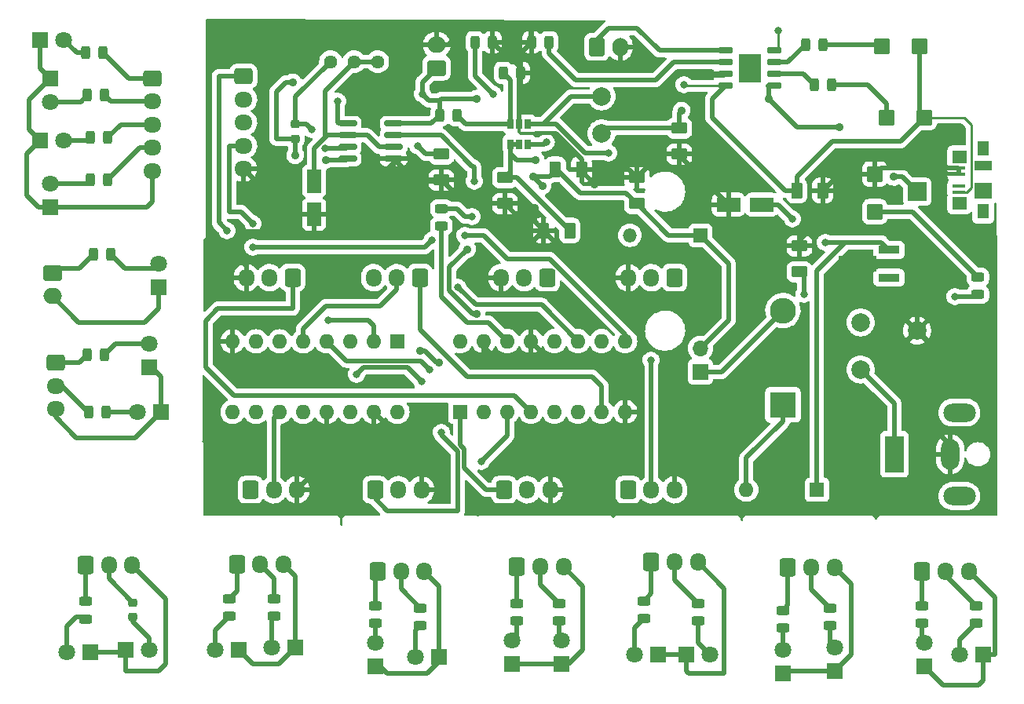
<source format=gbr>
%TF.GenerationSoftware,KiCad,Pcbnew,(5.99.0-11498-g1a301d8eea)*%
%TF.CreationDate,2021-09-07T22:17:03+03:00*%
%TF.ProjectId,f,662e6b69-6361-4645-9f70-636258585858,rev?*%
%TF.SameCoordinates,Original*%
%TF.FileFunction,Copper,L1,Top*%
%TF.FilePolarity,Positive*%
%FSLAX46Y46*%
G04 Gerber Fmt 4.6, Leading zero omitted, Abs format (unit mm)*
G04 Created by KiCad (PCBNEW (5.99.0-11498-g1a301d8eea)) date 2021-09-07 22:17:03*
%MOMM*%
%LPD*%
G01*
G04 APERTURE LIST*
G04 Aperture macros list*
%AMRoundRect*
0 Rectangle with rounded corners*
0 $1 Rounding radius*
0 $2 $3 $4 $5 $6 $7 $8 $9 X,Y pos of 4 corners*
0 Add a 4 corners polygon primitive as box body*
4,1,4,$2,$3,$4,$5,$6,$7,$8,$9,$2,$3,0*
0 Add four circle primitives for the rounded corners*
1,1,$1+$1,$2,$3*
1,1,$1+$1,$4,$5*
1,1,$1+$1,$6,$7*
1,1,$1+$1,$8,$9*
0 Add four rect primitives between the rounded corners*
20,1,$1+$1,$2,$3,$4,$5,0*
20,1,$1+$1,$4,$5,$6,$7,0*
20,1,$1+$1,$6,$7,$8,$9,0*
20,1,$1+$1,$8,$9,$2,$3,0*%
%AMFreePoly0*
4,1,9,5.362500,-0.866500,1.237500,-0.866500,1.237500,-0.450000,-1.237500,-0.450000,-1.237500,0.450000,1.237500,0.450000,1.237500,0.866500,5.362500,0.866500,5.362500,-0.866500,5.362500,-0.866500,$1*%
G04 Aperture macros list end*
%TA.AperFunction,ComponentPad*%
%ADD10RoundRect,0.250000X-0.600000X-0.725000X0.600000X-0.725000X0.600000X0.725000X-0.600000X0.725000X0*%
%TD*%
%TA.AperFunction,ComponentPad*%
%ADD11O,1.700000X1.950000*%
%TD*%
%TA.AperFunction,ComponentPad*%
%ADD12RoundRect,0.250000X-0.725000X0.600000X-0.725000X-0.600000X0.725000X-0.600000X0.725000X0.600000X0*%
%TD*%
%TA.AperFunction,ComponentPad*%
%ADD13O,1.950000X1.700000*%
%TD*%
%TA.AperFunction,ComponentPad*%
%ADD14RoundRect,0.250000X0.600000X0.725000X-0.600000X0.725000X-0.600000X-0.725000X0.600000X-0.725000X0*%
%TD*%
%TA.AperFunction,SMDPad,CuDef*%
%ADD15RoundRect,0.243750X-0.243750X-0.456250X0.243750X-0.456250X0.243750X0.456250X-0.243750X0.456250X0*%
%TD*%
%TA.AperFunction,ComponentPad*%
%ADD16R,1.800000X1.800000*%
%TD*%
%TA.AperFunction,ComponentPad*%
%ADD17C,1.800000*%
%TD*%
%TA.AperFunction,SMDPad,CuDef*%
%ADD18RoundRect,0.250000X-0.550000X1.050000X-0.550000X-1.050000X0.550000X-1.050000X0.550000X1.050000X0*%
%TD*%
%TA.AperFunction,ComponentPad*%
%ADD19R,2.800000X2.800000*%
%TD*%
%TA.AperFunction,ComponentPad*%
%ADD20O,2.800000X2.800000*%
%TD*%
%TA.AperFunction,SMDPad,CuDef*%
%ADD21RoundRect,0.243750X-0.456250X0.243750X-0.456250X-0.243750X0.456250X-0.243750X0.456250X0.243750X0*%
%TD*%
%TA.AperFunction,ComponentPad*%
%ADD22C,1.440000*%
%TD*%
%TA.AperFunction,SMDPad,CuDef*%
%ADD23RoundRect,0.250000X-0.600000X0.625000X-0.600000X-0.625000X0.600000X-0.625000X0.600000X0.625000X0*%
%TD*%
%TA.AperFunction,SMDPad,CuDef*%
%ADD24RoundRect,0.243750X0.243750X0.456250X-0.243750X0.456250X-0.243750X-0.456250X0.243750X-0.456250X0*%
%TD*%
%TA.AperFunction,SMDPad,CuDef*%
%ADD25RoundRect,0.150000X-0.650000X-0.150000X0.650000X-0.150000X0.650000X0.150000X-0.650000X0.150000X0*%
%TD*%
%TA.AperFunction,SMDPad,CuDef*%
%ADD26R,2.410000X3.100000*%
%TD*%
%TA.AperFunction,ComponentPad*%
%ADD27R,1.600000X1.600000*%
%TD*%
%TA.AperFunction,ComponentPad*%
%ADD28O,1.600000X1.600000*%
%TD*%
%TA.AperFunction,ComponentPad*%
%ADD29R,2.000000X4.000000*%
%TD*%
%TA.AperFunction,ComponentPad*%
%ADD30O,2.000000X3.300000*%
%TD*%
%TA.AperFunction,ComponentPad*%
%ADD31O,3.500000X2.000000*%
%TD*%
%TA.AperFunction,SMDPad,CuDef*%
%ADD32RoundRect,0.250000X-0.625000X-0.600000X0.625000X-0.600000X0.625000X0.600000X-0.625000X0.600000X0*%
%TD*%
%TA.AperFunction,ComponentPad*%
%ADD33R,1.500000X1.500000*%
%TD*%
%TA.AperFunction,ComponentPad*%
%ADD34O,1.500000X1.500000*%
%TD*%
%TA.AperFunction,ComponentPad*%
%ADD35RoundRect,0.250000X-0.750000X0.600000X-0.750000X-0.600000X0.750000X-0.600000X0.750000X0.600000X0*%
%TD*%
%TA.AperFunction,ComponentPad*%
%ADD36O,2.000000X1.700000*%
%TD*%
%TA.AperFunction,SMDPad,CuDef*%
%ADD37R,1.380000X0.450000*%
%TD*%
%TA.AperFunction,SMDPad,CuDef*%
%ADD38R,1.900000X1.800000*%
%TD*%
%TA.AperFunction,SMDPad,CuDef*%
%ADD39R,1.300000X1.650000*%
%TD*%
%TA.AperFunction,SMDPad,CuDef*%
%ADD40R,1.900000X1.000000*%
%TD*%
%TA.AperFunction,SMDPad,CuDef*%
%ADD41R,1.550000X1.425000*%
%TD*%
%TA.AperFunction,SMDPad,CuDef*%
%ADD42RoundRect,0.250000X-0.625000X0.375000X-0.625000X-0.375000X0.625000X-0.375000X0.625000X0.375000X0*%
%TD*%
%TA.AperFunction,SMDPad,CuDef*%
%ADD43RoundRect,0.250000X0.625000X-0.375000X0.625000X0.375000X-0.625000X0.375000X-0.625000X-0.375000X0*%
%TD*%
%TA.AperFunction,SMDPad,CuDef*%
%ADD44RoundRect,0.250000X-0.375000X-0.625000X0.375000X-0.625000X0.375000X0.625000X-0.375000X0.625000X0*%
%TD*%
%TA.AperFunction,ComponentPad*%
%ADD45RoundRect,0.250000X-0.600000X-0.750000X0.600000X-0.750000X0.600000X0.750000X-0.600000X0.750000X0*%
%TD*%
%TA.AperFunction,ComponentPad*%
%ADD46O,1.700000X2.000000*%
%TD*%
%TA.AperFunction,SMDPad,CuDef*%
%ADD47RoundRect,0.218750X0.256250X-0.218750X0.256250X0.218750X-0.256250X0.218750X-0.256250X-0.218750X0*%
%TD*%
%TA.AperFunction,ComponentPad*%
%ADD48C,2.000000*%
%TD*%
%TA.AperFunction,SMDPad,CuDef*%
%ADD49RoundRect,0.243750X0.456250X-0.243750X0.456250X0.243750X-0.456250X0.243750X-0.456250X-0.243750X0*%
%TD*%
%TA.AperFunction,SMDPad,CuDef*%
%ADD50RoundRect,0.150000X0.825000X0.150000X-0.825000X0.150000X-0.825000X-0.150000X0.825000X-0.150000X0*%
%TD*%
%TA.AperFunction,SMDPad,CuDef*%
%ADD51RoundRect,0.218750X-0.256250X0.218750X-0.256250X-0.218750X0.256250X-0.218750X0.256250X0.218750X0*%
%TD*%
%TA.AperFunction,SMDPad,CuDef*%
%ADD52RoundRect,0.250000X1.050000X0.550000X-1.050000X0.550000X-1.050000X-0.550000X1.050000X-0.550000X0*%
%TD*%
%TA.AperFunction,ComponentPad*%
%ADD53R,1.700000X1.700000*%
%TD*%
%TA.AperFunction,ComponentPad*%
%ADD54O,1.700000X1.700000*%
%TD*%
%TA.AperFunction,SMDPad,CuDef*%
%ADD55RoundRect,0.250000X0.375000X0.625000X-0.375000X0.625000X-0.375000X-0.625000X0.375000X-0.625000X0*%
%TD*%
%TA.AperFunction,SMDPad,CuDef*%
%ADD56R,2.300000X0.900000*%
%TD*%
%TA.AperFunction,SMDPad,CuDef*%
%ADD57FreePoly0,180.000000*%
%TD*%
%TA.AperFunction,ComponentPad*%
%ADD58RoundRect,0.250000X0.750000X-0.600000X0.750000X0.600000X-0.750000X0.600000X-0.750000X-0.600000X0*%
%TD*%
%TA.AperFunction,SMDPad,CuDef*%
%ADD59R,0.650000X1.060000*%
%TD*%
%TA.AperFunction,ComponentPad*%
%ADD60R,2.000000X2.000000*%
%TD*%
%TA.AperFunction,ViaPad*%
%ADD61C,0.900000*%
%TD*%
%TA.AperFunction,ViaPad*%
%ADD62C,0.800000*%
%TD*%
%TA.AperFunction,Conductor*%
%ADD63C,0.500000*%
%TD*%
%TA.AperFunction,Conductor*%
%ADD64C,0.480000*%
%TD*%
%TA.AperFunction,Conductor*%
%ADD65C,0.300000*%
%TD*%
%TA.AperFunction,Conductor*%
%ADD66C,0.450000*%
%TD*%
%TA.AperFunction,Conductor*%
%ADD67C,0.250000*%
%TD*%
G04 APERTURE END LIST*
D10*
%TO.P,J4,1,Pin_1*%
%TO.N,Q0*%
X156718000Y-88660000D03*
D11*
%TO.P,J4,2,Pin_2*%
%TO.N,Q91*%
X159218000Y-88660000D03*
%TO.P,J4,3,Pin_3*%
%TO.N,BAT-*%
X161718000Y-88660000D03*
%TD*%
D10*
%TO.P,J19,1,Pin_1*%
%TO.N,Q6*%
X197438000Y-88660000D03*
D11*
%TO.P,J19,2,Pin_2*%
%TO.N,Q31*%
X199938000Y-88660000D03*
%TO.P,J19,3,Pin_3*%
%TO.N,N/C*%
X202438000Y-88660000D03*
%TD*%
D12*
%TO.P,J6,1,Pin_1*%
%TO.N,Q8*%
X155956000Y-44062000D03*
D13*
%TO.P,J6,2,Pin_2*%
%TO.N,Q11*%
X155956000Y-46562000D03*
%TO.P,J6,3,Pin_3*%
%TO.N,Q9*%
X155956000Y-49062000D03*
%TO.P,J6,4,Pin_4*%
%TO.N,Q01*%
X155956000Y-51562000D03*
%TO.P,J6,5,Pin_5*%
%TO.N,BAT-*%
X155956000Y-54062000D03*
%TD*%
D14*
%TO.P,J21,1,Pin_1*%
%TO.N,Q7*%
X202438000Y-65786000D03*
D11*
%TO.P,J21,2,Pin_2*%
%TO.N,Q21*%
X199938000Y-65786000D03*
%TO.P,J21,3,Pin_3*%
%TO.N,BAT-*%
X197438000Y-65786000D03*
%TD*%
D15*
%TO.P,R6,1*%
%TO.N,FB*%
X183974500Y-43688000D03*
%TO.P,R6,2*%
%TO.N,BAT-*%
X185849500Y-43688000D03*
%TD*%
D16*
%TO.P,D12,1,K*%
%TO.N,Net-(D12-Pad1)*%
X235712000Y-106426000D03*
D17*
%TO.P,D12,2,A*%
%TO.N,Net-(D12-Pad2)*%
X233172000Y-106426000D03*
%TD*%
D16*
%TO.P,D9,1,K*%
%TO.N,Net-(D18-Pad1)*%
X177043000Y-106680000D03*
D17*
%TO.P,D9,2,A*%
%TO.N,Net-(D9-Pad2)*%
X174503000Y-106680000D03*
%TD*%
D15*
%TO.P,R21,1*%
%TO.N,Net-(J11-Pad1)*%
X139128500Y-74071000D03*
%TO.P,R21,2*%
%TO.N,Net-(D16-Pad2)*%
X141003500Y-74071000D03*
%TD*%
D16*
%TO.P,D19,1,K*%
%TO.N,Net-(D19-Pad1)*%
X184912000Y-107447000D03*
D17*
%TO.P,D19,2,A*%
%TO.N,Net-(D19-Pad2)*%
X184912000Y-104907000D03*
%TD*%
D18*
%TO.P,C7,1*%
%TO.N,TH*%
X163576000Y-55350000D03*
%TO.P,C7,2*%
%TO.N,BAT-*%
X163576000Y-58950000D03*
%TD*%
D10*
%TO.P,J5,1,Pin_1*%
%TO.N,Net-(J5-Pad1)*%
X138938000Y-96774000D03*
D11*
%TO.P,J5,2,Pin_2*%
%TO.N,Net-(J5-Pad2)*%
X141438000Y-96774000D03*
%TO.P,J5,3,Pin_3*%
%TO.N,Net-(D13-Pad1)*%
X143938000Y-96774000D03*
%TD*%
D19*
%TO.P,D25,1,A*%
%TO.N,Net-(D25-Pad1)*%
X214122000Y-79502000D03*
D20*
%TO.P,D25,2,K*%
%TO.N,ALT_5V*%
X214122000Y-69342000D03*
%TD*%
D21*
%TO.P,R14,1*%
%TO.N,Net-(J13-Pad2)*%
X175006000Y-101424500D03*
%TO.P,R14,2*%
%TO.N,Net-(D9-Pad2)*%
X175006000Y-103299500D03*
%TD*%
D16*
%TO.P,D26,1,K*%
%TO.N,Net-(D26-Pad1)*%
X146812000Y-66802000D03*
D17*
%TO.P,D26,2,A*%
%TO.N,Net-(D26-Pad2)*%
X146812000Y-64262000D03*
%TD*%
D22*
%TO.P,RV1,1,1*%
%TO.N,D7*%
X165344000Y-42477000D03*
%TO.P,RV1,2,2*%
%TO.N,TH*%
X167884000Y-42477000D03*
%TO.P,RV1,3,3*%
X170424000Y-42477000D03*
%TD*%
D16*
%TO.P,D14,1,K*%
%TO.N,Net-(D13-Pad1)*%
X139446000Y-106172000D03*
D17*
%TO.P,D14,2,A*%
%TO.N,Net-(D14-Pad2)*%
X136906000Y-106172000D03*
%TD*%
D21*
%TO.P,R17,1*%
%TO.N,Net-(J10-Pad2)*%
X234950000Y-101170500D03*
%TO.P,R17,2*%
%TO.N,Net-(D12-Pad2)*%
X234950000Y-103045500D03*
%TD*%
D23*
%TO.P,D24,1,K*%
%TO.N,BAT-*%
X224028000Y-54617000D03*
%TO.P,D24,2,A*%
%TO.N,Net-(D24-Pad2)*%
X224028000Y-58667000D03*
%TD*%
D10*
%TO.P,J14,1,Pin_1*%
%TO.N,Net-(J14-Pad1)*%
X185460000Y-96982000D03*
D11*
%TO.P,J14,2,Pin_2*%
%TO.N,Net-(J14-Pad2)*%
X187960000Y-96982000D03*
%TO.P,J14,3,Pin_3*%
%TO.N,Net-(D19-Pad1)*%
X190460000Y-96982000D03*
%TD*%
D24*
%TO.P,R10,1*%
%TO.N,Net-(J20-Pad3)*%
X141321000Y-50672000D03*
%TO.P,R10,2*%
%TO.N,Net-(D5-Pad2)*%
X139446000Y-50672000D03*
%TD*%
D15*
%TO.P,R5,1*%
%TO.N,5OT*%
X177116500Y-48260000D03*
%TO.P,R5,2*%
%TO.N,FB*%
X178991500Y-48260000D03*
%TD*%
D12*
%TO.P,J11,1,Pin_1*%
%TO.N,Net-(J11-Pad1)*%
X135691000Y-74965000D03*
D13*
%TO.P,J11,2,Pin_2*%
%TO.N,Net-(J11-Pad2)*%
X135691000Y-77465000D03*
%TO.P,J11,3,Pin_3*%
%TO.N,Net-(D11-Pad1)*%
X135691000Y-79965000D03*
%TD*%
D25*
%TO.P,U2,1,TEMP_1*%
%TO.N,Net-(TH1-Pad1)*%
X207916000Y-41275000D03*
%TO.P,U2,2,PROG*%
%TO.N,Net-(R4-Pad1)*%
X207916000Y-42545000D03*
%TO.P,U2,3,GND_*%
%TO.N,BAT-*%
X207916000Y-43815000D03*
%TO.P,U2,4,VCC*%
%TO.N,Net-(C1-Pad1)*%
X207916000Y-45085000D03*
%TO.P,U2,5,BAT*%
%TO.N,BOOST*%
X213216000Y-45085000D03*
%TO.P,U2,6,STDBY*%
%TO.N,Net-(R1-Pad2)*%
X213216000Y-43815000D03*
%TO.P,U2,7,CHRG*%
%TO.N,Net-(R3-Pad2)*%
X213216000Y-42545000D03*
%TO.P,U2,8,CE*%
%TO.N,Net-(C1-Pad1)*%
X213216000Y-41275000D03*
D26*
%TO.P,U2,9*%
%TO.N,N/C*%
X210566000Y-43180000D03*
%TD*%
D27*
%TO.P,SW1,1,1*%
%TO.N,Net-(C10-Pad1)*%
X217795600Y-88660000D03*
D28*
%TO.P,SW1,2,2*%
%TO.N,Net-(D25-Pad1)*%
X210175600Y-88660000D03*
%TD*%
D29*
%TO.P,J2,1*%
%TO.N,Net-(F1-Pad1)*%
X226148000Y-84836000D03*
D30*
%TO.P,J2,2*%
%TO.N,BAT-*%
X232148000Y-84836000D03*
D31*
%TO.P,J2,MP*%
%TO.N,N/C*%
X233148000Y-89336000D03*
X233148000Y-80336000D03*
%TD*%
D24*
%TO.P,R3,1*%
%TO.N,Net-(D2-Pad1)*%
X218440000Y-40640000D03*
%TO.P,R3,2*%
%TO.N,Net-(R3-Pad2)*%
X216565000Y-40640000D03*
%TD*%
D10*
%TO.P,J15,1,Pin_1*%
%TO.N,Net-(J15-Pad1)*%
X199938000Y-96474000D03*
D11*
%TO.P,J15,2,Pin_2*%
%TO.N,Net-(J15-Pad2)*%
X202438000Y-96474000D03*
%TO.P,J15,3,Pin_3*%
%TO.N,Net-(D20-Pad1)*%
X204938000Y-96474000D03*
%TD*%
D32*
%TO.P,D1,1,K*%
%TO.N,Net-(D1-Pad1)*%
X225305000Y-48514000D03*
%TO.P,D1,2,A*%
%TO.N,Net-(C1-Pad1)*%
X229355000Y-48514000D03*
%TD*%
D33*
%TO.P,D3,1,K*%
%TO.N,5OT*%
X205237000Y-61214000D03*
D34*
%TO.P,D3,2,A*%
%TO.N,Net-(D3-Pad2)*%
X197617000Y-61214000D03*
%TD*%
D24*
%TO.P,R27,1*%
%TO.N,Net-(J20-Pad2)*%
X140988500Y-46100000D03*
%TO.P,R27,2*%
%TO.N,Net-(D22-Pad2)*%
X139113500Y-46100000D03*
%TD*%
D35*
%TO.P,EYE,1,Pin_1*%
%TO.N,N/C*%
X135382000Y-65278000D03*
D36*
%TO.P,EYE,2,Pin_2*%
%TO.N,Net-(D26-Pad1)*%
X135382000Y-67778000D03*
%TD*%
D21*
%TO.P,R24,1*%
%TO.N,Net-(J14-Pad1)*%
X185420000Y-100916500D03*
%TO.P,R24,2*%
%TO.N,Net-(D19-Pad2)*%
X185420000Y-102791500D03*
%TD*%
D37*
%TO.P,J1,1,VBUS*%
%TO.N,Net-(C1-Pad1)*%
X233052000Y-56538000D03*
%TO.P,J1,2,D-*%
%TO.N,N/C*%
X233052000Y-55888000D03*
%TO.P,J1,4,GND*%
%TO.N,BAT-*%
X233052000Y-54588000D03*
%TO.P,J1,5,Shield*%
X233052000Y-53938000D03*
D38*
%TO.P,J1,6*%
%TO.N,N/C*%
X235712000Y-56388000D03*
D39*
X235712000Y-58613000D03*
D40*
X235712000Y-53688000D03*
D41*
X233137000Y-52750500D03*
D39*
X235712000Y-51863000D03*
D41*
X233137000Y-57725500D03*
%TD*%
D42*
%TO.P,C4,1*%
%TO.N,BOOST*%
X202946000Y-49654000D03*
%TO.P,C4,2*%
%TO.N,BAT-*%
X202946000Y-52454000D03*
%TD*%
D43*
%TO.P,C5,1*%
%TO.N,5OT*%
X198374000Y-57788000D03*
%TO.P,C5,2*%
%TO.N,BAT-*%
X198374000Y-54988000D03*
%TD*%
D44*
%TO.P,C6,1*%
%TO.N,5OT*%
X189608000Y-54102000D03*
%TO.P,C6,2*%
%TO.N,BAT-*%
X192408000Y-54102000D03*
%TD*%
D45*
%TO.P,TH1,1*%
%TO.N,Net-(TH1-Pad1)*%
X194056000Y-40877000D03*
D46*
%TO.P,TH1,2*%
%TO.N,BAT-*%
X196556000Y-40877000D03*
%TD*%
D21*
%TO.P,R26,1*%
%TO.N,Net-(J16-Pad1)*%
X214122000Y-101678500D03*
%TO.P,R26,2*%
%TO.N,Net-(D21-Pad2)*%
X214122000Y-103553500D03*
%TD*%
D47*
%TO.P,R7,1*%
%TO.N,5OT*%
X161544000Y-50800000D03*
%TO.P,R7,2*%
%TO.N,D7*%
X161544000Y-49225000D03*
%TD*%
D16*
%TO.P,D13,1,K*%
%TO.N,Net-(D13-Pad1)*%
X143251000Y-105918000D03*
D17*
%TO.P,D13,2,A*%
%TO.N,Net-(D13-Pad2)*%
X145791000Y-105918000D03*
%TD*%
D12*
%TO.P,J20,1,Pin_1*%
%TO.N,Net-(J20-Pad1)*%
X146096000Y-44276000D03*
D13*
%TO.P,J20,2,Pin_2*%
%TO.N,Net-(J20-Pad2)*%
X146096000Y-46776000D03*
%TO.P,J20,3,Pin_3*%
%TO.N,Net-(J20-Pad3)*%
X146096000Y-49276000D03*
%TO.P,J20,4,Pin_4*%
%TO.N,Net-(J20-Pad4)*%
X146096000Y-51776000D03*
%TO.P,J20,5,Pin_5*%
%TO.N,Net-(D22-Pad1)*%
X146096000Y-54276000D03*
%TD*%
D24*
%TO.P,R9,1*%
%TO.N,Net-(J20-Pad4)*%
X141321000Y-55244000D03*
%TO.P,R9,2*%
%TO.N,Net-(D4-Pad2)*%
X139446000Y-55244000D03*
%TD*%
D10*
%TO.P,J18,1,Pin_1*%
%TO.N,Q5*%
X184050800Y-88660000D03*
D11*
%TO.P,J18,2,Pin_2*%
%TO.N,Q41*%
X186550800Y-88660000D03*
%TO.P,J18,3,Pin_3*%
%TO.N,BAT-*%
X189050800Y-88660000D03*
%TD*%
D16*
%TO.P,D7,1,K*%
%TO.N,Net-(D20-Pad1)*%
X203708000Y-106426000D03*
D17*
%TO.P,D7,2,A*%
%TO.N,Net-(D7-Pad2)*%
X206248000Y-106426000D03*
%TD*%
D48*
%TO.P,F1,1*%
%TO.N,Net-(F1-Pad1)*%
X222494000Y-75692000D03*
%TO.P,F1,2*%
%TO.N,Net-(C9-Pad1)*%
X222504000Y-70612000D03*
%TD*%
D14*
%TO.P,J8,1,Pin_1*%
%TO.N,Q2*%
X161256000Y-65786000D03*
D11*
%TO.P,J8,2,Pin_2*%
%TO.N,Q71*%
X158756000Y-65786000D03*
%TO.P,J8,3,Pin_3*%
%TO.N,BAT-*%
X156256000Y-65786000D03*
%TD*%
D49*
%TO.P,R8,1*%
%TO.N,SO*%
X177292000Y-60198000D03*
%TO.P,R8,2*%
%TO.N,Net-(R8-Pad2)*%
X177292000Y-58323000D03*
%TD*%
D43*
%TO.P,C9,1*%
%TO.N,Net-(C9-Pad1)*%
X215900000Y-65154000D03*
%TO.P,C9,2*%
%TO.N,BAT-*%
X215900000Y-62354000D03*
%TD*%
D16*
%TO.P,D21,1,K*%
%TO.N,Net-(D21-Pad1)*%
X214122000Y-108463000D03*
D17*
%TO.P,D21,2,A*%
%TO.N,Net-(D21-Pad2)*%
X214122000Y-105923000D03*
%TD*%
D50*
%TO.P,U3,1,GND*%
%TO.N,BAT-*%
X172147000Y-52959000D03*
%TO.P,U3,2,TR*%
%TO.N,TH*%
X172147000Y-51689000D03*
%TO.P,U3,3,Q*%
%TO.N,Net-(R8-Pad2)*%
X172147000Y-50419000D03*
%TO.P,U3,4,R*%
%TO.N,5OT*%
X172147000Y-49149000D03*
%TO.P,U3,5,CV*%
%TO.N,Net-(C8-Pad1)*%
X167197000Y-49149000D03*
%TO.P,U3,6,THR*%
%TO.N,TH*%
X167197000Y-50419000D03*
%TO.P,U3,7,DIS*%
%TO.N,D7*%
X167197000Y-51689000D03*
%TO.P,U3,8,VCC*%
%TO.N,5OT*%
X167197000Y-52959000D03*
%TD*%
D51*
%TO.P,R18,1*%
%TO.N,Net-(J5-Pad2)*%
X144018000Y-100812500D03*
%TO.P,R18,2*%
%TO.N,Net-(D13-Pad2)*%
X144018000Y-102387500D03*
%TD*%
D21*
%TO.P,R22,1*%
%TO.N,Net-(J12-Pad1)*%
X154432000Y-100408500D03*
%TO.P,R22,2*%
%TO.N,Net-(D17-Pad2)*%
X154432000Y-102283500D03*
%TD*%
D10*
%TO.P,J10,1,Pin_1*%
%TO.N,Net-(J10-Pad1)*%
X229148000Y-97444000D03*
D11*
%TO.P,J10,2,Pin_2*%
%TO.N,Net-(J10-Pad2)*%
X231648000Y-97444000D03*
%TO.P,J10,3,Pin_3*%
%TO.N,Net-(D12-Pad1)*%
X234148000Y-97444000D03*
%TD*%
D24*
%TO.P,R2,1*%
%TO.N,BAT-*%
X182801500Y-40386000D03*
%TO.P,R2,2*%
%TO.N,Net-(R2-Pad2)*%
X180926500Y-40386000D03*
%TD*%
D42*
%TO.P,C8,1*%
%TO.N,Net-(C8-Pad1)*%
X177292000Y-52448000D03*
%TO.P,C8,2*%
%TO.N,BAT-*%
X177292000Y-55248000D03*
%TD*%
D16*
%TO.P,D22,1,K*%
%TO.N,Net-(D22-Pad1)*%
X135128000Y-44275154D03*
D17*
%TO.P,D22,2,A*%
%TO.N,Net-(D22-Pad2)*%
X135128000Y-46815154D03*
%TD*%
D21*
%TO.P,R25,1*%
%TO.N,Net-(J15-Pad1)*%
X199136000Y-100662500D03*
%TO.P,R25,2*%
%TO.N,Net-(D20-Pad2)*%
X199136000Y-102537500D03*
%TD*%
D42*
%TO.P,C3,1*%
%TO.N,BOOST*%
X184150000Y-54988000D03*
%TO.P,C3,2*%
%TO.N,BAT-*%
X184150000Y-57788000D03*
%TD*%
D10*
%TO.P,J12,1,Pin_1*%
%TO.N,Net-(J12-Pad1)*%
X155244000Y-96682000D03*
D11*
%TO.P,J12,2,Pin_2*%
%TO.N,Net-(J12-Pad2)*%
X157744000Y-96682000D03*
%TO.P,J12,3,Pin_3*%
%TO.N,Net-(D10-Pad1)*%
X160244000Y-96682000D03*
%TD*%
D16*
%TO.P,D18,1,K*%
%TO.N,Net-(D18-Pad1)*%
X170180000Y-107701000D03*
D17*
%TO.P,D18,2,A*%
%TO.N,Net-(D18-Pad2)*%
X170180000Y-105161000D03*
%TD*%
D16*
%TO.P,D17,1,K*%
%TO.N,Net-(D10-Pad1)*%
X155448000Y-105918000D03*
D17*
%TO.P,D17,2,A*%
%TO.N,Net-(D17-Pad2)*%
X152908000Y-105918000D03*
%TD*%
D10*
%TO.P,J7,1,Pin_1*%
%TO.N,Q1*%
X170153400Y-88660000D03*
D11*
%TO.P,J7,2,Pin_2*%
%TO.N,Q81*%
X172653400Y-88660000D03*
%TO.P,J7,3,Pin_3*%
%TO.N,BAT-*%
X175153400Y-88660000D03*
%TD*%
D48*
%TO.P,L1,1*%
%TO.N,Net-(D3-Pad2)*%
X194564000Y-46228000D03*
%TO.P,L1,2*%
%TO.N,BOOST*%
X194564000Y-50228000D03*
%TD*%
D49*
%TO.P,R29,1*%
%TO.N,Net-(C9-Pad1)*%
X235140000Y-67589500D03*
%TO.P,R29,2*%
%TO.N,Net-(D24-Pad2)*%
X235140000Y-65714500D03*
%TD*%
D21*
%TO.P,R20,1*%
%TO.N,Net-(J10-Pad1)*%
X229108000Y-101170500D03*
%TO.P,R20,2*%
%TO.N,Net-(D15-Pad2)*%
X229108000Y-103045500D03*
%TD*%
D15*
%TO.P,R16,1*%
%TO.N,Net-(J11-Pad2)*%
X139270500Y-80264000D03*
%TO.P,R16,2*%
%TO.N,Net-(D11-Pad2)*%
X141145500Y-80264000D03*
%TD*%
D16*
%TO.P,D20,1,K*%
%TO.N,Net-(D20-Pad1)*%
X200660000Y-106426000D03*
D17*
%TO.P,D20,2,A*%
%TO.N,Net-(D20-Pad2)*%
X198120000Y-106426000D03*
%TD*%
D16*
%TO.P,D23,1,K*%
%TO.N,Net-(D22-Pad1)*%
X134028000Y-40132000D03*
D17*
%TO.P,D23,2,A*%
%TO.N,Net-(D23-Pad2)*%
X136568000Y-40132000D03*
%TD*%
D16*
%TO.P,D5,1,K*%
%TO.N,Net-(D22-Pad1)*%
X134028000Y-50968308D03*
D17*
%TO.P,D5,2,A*%
%TO.N,Net-(D5-Pad2)*%
X136568000Y-50968308D03*
%TD*%
D21*
%TO.P,R12,1*%
%TO.N,Net-(J15-Pad2)*%
X204978000Y-100916500D03*
%TO.P,R12,2*%
%TO.N,Net-(D7-Pad2)*%
X204978000Y-102791500D03*
%TD*%
D14*
%TO.P,J17,1,Pin_1*%
%TO.N,Q4*%
X188710666Y-65786000D03*
D11*
%TO.P,J17,2,Pin_2*%
%TO.N,Q51*%
X186210666Y-65786000D03*
%TO.P,J17,3,Pin_3*%
%TO.N,BAT-*%
X183710666Y-65786000D03*
%TD*%
D16*
%TO.P,D6,1,K*%
%TO.N,Net-(D21-Pad1)*%
X219710000Y-108204000D03*
D17*
%TO.P,D6,2,A*%
%TO.N,Net-(D6-Pad2)*%
X219710000Y-105664000D03*
%TD*%
D21*
%TO.P,R11,1*%
%TO.N,Net-(J16-Pad2)*%
X219202000Y-101424500D03*
%TO.P,R11,2*%
%TO.N,Net-(D6-Pad2)*%
X219202000Y-103299500D03*
%TD*%
D16*
%TO.P,D10,1,K*%
%TO.N,Net-(D10-Pad1)*%
X161549000Y-105664000D03*
D17*
%TO.P,D10,2,A*%
%TO.N,Net-(D10-Pad2)*%
X159009000Y-105664000D03*
%TD*%
D52*
%TO.P,C10,1*%
%TO.N,Net-(C10-Pad1)*%
X211858000Y-57912000D03*
%TO.P,C10,2*%
%TO.N,BAT-*%
X208258000Y-57912000D03*
%TD*%
D21*
%TO.P,R15,1*%
%TO.N,Net-(J12-Pad2)*%
X159258000Y-100408500D03*
%TO.P,R15,2*%
%TO.N,Net-(D10-Pad2)*%
X159258000Y-102283500D03*
%TD*%
D14*
%TO.P,J9,1,Pin_1*%
%TO.N,Q3*%
X174983333Y-65786000D03*
D11*
%TO.P,J9,2,Pin_2*%
%TO.N,Q61*%
X172483333Y-65786000D03*
%TO.P,J9,3,Pin_3*%
%TO.N,N/C*%
X169983333Y-65786000D03*
%TD*%
D44*
%TO.P,C1,1*%
%TO.N,Net-(C1-Pad1)*%
X215608000Y-56388000D03*
%TO.P,C1,2*%
%TO.N,BAT-*%
X218408000Y-56388000D03*
%TD*%
D27*
%TO.P,U5,1,Q5*%
%TO.N,Q5*%
X179339000Y-80254000D03*
D28*
%TO.P,U5,2,Q1*%
%TO.N,Q1*%
X181879000Y-80254000D03*
%TO.P,U5,3,Q0*%
%TO.N,Q0*%
X184419000Y-80254000D03*
%TO.P,U5,4,Q2*%
%TO.N,Q2*%
X186959000Y-80254000D03*
%TO.P,U5,5,Q6*%
%TO.N,Q6*%
X189499000Y-80254000D03*
%TO.P,U5,6,Q7*%
%TO.N,Q7*%
X192039000Y-80254000D03*
%TO.P,U5,7,Q3*%
%TO.N,Q3*%
X194579000Y-80254000D03*
%TO.P,U5,8,VSS*%
%TO.N,BAT-*%
X197119000Y-80254000D03*
%TO.P,U5,9,Q8*%
%TO.N,Q8*%
X197119000Y-72634000D03*
%TO.P,U5,10,Q4*%
%TO.N,Q4*%
X194579000Y-72634000D03*
%TO.P,U5,11,Q9*%
%TO.N,Q9*%
X192039000Y-72634000D03*
%TO.P,U5,12,Cout*%
%TO.N,Cout*%
X189499000Y-72634000D03*
%TO.P,U5,13,CKEN*%
%TO.N,BAT-*%
X186959000Y-72634000D03*
%TO.P,U5,14,CLK*%
%TO.N,SO*%
X184419000Y-72634000D03*
%TO.P,U5,15,Reset*%
%TO.N,BAT-*%
X181879000Y-72634000D03*
%TO.P,U5,16,VDD*%
%TO.N,5OT*%
X179339000Y-72634000D03*
%TD*%
D21*
%TO.P,R19,1*%
%TO.N,Net-(J5-Pad1)*%
X138938000Y-100716500D03*
%TO.P,R19,2*%
%TO.N,Net-(D14-Pad2)*%
X138938000Y-102591500D03*
%TD*%
D16*
%TO.P,D15,1,K*%
%TO.N,Net-(D12-Pad1)*%
X229362000Y-107701000D03*
D17*
%TO.P,D15,2,A*%
%TO.N,Net-(D15-Pad2)*%
X229362000Y-105161000D03*
%TD*%
D16*
%TO.P,D4,1,K*%
%TO.N,Net-(D22-Pad1)*%
X135128000Y-58166000D03*
D17*
%TO.P,D4,2,A*%
%TO.N,Net-(D4-Pad2)*%
X135128000Y-55626000D03*
%TD*%
D16*
%TO.P,D8,1,K*%
%TO.N,Net-(D19-Pad1)*%
X190246000Y-107447000D03*
D17*
%TO.P,D8,2,A*%
%TO.N,Net-(D8-Pad2)*%
X190246000Y-104907000D03*
%TD*%
D24*
%TO.P,R1,1*%
%TO.N,Net-(D1-Pad1)*%
X219377500Y-44958000D03*
%TO.P,R1,2*%
%TO.N,Net-(R1-Pad2)*%
X217502500Y-44958000D03*
%TD*%
%TO.P,R4,1*%
%TO.N,Net-(R4-Pad1)*%
X188897500Y-40386000D03*
%TO.P,R4,2*%
%TO.N,BAT-*%
X187022500Y-40386000D03*
%TD*%
D32*
%TO.P,D2,1,K*%
%TO.N,Net-(D2-Pad1)*%
X224797000Y-40835000D03*
%TO.P,D2,2,A*%
%TO.N,Net-(C1-Pad1)*%
X228847000Y-40835000D03*
%TD*%
D24*
%TO.P,R28,1*%
%TO.N,Net-(J20-Pad1)*%
X140813000Y-41528000D03*
%TO.P,R28,2*%
%TO.N,Net-(D23-Pad2)*%
X138938000Y-41528000D03*
%TD*%
D15*
%TO.P,R30,1*%
%TO.N,Net-(J23-Pad1)*%
X139778500Y-63246000D03*
%TO.P,R30,2*%
%TO.N,Net-(D26-Pad2)*%
X141653500Y-63246000D03*
%TD*%
D21*
%TO.P,R13,1*%
%TO.N,Net-(J14-Pad2)*%
X189992000Y-100916500D03*
%TO.P,R13,2*%
%TO.N,Net-(D8-Pad2)*%
X189992000Y-102791500D03*
%TD*%
D10*
%TO.P,J16,1,Pin_1*%
%TO.N,Net-(J16-Pad1)*%
X214670000Y-97028000D03*
D11*
%TO.P,J16,2,Pin_2*%
%TO.N,Net-(J16-Pad2)*%
X217170000Y-97028000D03*
%TO.P,J16,3,Pin_3*%
%TO.N,Net-(D21-Pad1)*%
X219670000Y-97028000D03*
%TD*%
D16*
%TO.P,D16,1,K*%
%TO.N,Net-(D11-Pad1)*%
X145796000Y-75443000D03*
D17*
%TO.P,D16,2,A*%
%TO.N,Net-(D16-Pad2)*%
X145796000Y-72903000D03*
%TD*%
D53*
%TO.P,J3,1,Pin_1*%
%TO.N,ALT_5V*%
X205232000Y-75946000D03*
D54*
%TO.P,J3,2,Pin_2*%
%TO.N,5OT*%
X205232000Y-73406000D03*
%TD*%
D55*
%TO.P,C2,1*%
%TO.N,BOOST*%
X191138000Y-60706000D03*
%TO.P,C2,2*%
%TO.N,BAT-*%
X188338000Y-60706000D03*
%TD*%
D56*
%TO.P,U6,1,IN*%
%TO.N,N/C*%
X225552000Y-65786000D03*
D57*
%TO.P,U6,2,GND*%
%TO.N,BAT-*%
X225464500Y-64286000D03*
D56*
%TO.P,U6,3,OUT*%
%TO.N,Net-(C10-Pad1)*%
X225552000Y-62786000D03*
%TD*%
D58*
%TO.P,J22,1,Pin_1*%
%TO.N,5OT*%
X176784000Y-43160000D03*
D36*
%TO.P,J22,2,Pin_2*%
%TO.N,BAT-*%
X176784000Y-40660000D03*
%TD*%
D27*
%TO.P,U4,1,Q5*%
%TO.N,Q51*%
X172556000Y-72654000D03*
D28*
%TO.P,U4,2,Q1*%
%TO.N,Q11*%
X170016000Y-72654000D03*
%TO.P,U4,3,Q0*%
%TO.N,Q01*%
X167476000Y-72654000D03*
%TO.P,U4,4,Q2*%
%TO.N,Q21*%
X164936000Y-72654000D03*
%TO.P,U4,5,Q6*%
%TO.N,Q61*%
X162396000Y-72654000D03*
%TO.P,U4,6,Q7*%
%TO.N,Q71*%
X159856000Y-72654000D03*
%TO.P,U4,7,Q3*%
%TO.N,Q31*%
X157316000Y-72654000D03*
%TO.P,U4,8,VSS*%
%TO.N,BAT-*%
X154776000Y-72654000D03*
%TO.P,U4,9,Q8*%
%TO.N,Q81*%
X154776000Y-80274000D03*
%TO.P,U4,10,Q4*%
%TO.N,Q41*%
X157316000Y-80274000D03*
%TO.P,U4,11,Q9*%
%TO.N,Q91*%
X159856000Y-80274000D03*
%TO.P,U4,12,Cout*%
%TO.N,N/C*%
X162396000Y-80274000D03*
%TO.P,U4,13,CKEN*%
%TO.N,BAT-*%
X164936000Y-80274000D03*
%TO.P,U4,14,CLK*%
%TO.N,Cout*%
X167476000Y-80274000D03*
%TO.P,U4,15,Reset*%
%TO.N,BAT-*%
X170016000Y-80274000D03*
%TO.P,U4,16,VDD*%
%TO.N,5OT*%
X172556000Y-80274000D03*
%TD*%
D10*
%TO.P,J13,1,Pin_1*%
%TO.N,Net-(J13-Pad1)*%
X170434000Y-97444000D03*
D11*
%TO.P,J13,2,Pin_2*%
%TO.N,Net-(J13-Pad2)*%
X172934000Y-97444000D03*
%TO.P,J13,3,Pin_3*%
%TO.N,Net-(D18-Pad1)*%
X175434000Y-97444000D03*
%TD*%
D21*
%TO.P,R23,1*%
%TO.N,Net-(J13-Pad1)*%
X170180000Y-101170500D03*
%TO.P,R23,2*%
%TO.N,Net-(D18-Pad2)*%
X170180000Y-103045500D03*
%TD*%
D16*
%TO.P,D11,1,K*%
%TO.N,Net-(D11-Pad1)*%
X147071000Y-80264000D03*
D17*
%TO.P,D11,2,A*%
%TO.N,Net-(D11-Pad2)*%
X144531000Y-80264000D03*
%TD*%
D59*
%TO.P,U1,1,LX*%
%TO.N,Net-(D3-Pad2)*%
X186624000Y-49192000D03*
%TO.P,U1,2,GND*%
%TO.N,BAT-*%
X185674000Y-49192000D03*
%TO.P,U1,3,FB*%
%TO.N,FB*%
X184724000Y-49192000D03*
%TO.P,U1,4,EN*%
%TO.N,BOOST*%
X184724000Y-51392000D03*
%TO.P,U1,5,VCC*%
X185674000Y-51392000D03*
%TO.P,U1,6,OC*%
%TO.N,Net-(R2-Pad2)*%
X186624000Y-51392000D03*
%TD*%
D60*
%TO.P,BT1,1,+*%
%TO.N,BOOST*%
X228587000Y-56513000D03*
D48*
%TO.P,BT1,2,-*%
%TO.N,BAT-*%
X228587000Y-71503000D03*
%TD*%
D61*
%TO.N,BOOST*%
X187452000Y-53086000D03*
X212598000Y-46482000D03*
X226060000Y-54912011D03*
X203200000Y-47752000D03*
X220218000Y-49530000D03*
%TO.N,BAT-*%
X187353602Y-58264398D03*
X184912000Y-62484000D03*
X193802000Y-55692500D03*
X205486000Y-43942000D03*
D62*
X202184000Y-83312000D03*
D61*
X205232000Y-46228000D03*
D62*
%TO.N,Net-(C1-Pad1)*%
X203454000Y-44958000D03*
X213614000Y-39116000D03*
D61*
%TO.N,5OT*%
X180086000Y-62738000D03*
X161290000Y-44704000D03*
X181102000Y-46482000D03*
D62*
X175260000Y-45974000D03*
D61*
X187198000Y-54864000D03*
X161544000Y-52578000D03*
X181102000Y-69656500D03*
X188214000Y-55880000D03*
X164846000Y-53086000D03*
D62*
%TO.N,Net-(C8-Pad1)*%
X174752000Y-51562000D03*
X166116000Y-46736000D03*
%TO.N,Net-(D3-Pad2)*%
X195326000Y-52324000D03*
%TO.N,Net-(R2-Pad2)*%
X182880000Y-45974000D03*
X188615948Y-51157966D03*
%TO.N,D7*%
X163322000Y-49784000D03*
X164791935Y-51801441D03*
%TO.N,Net-(R8-Pad2)*%
X180848000Y-55372000D03*
X180594000Y-59182000D03*
D61*
%TO.N,Cout*%
X175006000Y-73660000D03*
X177038000Y-74930000D03*
D62*
%TO.N,Net-(C10-Pad1)*%
X218694000Y-61976000D03*
X215138000Y-59436000D03*
%TO.N,Q0*%
X181610000Y-85598000D03*
%TO.N,Q8*%
X176276000Y-61722000D03*
X154178000Y-60706000D03*
X156972000Y-62484000D03*
X179832000Y-61214000D03*
%TO.N,Q11*%
X165100000Y-70358000D03*
%TO.N,Q9*%
X179070000Y-66802000D03*
%TO.N,Q01*%
X156972000Y-59944000D03*
%TO.N,Q1*%
X177292000Y-82462500D03*
%TO.N,Q31*%
X175134043Y-76962000D03*
X168148000Y-76200000D03*
X199898000Y-74676000D03*
%TO.N,Q21*%
X176023043Y-75693043D03*
%TO.N,Net-(C9-Pad1)*%
X216408000Y-67564000D03*
X232664000Y-67818000D03*
%TD*%
D63*
%TO.N,BOOST*%
X184724000Y-52390000D02*
X185420000Y-53086000D01*
X184724000Y-51392000D02*
X184724000Y-52390000D01*
X184724000Y-51392000D02*
X184724000Y-54414000D01*
X212598000Y-46482000D02*
X212598000Y-45212000D01*
X184724000Y-54414000D02*
X184150000Y-54988000D01*
X212598000Y-46482000D02*
X215646000Y-49530000D01*
X184724000Y-51392000D02*
X185674000Y-51392000D01*
X226986011Y-54912011D02*
X228587000Y-56513000D01*
X195138000Y-49654000D02*
X194564000Y-50228000D01*
X202946000Y-48006000D02*
X203200000Y-47752000D01*
X212471000Y-45085000D02*
X213216000Y-45085000D01*
X185420000Y-53086000D02*
X187452000Y-53086000D01*
X226060000Y-54912011D02*
X226986011Y-54912011D01*
X202946000Y-49654000D02*
X195138000Y-49654000D01*
X202946000Y-49654000D02*
X202946000Y-48006000D01*
X212598000Y-45212000D02*
X212471000Y-45085000D01*
X185420000Y-54988000D02*
X191138000Y-60706000D01*
X215646000Y-49530000D02*
X220218000Y-49530000D01*
X184150000Y-54988000D02*
X185420000Y-54988000D01*
%TO.N,BAT-*%
X185674000Y-49192000D02*
X185674000Y-43863500D01*
X156256000Y-64562000D02*
X154178000Y-62484000D01*
X188338000Y-60706000D02*
X187068000Y-60706000D01*
X202946000Y-52454000D02*
X202946000Y-52600000D01*
X183896000Y-41148000D02*
X185849500Y-43101500D01*
X207789000Y-43942000D02*
X207916000Y-43815000D01*
D64*
X225464500Y-64286000D02*
X228068000Y-64286000D01*
D63*
X172147000Y-52959000D02*
X174560000Y-55372000D01*
X160844000Y-58950000D02*
X163576000Y-58950000D01*
X196596000Y-75184000D02*
X196850000Y-75184000D01*
X160675000Y-58781000D02*
X160844000Y-58950000D01*
X160675000Y-59583000D02*
X160675000Y-58781000D01*
X187353602Y-58264398D02*
X187353602Y-59721602D01*
X215900000Y-62354000D02*
X215900000Y-61722000D01*
X196342000Y-74930000D02*
X196596000Y-75184000D01*
X185849500Y-43101500D02*
X185849500Y-43688000D01*
X155956000Y-54062000D02*
X160675000Y-58781000D01*
D64*
X228587000Y-71503000D02*
X228587000Y-65024000D01*
D63*
X192408000Y-54102000D02*
X192408000Y-53005982D01*
X187022500Y-40386000D02*
X186944000Y-40307500D01*
X164936000Y-85442000D02*
X164936000Y-80274000D01*
X155818489Y-60843511D02*
X159414489Y-60843511D01*
D64*
X229616000Y-81280000D02*
X232148000Y-83812000D01*
D63*
X215900000Y-62354000D02*
X209166000Y-62354000D01*
D64*
X176784000Y-40660000D02*
X178034000Y-40660000D01*
X227838000Y-60706000D02*
X219900000Y-60706000D01*
D63*
X192408000Y-54102000D02*
X197488000Y-54102000D01*
X192408000Y-54298500D02*
X193802000Y-55692500D01*
X205232000Y-51816000D02*
X205232000Y-46228000D01*
X185674000Y-43863500D02*
X185849500Y-43688000D01*
D64*
X228587000Y-71503000D02*
X229616000Y-72532000D01*
D63*
X202438000Y-88660000D02*
X202438000Y-83566000D01*
D64*
X180340000Y-38354000D02*
X182626000Y-38354000D01*
D63*
X186959000Y-72634000D02*
X186959000Y-73899000D01*
X181879000Y-73281500D02*
X181879000Y-72634000D01*
X189738000Y-38608000D02*
X191770000Y-40640000D01*
X186067500Y-74790500D02*
X183388000Y-74790500D01*
X198374000Y-54988000D02*
X200908000Y-52454000D01*
X193418000Y-65786000D02*
X197438000Y-65786000D01*
X187068000Y-60706000D02*
X184150000Y-57788000D01*
X182801500Y-40386000D02*
X182801500Y-38529500D01*
X205486000Y-43942000D02*
X207789000Y-43942000D01*
X224682489Y-53962511D02*
X233027489Y-53962511D01*
X197119000Y-75707000D02*
X196596000Y-75184000D01*
X186560000Y-62484000D02*
X188338000Y-60706000D01*
X192408000Y-54102000D02*
X192408000Y-54298500D01*
D65*
X185674000Y-50096022D02*
X185674000Y-49192000D01*
X189450455Y-50258455D02*
X185836433Y-50258455D01*
D63*
X175153400Y-88660000D02*
X175153400Y-85411400D01*
X208258000Y-61446000D02*
X208258000Y-57912000D01*
X161718000Y-88660000D02*
X164936000Y-85442000D01*
D64*
X229616000Y-72532000D02*
X229616000Y-81280000D01*
D63*
X202946000Y-52454000D02*
X204594000Y-52454000D01*
X209166000Y-62354000D02*
X208258000Y-61446000D01*
X183388000Y-74790500D02*
X181879000Y-73281500D01*
X192409732Y-43434000D02*
X196556000Y-43434000D01*
X179832000Y-57788000D02*
X177292000Y-55248000D01*
D64*
X219900000Y-60706000D02*
X218408000Y-59214000D01*
D63*
X197119000Y-80254000D02*
X197119000Y-75707000D01*
X187353602Y-59721602D02*
X188338000Y-60706000D01*
X174560000Y-55372000D02*
X177168000Y-55372000D01*
X189660473Y-50258455D02*
X189450455Y-50258455D01*
X224028000Y-54617000D02*
X224682489Y-53962511D01*
X220179000Y-54617000D02*
X224028000Y-54617000D01*
D64*
X228068000Y-64286000D02*
X228346000Y-64008000D01*
D63*
X166602000Y-58950000D02*
X172147000Y-53405000D01*
X183563500Y-41148000D02*
X183896000Y-41148000D01*
X218408000Y-59214000D02*
X218408000Y-56388000D01*
X185849500Y-41559000D02*
X187022500Y-40386000D01*
X204594000Y-52454000D02*
X205232000Y-51816000D01*
X186944000Y-40307500D02*
X186944000Y-38608000D01*
X200908000Y-52454000D02*
X202946000Y-52454000D01*
D64*
X227849000Y-64286000D02*
X225464500Y-64286000D01*
X228587000Y-65024000D02*
X227849000Y-64286000D01*
D63*
X156256000Y-65786000D02*
X156256000Y-64562000D01*
X188338000Y-60706000D02*
X193418000Y-65786000D01*
D66*
X233052000Y-53938000D02*
X233052000Y-54538489D01*
D63*
X175153400Y-85411400D02*
X170016000Y-80274000D01*
X192408000Y-53005982D02*
X189660473Y-50258455D01*
X197119000Y-82027000D02*
X197119000Y-80254000D01*
X218408000Y-56388000D02*
X220179000Y-54617000D01*
X189050800Y-88660000D02*
X190486000Y-88660000D01*
X185849500Y-43688000D02*
X185849500Y-41559000D01*
X172147000Y-53405000D02*
X172147000Y-52959000D01*
X191770000Y-42794268D02*
X192409732Y-43434000D01*
X196556000Y-43434000D02*
X196556000Y-40877000D01*
X177168000Y-55372000D02*
X177292000Y-55248000D01*
X182801500Y-38529500D02*
X182626000Y-38354000D01*
X202946000Y-52600000D02*
X208258000Y-57912000D01*
D64*
X228346000Y-64008000D02*
X228346000Y-61214000D01*
D63*
X191770000Y-40640000D02*
X191770000Y-42794268D01*
X197488000Y-54102000D02*
X198374000Y-54988000D01*
X154178000Y-62484000D02*
X155818489Y-60843511D01*
X163576000Y-58950000D02*
X166602000Y-58950000D01*
D64*
X232148000Y-83812000D02*
X232148000Y-84836000D01*
D63*
X186959000Y-72634000D02*
X189255000Y-74930000D01*
X186944000Y-38608000D02*
X189738000Y-38608000D01*
D64*
X178034000Y-40660000D02*
X180340000Y-38354000D01*
D63*
X190486000Y-88660000D02*
X197119000Y-82027000D01*
X189255000Y-74930000D02*
X196342000Y-74930000D01*
X159414489Y-60843511D02*
X160675000Y-59583000D01*
X182801500Y-40386000D02*
X183563500Y-41148000D01*
X215900000Y-61722000D02*
X218408000Y-59214000D01*
D65*
X185836433Y-50258455D02*
X185674000Y-50096022D01*
D63*
X186959000Y-73899000D02*
X186067500Y-74790500D01*
X184912000Y-62484000D02*
X186560000Y-62484000D01*
X184150000Y-57788000D02*
X179832000Y-57788000D01*
D64*
X228346000Y-61214000D02*
X227838000Y-60706000D01*
D67*
%TO.N,Net-(C1-Pad1)*%
X234437489Y-56066533D02*
X233966022Y-56538000D01*
D63*
X228847000Y-48006000D02*
X229355000Y-48514000D01*
X215608000Y-56388000D02*
X215608000Y-54902000D01*
X219459500Y-51050500D02*
X226818500Y-51050500D01*
D67*
X206629000Y-45085000D02*
X207137000Y-45085000D01*
X233680000Y-48514000D02*
X234442000Y-49276000D01*
X207916000Y-45085000D02*
X203581000Y-45085000D01*
D63*
X228847000Y-40835000D02*
X228847000Y-48006000D01*
X214376000Y-56388000D02*
X206502000Y-48514000D01*
D67*
X203581000Y-45085000D02*
X203454000Y-44958000D01*
D63*
X226818500Y-51050500D02*
X229355000Y-48514000D01*
X215608000Y-56388000D02*
X214376000Y-56388000D01*
D67*
X213614000Y-40877000D02*
X213216000Y-41275000D01*
X234442000Y-52863489D02*
X234437489Y-52863489D01*
X229355000Y-48514000D02*
X233680000Y-48514000D01*
X207916000Y-45085000D02*
X206883000Y-45085000D01*
X206883000Y-45085000D02*
X207137000Y-45085000D01*
X233966022Y-56538000D02*
X233052000Y-56538000D01*
X213614000Y-39116000D02*
X213614000Y-40877000D01*
X234437489Y-52863489D02*
X234437489Y-56066533D01*
D63*
X206502000Y-48514000D02*
X206502000Y-46499000D01*
X215608000Y-54902000D02*
X219459500Y-51050500D01*
X206502000Y-46499000D02*
X207916000Y-45085000D01*
D67*
X234442000Y-49276000D02*
X234442000Y-52863489D01*
X207137000Y-45085000D02*
X207916000Y-45085000D01*
D63*
%TO.N,5OT*%
X161544000Y-50800000D02*
X159512000Y-50800000D01*
X197228000Y-56642000D02*
X198374000Y-57788000D01*
X180086000Y-62738000D02*
X178170489Y-64653511D01*
X177292000Y-46482000D02*
X177116500Y-46657500D01*
X208280000Y-70358000D02*
X208280000Y-64257000D01*
X176227500Y-49149000D02*
X172147000Y-49149000D01*
X178170489Y-64653511D02*
X178170489Y-67174591D01*
X189608000Y-54102000D02*
X189738000Y-54102000D01*
X189608000Y-54232000D02*
X188976000Y-54864000D01*
X175260000Y-45974000D02*
X175260000Y-44684000D01*
X208280000Y-64257000D02*
X205237000Y-61214000D01*
X159512000Y-45720000D02*
X160528000Y-44704000D01*
X175260000Y-44684000D02*
X176784000Y-43160000D01*
X180652398Y-69656500D02*
X181102000Y-69656500D01*
X161544000Y-50800000D02*
X161544000Y-52578000D01*
X159512000Y-50800000D02*
X159512000Y-45720000D01*
X177116500Y-46657500D02*
X177116500Y-48260000D01*
X188976000Y-54864000D02*
X187198000Y-54864000D01*
X177116500Y-48260000D02*
X176227500Y-49149000D01*
X167070000Y-53086000D02*
X167197000Y-52959000D01*
X205232000Y-73406000D02*
X208280000Y-70358000D01*
X189738000Y-54102000D02*
X192278000Y-56642000D01*
X175943500Y-46657500D02*
X175260000Y-45974000D01*
X189608000Y-54102000D02*
X189608000Y-54232000D01*
X205237000Y-61214000D02*
X201800000Y-61214000D01*
X178170489Y-67174591D02*
X180652398Y-69656500D01*
X177116500Y-46657500D02*
X175943500Y-46657500D01*
X201800000Y-61214000D02*
X198374000Y-57788000D01*
X181102000Y-46482000D02*
X177292000Y-46482000D01*
X160528000Y-44704000D02*
X161290000Y-44704000D01*
X192278000Y-56642000D02*
X197228000Y-56642000D01*
X187198000Y-54864000D02*
X188214000Y-55880000D01*
X164846000Y-53086000D02*
X167070000Y-53086000D01*
%TO.N,TH*%
X164719000Y-45642000D02*
X167884000Y-42477000D01*
X167197000Y-50419000D02*
X164973000Y-50419000D01*
X170561000Y-51689000D02*
X169291000Y-50419000D01*
X163576000Y-55350000D02*
X163576000Y-51816000D01*
X167884000Y-42477000D02*
X170424000Y-42477000D01*
X169291000Y-50419000D02*
X167197000Y-50419000D01*
X172147000Y-51689000D02*
X170561000Y-51689000D01*
X163576000Y-51816000D02*
X164973000Y-50419000D01*
X164719000Y-50419000D02*
X164719000Y-45642000D01*
X164973000Y-50419000D02*
X164719000Y-50419000D01*
D64*
%TO.N,Net-(C8-Pad1)*%
X166116000Y-49022000D02*
X166116000Y-46736000D01*
X177292000Y-52448000D02*
X175638000Y-52448000D01*
X175638000Y-52448000D02*
X174752000Y-51562000D01*
X167197000Y-49149000D02*
X166243000Y-49149000D01*
X166243000Y-49149000D02*
X166116000Y-49022000D01*
D63*
%TO.N,Net-(D1-Pad1)*%
X225305000Y-46997000D02*
X225305000Y-48514000D01*
X219377500Y-44958000D02*
X223266000Y-44958000D01*
X223266000Y-44958000D02*
X225305000Y-46997000D01*
%TO.N,Net-(D2-Pad1)*%
X224602000Y-40640000D02*
X224797000Y-40835000D01*
X218440000Y-40640000D02*
X224602000Y-40640000D01*
%TO.N,Net-(D3-Pad2)*%
X187876000Y-49192000D02*
X188298000Y-49192000D01*
X186624000Y-49192000D02*
X187876000Y-49192000D01*
X189654000Y-49192000D02*
X192786000Y-52324000D01*
X187876000Y-49192000D02*
X189654000Y-49192000D01*
X192786000Y-52324000D02*
X195326000Y-52324000D01*
X191262000Y-46228000D02*
X194564000Y-46228000D01*
X188298000Y-49192000D02*
X191262000Y-46228000D01*
%TO.N,Net-(D4-Pad2)*%
X139064000Y-55626000D02*
X139446000Y-55244000D01*
X135128000Y-55626000D02*
X139064000Y-55626000D01*
%TO.N,Net-(D5-Pad2)*%
X136568000Y-50968308D02*
X139149692Y-50968308D01*
X139149692Y-50968308D02*
X139446000Y-50672000D01*
D64*
%TO.N,Net-(D6-Pad2)*%
X219202000Y-105156000D02*
X219710000Y-105664000D01*
X219202000Y-103299500D02*
X219202000Y-105156000D01*
%TO.N,Net-(D7-Pad2)*%
X204978000Y-105156000D02*
X206248000Y-106426000D01*
X204978000Y-102791500D02*
X204978000Y-105156000D01*
%TO.N,Net-(D8-Pad2)*%
X189992000Y-102791500D02*
X189992000Y-104653000D01*
X189992000Y-104653000D02*
X190246000Y-104907000D01*
%TO.N,Net-(D9-Pad2)*%
X174503000Y-106680000D02*
X174503000Y-103802500D01*
X174503000Y-103802500D02*
X175006000Y-103299500D01*
%TO.N,Net-(D10-Pad2)*%
X159009000Y-102532500D02*
X159258000Y-102283500D01*
X159009000Y-105664000D02*
X159009000Y-102532500D01*
%TO.N,Net-(D11-Pad2)*%
X144531000Y-80264000D02*
X141145500Y-80264000D01*
%TO.N,Net-(D12-Pad2)*%
X233172000Y-104823500D02*
X234950000Y-103045500D01*
X233172000Y-106426000D02*
X233172000Y-104823500D01*
%TO.N,Net-(D13-Pad2)*%
X145791000Y-104643000D02*
X145791000Y-105918000D01*
X144018000Y-102387500D02*
X144018000Y-102870000D01*
X144018000Y-102870000D02*
X145791000Y-104643000D01*
%TO.N,Net-(D14-Pad2)*%
X138708500Y-102362000D02*
X137922000Y-102362000D01*
X136906000Y-103378000D02*
X136906000Y-106172000D01*
X137922000Y-102362000D02*
X136906000Y-103378000D01*
X138938000Y-102591500D02*
X138708500Y-102362000D01*
%TO.N,Net-(D15-Pad2)*%
X229108000Y-104907000D02*
X229362000Y-105161000D01*
X229108000Y-103045500D02*
X229108000Y-104907000D01*
%TO.N,Net-(D16-Pad2)*%
X142171500Y-72903000D02*
X141003500Y-74071000D01*
X145796000Y-72903000D02*
X142171500Y-72903000D01*
%TO.N,Net-(D17-Pad2)*%
X154432000Y-102283500D02*
X152908000Y-103807500D01*
X152908000Y-103807500D02*
X152908000Y-105918000D01*
%TO.N,Net-(D18-Pad2)*%
X170180000Y-103045500D02*
X170180000Y-105161000D01*
D63*
%TO.N,Net-(D22-Pad1)*%
X132588000Y-56896000D02*
X133858000Y-58166000D01*
X132842000Y-46561154D02*
X135128000Y-44275154D01*
X134028000Y-43175154D02*
X135128000Y-44275154D01*
X132842000Y-49782308D02*
X132842000Y-46561154D01*
X134028000Y-40132000D02*
X134028000Y-43175154D01*
X134028000Y-50968308D02*
X132842000Y-49782308D01*
X145542000Y-58166000D02*
X135128000Y-58166000D01*
X134028000Y-50968308D02*
X132588000Y-52408308D01*
X133858000Y-58166000D02*
X135128000Y-58166000D01*
X132588000Y-52408308D02*
X132588000Y-56896000D01*
X146096000Y-54276000D02*
X146096000Y-57612000D01*
X146096000Y-57612000D02*
X145542000Y-58166000D01*
D64*
%TO.N,Net-(D20-Pad2)*%
X198120000Y-103553500D02*
X198120000Y-106426000D01*
X199136000Y-102537500D02*
X198120000Y-103553500D01*
%TO.N,Net-(D21-Pad2)*%
X214122000Y-103553500D02*
X214122000Y-105923000D01*
D63*
%TO.N,Net-(D22-Pad2)*%
X138398346Y-46815154D02*
X139113500Y-46100000D01*
X135128000Y-46815154D02*
X138398346Y-46815154D01*
%TO.N,Net-(D23-Pad2)*%
X137964000Y-41528000D02*
X136568000Y-40132000D01*
X138938000Y-41528000D02*
X137964000Y-41528000D01*
%TO.N,Net-(R1-Pad2)*%
X216359500Y-43815000D02*
X217502500Y-44958000D01*
X213216000Y-43815000D02*
X216359500Y-43815000D01*
%TO.N,Net-(R2-Pad2)*%
X188381914Y-51392000D02*
X188615948Y-51157966D01*
X180926500Y-44020500D02*
X182880000Y-45974000D01*
X180926500Y-40386000D02*
X180926500Y-44020500D01*
X186624000Y-51392000D02*
X188381914Y-51392000D01*
%TO.N,Net-(R3-Pad2)*%
X213216000Y-42545000D02*
X214660000Y-42545000D01*
X214660000Y-42545000D02*
X216565000Y-40640000D01*
%TO.N,Net-(R4-Pad1)*%
X207916000Y-42545000D02*
X202311000Y-42545000D01*
X200406000Y-44450000D02*
X191770000Y-44450000D01*
X191770000Y-44450000D02*
X188897500Y-41577500D01*
X188897500Y-41577500D02*
X188897500Y-40386000D01*
X202311000Y-42545000D02*
X200406000Y-44450000D01*
%TO.N,FB*%
X184724000Y-44437500D02*
X183974500Y-43688000D01*
X178991500Y-48260000D02*
X179923500Y-49192000D01*
X184724000Y-49192000D02*
X184724000Y-44437500D01*
X179923500Y-49192000D02*
X184724000Y-49192000D01*
%TO.N,D7*%
X167084559Y-51801441D02*
X167197000Y-51689000D01*
X161544000Y-49225000D02*
X162763000Y-49225000D01*
X164791935Y-51801441D02*
X167084559Y-51801441D01*
X161544000Y-46277000D02*
X165344000Y-42477000D01*
X162763000Y-49225000D02*
X163322000Y-49784000D01*
X161544000Y-49225000D02*
X161544000Y-46277000D01*
%TO.N,SO*%
X182397000Y-70612000D02*
X184419000Y-72634000D01*
X177292000Y-60198000D02*
X177292000Y-67818000D01*
X177292000Y-67818000D02*
X180086000Y-70612000D01*
X180086000Y-70612000D02*
X182397000Y-70612000D01*
%TO.N,Net-(R8-Pad2)*%
X180594000Y-59182000D02*
X179832000Y-59182000D01*
X180760668Y-53760668D02*
X180848000Y-53848000D01*
X178973000Y-58323000D02*
X177292000Y-58323000D01*
X179832000Y-59182000D02*
X178973000Y-58323000D01*
X180594000Y-53760668D02*
X180760668Y-53760668D01*
X177252332Y-50419000D02*
X180594000Y-53760668D01*
X180848000Y-53848000D02*
X180848000Y-55372000D01*
X172147000Y-50419000D02*
X177252332Y-50419000D01*
D64*
%TO.N,Net-(D19-Pad2)*%
X185420000Y-104399000D02*
X184912000Y-104907000D01*
X185420000Y-102791500D02*
X185420000Y-104399000D01*
%TO.N,Net-(J10-Pad1)*%
X229108000Y-101170500D02*
X229108000Y-97484000D01*
X229108000Y-97484000D02*
X229148000Y-97444000D01*
%TO.N,Net-(J10-Pad2)*%
X234950000Y-101170500D02*
X231648000Y-97868500D01*
X231648000Y-97868500D02*
X231648000Y-97444000D01*
%TO.N,Net-(J11-Pad1)*%
X138234500Y-74965000D02*
X139128500Y-74071000D01*
X135691000Y-74965000D02*
X138234500Y-74965000D01*
%TO.N,Net-(J11-Pad2)*%
X139270500Y-80264000D02*
X139222000Y-80264000D01*
X136423000Y-77465000D02*
X135691000Y-77465000D01*
X139222000Y-80264000D02*
X136423000Y-77465000D01*
%TO.N,Net-(D21-Pad1)*%
X221488000Y-98846000D02*
X219670000Y-97028000D01*
X219710000Y-108204000D02*
X214381000Y-108204000D01*
X219710000Y-108204000D02*
X221488000Y-106426000D01*
X214381000Y-108204000D02*
X214122000Y-108463000D01*
X221488000Y-106426000D02*
X221488000Y-98846000D01*
%TO.N,Net-(D20-Pad1)*%
X207772000Y-108458000D02*
X207772000Y-99308000D01*
X203708000Y-106426000D02*
X200660000Y-106426000D01*
X207772000Y-99308000D02*
X204938000Y-96474000D01*
X203708000Y-106426000D02*
X203708000Y-108204000D01*
X203708000Y-108204000D02*
X203962000Y-108458000D01*
X203962000Y-108458000D02*
X207772000Y-108458000D01*
%TO.N,Net-(J12-Pad1)*%
X155244000Y-96682000D02*
X155244000Y-99596500D01*
X155244000Y-99596500D02*
X154432000Y-100408500D01*
%TO.N,Net-(J12-Pad2)*%
X159258000Y-100408500D02*
X159258000Y-98196000D01*
X159258000Y-98196000D02*
X157744000Y-96682000D01*
%TO.N,Net-(J13-Pad1)*%
X170180000Y-97698000D02*
X170434000Y-97444000D01*
X170180000Y-101170500D02*
X170180000Y-97698000D01*
%TO.N,Net-(J13-Pad2)*%
X172934000Y-97444000D02*
X172934000Y-99352500D01*
X172934000Y-99352500D02*
X175006000Y-101424500D01*
%TO.N,Net-(J14-Pad1)*%
X185420000Y-100916500D02*
X185420000Y-97022000D01*
X185420000Y-97022000D02*
X185460000Y-96982000D01*
%TO.N,Net-(J14-Pad2)*%
X187960000Y-96982000D02*
X187960000Y-98884500D01*
X187960000Y-98884500D02*
X189992000Y-100916500D01*
%TO.N,Net-(J15-Pad1)*%
X199938000Y-96474000D02*
X199938000Y-99860500D01*
X199938000Y-99860500D02*
X199136000Y-100662500D01*
%TO.N,Net-(J15-Pad2)*%
X204978000Y-100916500D02*
X202438000Y-98376500D01*
X202438000Y-98376500D02*
X202438000Y-96474000D01*
%TO.N,Net-(J16-Pad1)*%
X214670000Y-97028000D02*
X214670000Y-101130500D01*
X214670000Y-101130500D02*
X214122000Y-101678500D01*
D63*
%TO.N,Net-(TH1-Pad1)*%
X198374000Y-38862000D02*
X195326000Y-38862000D01*
X207916000Y-41275000D02*
X200787000Y-41275000D01*
X194056000Y-40132000D02*
X194056000Y-40877000D01*
X200787000Y-41275000D02*
X198374000Y-38862000D01*
X195326000Y-38862000D02*
X194056000Y-40132000D01*
%TO.N,Cout*%
X176784000Y-74930000D02*
X175514000Y-73660000D01*
X175514000Y-73660000D02*
X175006000Y-73660000D01*
X177038000Y-74930000D02*
X176784000Y-74930000D01*
%TO.N,Net-(C10-Pad1)*%
X222250000Y-61976000D02*
X224742000Y-61976000D01*
X217795600Y-88660000D02*
X217795600Y-65019472D01*
X220839072Y-61976000D02*
X222250000Y-61976000D01*
X211858000Y-57912000D02*
X213614000Y-57912000D01*
X224742000Y-61976000D02*
X225552000Y-62786000D01*
X217795600Y-65019472D02*
X220839072Y-61976000D01*
X213614000Y-57912000D02*
X215138000Y-59436000D01*
X218694000Y-61976000D02*
X222250000Y-61976000D01*
%TO.N,Net-(D24-Pad2)*%
X224028000Y-58667000D02*
X228092500Y-58667000D01*
X228092500Y-58667000D02*
X235140000Y-65714500D01*
%TO.N,Net-(D25-Pad1)*%
X214122000Y-81280000D02*
X214122000Y-79502000D01*
X210175600Y-88660000D02*
X210175600Y-85226400D01*
X210175600Y-85226400D02*
X214122000Y-81280000D01*
%TO.N,ALT_5V*%
X207518000Y-75946000D02*
X214122000Y-69342000D01*
X205232000Y-75946000D02*
X207518000Y-75946000D01*
D64*
%TO.N,Net-(D19-Pad1)*%
X192532000Y-105918000D02*
X192532000Y-99054000D01*
X191003000Y-107447000D02*
X192532000Y-105918000D01*
X190246000Y-107447000D02*
X184912000Y-107447000D01*
X190246000Y-107447000D02*
X191003000Y-107447000D01*
X192532000Y-99054000D02*
X190460000Y-96982000D01*
%TO.N,Net-(D18-Pad1)*%
X175768000Y-108458000D02*
X177043000Y-107183000D01*
X177043000Y-99053000D02*
X175434000Y-97444000D01*
X177043000Y-107183000D02*
X177043000Y-106680000D01*
X170693000Y-107701000D02*
X171450000Y-108458000D01*
X171450000Y-108458000D02*
X175768000Y-108458000D01*
X170180000Y-107701000D02*
X170693000Y-107701000D01*
X177043000Y-106680000D02*
X177043000Y-99053000D01*
%TO.N,Net-(D10-Pad1)*%
X156972000Y-107442000D02*
X159771000Y-107442000D01*
X161549000Y-97987000D02*
X161549000Y-105664000D01*
X155448000Y-105918000D02*
X156972000Y-107442000D01*
X159771000Y-107442000D02*
X161549000Y-105664000D01*
X160244000Y-96682000D02*
X161549000Y-97987000D01*
%TO.N,Net-(D11-Pad1)*%
X145796000Y-75443000D02*
X146055000Y-75443000D01*
X135691000Y-80827000D02*
X137922000Y-83058000D01*
X137922000Y-83058000D02*
X144277000Y-83058000D01*
X146055000Y-75443000D02*
X147071000Y-76459000D01*
X144277000Y-83058000D02*
X147071000Y-80264000D01*
X147071000Y-76459000D02*
X147071000Y-80264000D01*
X135691000Y-79965000D02*
X135691000Y-80827000D01*
%TO.N,Net-(D13-Pad1)*%
X147574000Y-107442000D02*
X147574000Y-100410000D01*
X142997000Y-106172000D02*
X143251000Y-105918000D01*
X139446000Y-106172000D02*
X142997000Y-106172000D01*
X147574000Y-100410000D02*
X143938000Y-96774000D01*
X143251000Y-105918000D02*
X143251000Y-108199000D01*
X143251000Y-108199000D02*
X146817000Y-108199000D01*
X146817000Y-108199000D02*
X147574000Y-107442000D01*
%TO.N,Net-(J16-Pad2)*%
X217170000Y-99392500D02*
X219202000Y-101424500D01*
X217170000Y-97028000D02*
X217170000Y-99392500D01*
D63*
%TO.N,Q0*%
X181610000Y-85598000D02*
X184419000Y-82789000D01*
X184419000Y-82789000D02*
X184419000Y-80254000D01*
%TO.N,Q91*%
X159218000Y-80912000D02*
X159856000Y-80274000D01*
X159218000Y-88660000D02*
X159218000Y-80912000D01*
D64*
%TO.N,Net-(J5-Pad1)*%
X138938000Y-96774000D02*
X138938000Y-100716500D01*
%TO.N,Net-(J5-Pad2)*%
X141438000Y-98232500D02*
X144018000Y-100812500D01*
X141438000Y-96774000D02*
X141438000Y-98232500D01*
D63*
%TO.N,Q8*%
X156972000Y-62484000D02*
X175514000Y-62484000D01*
X179832000Y-61214000D02*
X181864000Y-61214000D01*
X155956000Y-44062000D02*
X153296000Y-44062000D01*
X188992998Y-63754000D02*
X197119000Y-71880002D01*
X181864000Y-61214000D02*
X184404000Y-63754000D01*
X175514000Y-62484000D02*
X176276000Y-61722000D01*
X184404000Y-63754000D02*
X188992998Y-63754000D01*
X197119000Y-71880002D02*
X197119000Y-72634000D01*
X153296000Y-44062000D02*
X153296000Y-59824000D01*
X153296000Y-59824000D02*
X154178000Y-60706000D01*
%TO.N,Q11*%
X170016000Y-70956000D02*
X170016000Y-72654000D01*
X169418000Y-70358000D02*
X170016000Y-70956000D01*
X165100000Y-70358000D02*
X169418000Y-70358000D01*
%TO.N,Q9*%
X179070000Y-66802000D02*
X180975000Y-68707000D01*
X188112000Y-68707000D02*
X180975000Y-68707000D01*
X180975000Y-68707000D02*
X182499000Y-68707000D01*
X192039000Y-72634000D02*
X188112000Y-68707000D01*
%TO.N,Q01*%
X155702000Y-58674000D02*
X156972000Y-59944000D01*
X154432000Y-51562000D02*
X154432000Y-58674000D01*
X154432000Y-58674000D02*
X155702000Y-58674000D01*
X155956000Y-51562000D02*
X154432000Y-51562000D01*
%TO.N,Q1*%
X171450000Y-90932000D02*
X176530000Y-90932000D01*
X179070000Y-90932000D02*
X179070000Y-84555270D01*
X170153400Y-89635400D02*
X171450000Y-90932000D01*
X177292000Y-82777270D02*
X177292000Y-82462500D01*
X179070000Y-84555270D02*
X177292000Y-82777270D01*
X176530000Y-90932000D02*
X179070000Y-90932000D01*
X170153400Y-88660000D02*
X170153400Y-89635400D01*
%TO.N,Q2*%
X151892000Y-75438000D02*
X154940000Y-78486000D01*
X161256000Y-65786000D02*
X161256000Y-69122000D01*
X153196000Y-69122000D02*
X151892000Y-70426000D01*
X185191000Y-78486000D02*
X186959000Y-80254000D01*
X154940000Y-78486000D02*
X185191000Y-78486000D01*
X161256000Y-69122000D02*
X153196000Y-69122000D01*
X151892000Y-70426000D02*
X151892000Y-75438000D01*
%TO.N,Q3*%
X180086000Y-76454000D02*
X193548000Y-76454000D01*
X174983333Y-65786000D02*
X174983333Y-71351333D01*
X174983333Y-71351333D02*
X180086000Y-76454000D01*
X194579000Y-77485000D02*
X194579000Y-80254000D01*
X193548000Y-76454000D02*
X194579000Y-77485000D01*
%TO.N,Q61*%
X162396000Y-71284000D02*
X164846000Y-68834000D01*
X172483333Y-67038667D02*
X170688000Y-68834000D01*
X164846000Y-68834000D02*
X170688000Y-68834000D01*
X172483333Y-65786000D02*
X172483333Y-67038667D01*
X162396000Y-72654000D02*
X162396000Y-71284000D01*
%TO.N,Q5*%
X184050800Y-88660000D02*
X182132000Y-88660000D01*
X179769520Y-86297520D02*
X179769519Y-84265519D01*
X179769519Y-84265519D02*
X179339000Y-83835000D01*
X179339000Y-83835000D02*
X179339000Y-80254000D01*
X182132000Y-88660000D02*
X179769520Y-86297520D01*
%TO.N,Q31*%
X168910000Y-75438000D02*
X168148000Y-76200000D01*
X199898000Y-74676000D02*
X199938000Y-74716000D01*
X199938000Y-74716000D02*
X199938000Y-88660000D01*
X173610043Y-75438000D02*
X168910000Y-75438000D01*
X175134043Y-76962000D02*
X173610043Y-75438000D01*
%TO.N,Q21*%
X176023043Y-75693043D02*
X175068480Y-74738480D01*
X175068480Y-74738480D02*
X167020480Y-74738480D01*
X167020480Y-74738480D02*
X164936000Y-72654000D01*
%TO.N,Net-(J20-Pad1)*%
X143561000Y-44276000D02*
X146096000Y-44276000D01*
X140813000Y-41528000D02*
X143561000Y-44276000D01*
%TO.N,Net-(J20-Pad2)*%
X140988500Y-46100000D02*
X141664500Y-46776000D01*
X141664500Y-46776000D02*
X146096000Y-46776000D01*
%TO.N,Net-(J20-Pad3)*%
X142717000Y-49276000D02*
X146096000Y-49276000D01*
X141321000Y-50672000D02*
X142717000Y-49276000D01*
%TO.N,Net-(J20-Pad4)*%
X141321000Y-55244000D02*
X144789000Y-51776000D01*
X144789000Y-51776000D02*
X146096000Y-51776000D01*
D64*
%TO.N,Net-(D12-Pad1)*%
X236982000Y-100278000D02*
X234148000Y-97444000D01*
X235712000Y-106426000D02*
X236982000Y-106426000D01*
X229362000Y-107701000D02*
X231389000Y-109728000D01*
X231389000Y-109728000D02*
X235204000Y-109728000D01*
X235204000Y-109728000D02*
X235712000Y-109220000D01*
X235712000Y-109220000D02*
X235712000Y-106426000D01*
X236982000Y-106426000D02*
X236982000Y-100278000D01*
D63*
%TO.N,Net-(F1-Pad1)*%
X223774000Y-76972000D02*
X224404000Y-77602000D01*
X222494000Y-75692000D02*
X223774000Y-76972000D01*
D64*
X226148000Y-79346000D02*
X223774000Y-76972000D01*
X226148000Y-84836000D02*
X226148000Y-79346000D01*
D63*
%TO.N,Net-(C9-Pad1)*%
X216408000Y-67564000D02*
X216408000Y-65662000D01*
X216408000Y-65662000D02*
X215900000Y-65154000D01*
X232664000Y-67818000D02*
X234911500Y-67818000D01*
X234911500Y-67818000D02*
X235140000Y-67589500D01*
D64*
%TO.N,Net-(D26-Pad1)*%
X146812000Y-69088000D02*
X146812000Y-66802000D01*
X138216000Y-70612000D02*
X145288000Y-70612000D01*
X145288000Y-70612000D02*
X146812000Y-69088000D01*
X135382000Y-67778000D02*
X138216000Y-70612000D01*
%TO.N,Net-(D26-Pad2)*%
X146812000Y-64262000D02*
X146304000Y-64770000D01*
X143177500Y-64770000D02*
X141653500Y-63246000D01*
X146304000Y-64770000D02*
X143177500Y-64770000D01*
%TO.N,Net-(J23-Pad1)*%
X139778500Y-63246000D02*
X138254500Y-64770000D01*
X136144000Y-64770000D02*
X135636000Y-65278000D01*
X138254500Y-64770000D02*
X136144000Y-64770000D01*
%TD*%
%TA.AperFunction,Conductor*%
%TO.N,BAT-*%
G36*
X151719512Y-76338647D02*
G01*
X151726095Y-76344776D01*
X154263811Y-78882492D01*
X154297837Y-78944804D01*
X154292772Y-79015619D01*
X154250225Y-79072455D01*
X154227966Y-79085782D01*
X154124238Y-79134151D01*
X154124233Y-79134154D01*
X154119251Y-79136477D01*
X154020491Y-79205630D01*
X153936211Y-79264643D01*
X153936208Y-79264645D01*
X153931700Y-79267802D01*
X153769802Y-79429700D01*
X153766645Y-79434208D01*
X153766643Y-79434211D01*
X153742723Y-79468372D01*
X153638477Y-79617251D01*
X153636154Y-79622233D01*
X153636151Y-79622238D01*
X153548486Y-79810239D01*
X153541716Y-79824757D01*
X153540294Y-79830065D01*
X153540293Y-79830067D01*
X153484798Y-80037177D01*
X153482457Y-80045913D01*
X153462502Y-80274000D01*
X153482457Y-80502087D01*
X153483881Y-80507400D01*
X153483881Y-80507402D01*
X153537957Y-80709213D01*
X153541716Y-80723243D01*
X153544039Y-80728224D01*
X153544039Y-80728225D01*
X153636151Y-80925762D01*
X153636154Y-80925767D01*
X153638477Y-80930749D01*
X153682969Y-80994290D01*
X153758527Y-81102197D01*
X153769802Y-81118300D01*
X153931700Y-81280198D01*
X153936208Y-81283355D01*
X153936211Y-81283357D01*
X153985324Y-81317746D01*
X154119251Y-81411523D01*
X154124233Y-81413846D01*
X154124238Y-81413849D01*
X154320765Y-81505490D01*
X154326757Y-81508284D01*
X154332065Y-81509706D01*
X154332067Y-81509707D01*
X154542598Y-81566119D01*
X154542600Y-81566119D01*
X154547913Y-81567543D01*
X154776000Y-81587498D01*
X155004087Y-81567543D01*
X155009400Y-81566119D01*
X155009402Y-81566119D01*
X155219933Y-81509707D01*
X155219935Y-81509706D01*
X155225243Y-81508284D01*
X155231235Y-81505490D01*
X155427762Y-81413849D01*
X155427767Y-81413846D01*
X155432749Y-81411523D01*
X155566676Y-81317746D01*
X155615789Y-81283357D01*
X155615792Y-81283355D01*
X155620300Y-81280198D01*
X155782198Y-81118300D01*
X155793474Y-81102197D01*
X155869031Y-80994290D01*
X155913523Y-80930749D01*
X155915846Y-80925767D01*
X155915849Y-80925762D01*
X155931805Y-80891543D01*
X155978722Y-80838258D01*
X156046999Y-80818797D01*
X156114959Y-80839339D01*
X156160195Y-80891543D01*
X156176151Y-80925762D01*
X156176154Y-80925767D01*
X156178477Y-80930749D01*
X156222969Y-80994290D01*
X156298527Y-81102197D01*
X156309802Y-81118300D01*
X156471700Y-81280198D01*
X156476208Y-81283355D01*
X156476211Y-81283357D01*
X156525324Y-81317746D01*
X156659251Y-81411523D01*
X156664233Y-81413846D01*
X156664238Y-81413849D01*
X156860765Y-81505490D01*
X156866757Y-81508284D01*
X156872065Y-81509706D01*
X156872067Y-81509707D01*
X157082598Y-81566119D01*
X157082600Y-81566119D01*
X157087913Y-81567543D01*
X157316000Y-81587498D01*
X157544087Y-81567543D01*
X157549400Y-81566119D01*
X157549402Y-81566119D01*
X157759933Y-81509707D01*
X157759935Y-81509706D01*
X157765243Y-81508284D01*
X157771235Y-81505490D01*
X157967762Y-81413849D01*
X157967767Y-81413846D01*
X157972749Y-81411523D01*
X158106676Y-81317746D01*
X158155789Y-81283357D01*
X158155792Y-81283355D01*
X158160300Y-81280198D01*
X158244405Y-81196093D01*
X158306717Y-81162067D01*
X158377532Y-81167132D01*
X158434368Y-81209679D01*
X158459179Y-81276199D01*
X158459500Y-81285188D01*
X158459500Y-87337192D01*
X158439498Y-87405313D01*
X158413897Y-87432471D01*
X158414683Y-87433377D01*
X158250451Y-87575890D01*
X158240555Y-87584477D01*
X158211330Y-87620120D01*
X158152671Y-87660114D01*
X158081701Y-87662046D01*
X158020952Y-87625302D01*
X158006752Y-87606532D01*
X157920332Y-87466880D01*
X157916478Y-87460652D01*
X157791303Y-87335695D01*
X157760965Y-87316994D01*
X157646968Y-87246725D01*
X157646966Y-87246724D01*
X157640738Y-87242885D01*
X157527353Y-87205277D01*
X157479389Y-87189368D01*
X157479387Y-87189368D01*
X157472861Y-87187203D01*
X157466025Y-87186503D01*
X157466022Y-87186502D01*
X157422969Y-87182091D01*
X157368400Y-87176500D01*
X156068028Y-87176500D01*
X156064819Y-87176832D01*
X156064812Y-87176832D01*
X155968702Y-87186764D01*
X155968700Y-87186765D01*
X155961834Y-87187474D01*
X155955286Y-87189659D01*
X155955284Y-87189659D01*
X155822933Y-87233815D01*
X155794054Y-87243450D01*
X155643652Y-87336522D01*
X155518695Y-87461697D01*
X155514855Y-87467927D01*
X155514854Y-87467928D01*
X155435753Y-87596254D01*
X155425885Y-87612262D01*
X155408310Y-87665250D01*
X155374432Y-87767390D01*
X155370203Y-87780139D01*
X155369503Y-87786975D01*
X155369502Y-87786978D01*
X155367336Y-87808121D01*
X155359500Y-87884600D01*
X155359500Y-89434972D01*
X155359832Y-89438181D01*
X155359832Y-89438188D01*
X155368881Y-89525752D01*
X155370474Y-89541166D01*
X155372659Y-89547714D01*
X155372659Y-89547716D01*
X155404405Y-89642870D01*
X155426450Y-89708946D01*
X155519522Y-89859348D01*
X155644697Y-89984305D01*
X155650927Y-89988145D01*
X155650928Y-89988146D01*
X155788090Y-90072694D01*
X155795262Y-90077115D01*
X155830938Y-90088948D01*
X155956611Y-90130632D01*
X155956613Y-90130632D01*
X155963139Y-90132797D01*
X155969975Y-90133497D01*
X155969978Y-90133498D01*
X156000207Y-90136595D01*
X156067600Y-90143500D01*
X157367972Y-90143500D01*
X157371181Y-90143168D01*
X157371188Y-90143168D01*
X157467298Y-90133236D01*
X157467300Y-90133235D01*
X157474166Y-90132526D01*
X157480714Y-90130341D01*
X157480716Y-90130341D01*
X157621006Y-90083536D01*
X157641946Y-90076550D01*
X157792348Y-89983478D01*
X157917305Y-89858303D01*
X158007081Y-89712660D01*
X158059852Y-89665168D01*
X158129924Y-89653744D01*
X158195048Y-89682018D01*
X158205510Y-89691805D01*
X158248858Y-89737245D01*
X158314576Y-89806135D01*
X158499542Y-89943754D01*
X158504293Y-89946170D01*
X158504297Y-89946172D01*
X158557102Y-89973019D01*
X158705051Y-90048240D01*
X158710145Y-90049822D01*
X158710148Y-90049823D01*
X158871235Y-90099842D01*
X158925227Y-90116607D01*
X158930516Y-90117308D01*
X159148489Y-90146198D01*
X159148494Y-90146198D01*
X159153774Y-90146898D01*
X159159103Y-90146698D01*
X159159105Y-90146698D01*
X159268966Y-90142573D01*
X159384158Y-90138249D01*
X159406802Y-90133498D01*
X159560772Y-90101192D01*
X159609791Y-90090907D01*
X159614750Y-90088949D01*
X159614752Y-90088948D01*
X159819256Y-90008185D01*
X159819258Y-90008184D01*
X159824221Y-90006224D01*
X159829525Y-90003006D01*
X160012520Y-89891961D01*
X160021317Y-89886623D01*
X160061134Y-89852072D01*
X160191412Y-89739023D01*
X160191414Y-89739021D01*
X160195445Y-89735523D01*
X160252288Y-89666198D01*
X160338240Y-89561373D01*
X160338244Y-89561367D01*
X160341624Y-89557245D01*
X160351520Y-89539861D01*
X160359829Y-89525265D01*
X160410912Y-89475959D01*
X160480542Y-89462098D01*
X160546613Y-89488082D01*
X160573851Y-89517232D01*
X160652852Y-89634578D01*
X160659519Y-89642870D01*
X160811228Y-89801900D01*
X160819186Y-89808941D01*
X160995525Y-89940141D01*
X161004562Y-89945745D01*
X161200484Y-90045357D01*
X161210335Y-90049357D01*
X161420240Y-90114534D01*
X161430624Y-90116817D01*
X161446043Y-90118861D01*
X161460207Y-90116665D01*
X161464000Y-90103478D01*
X161464000Y-88927548D01*
X161972000Y-88927548D01*
X161972000Y-90101192D01*
X161975973Y-90114723D01*
X161986580Y-90116248D01*
X162104421Y-90091523D01*
X162114617Y-90088463D01*
X162319029Y-90007737D01*
X162328561Y-90003006D01*
X162516462Y-89888984D01*
X162525052Y-89882720D01*
X162691052Y-89738673D01*
X162698472Y-89731042D01*
X162837826Y-89561089D01*
X162843850Y-89552322D01*
X162952576Y-89361318D01*
X162957041Y-89351654D01*
X163032031Y-89145059D01*
X163034802Y-89134792D01*
X163071504Y-88931826D01*
X163070085Y-88918586D01*
X163055450Y-88914000D01*
X161990115Y-88914000D01*
X161974876Y-88918475D01*
X161973671Y-88919865D01*
X161972000Y-88927548D01*
X161464000Y-88927548D01*
X161464000Y-87218808D01*
X161463329Y-87216522D01*
X161972000Y-87216522D01*
X161972000Y-88387885D01*
X161976475Y-88403124D01*
X161977865Y-88404329D01*
X161985548Y-88406000D01*
X163051849Y-88406000D01*
X163066527Y-88401690D01*
X163068590Y-88389807D01*
X163061876Y-88310675D01*
X163060086Y-88300203D01*
X163004870Y-88087465D01*
X163001335Y-88077425D01*
X162911063Y-87877030D01*
X162905894Y-87867744D01*
X162783150Y-87685425D01*
X162776481Y-87677130D01*
X162624772Y-87518100D01*
X162616814Y-87511059D01*
X162440475Y-87379859D01*
X162431438Y-87374255D01*
X162235516Y-87274643D01*
X162225665Y-87270643D01*
X162015760Y-87205466D01*
X162005376Y-87203183D01*
X161989957Y-87201139D01*
X161975793Y-87203335D01*
X161972000Y-87216522D01*
X161463329Y-87216522D01*
X161460027Y-87205277D01*
X161449420Y-87203752D01*
X161331579Y-87228477D01*
X161321383Y-87231537D01*
X161116971Y-87312263D01*
X161107439Y-87316994D01*
X160919538Y-87431016D01*
X160910948Y-87437280D01*
X160744948Y-87581327D01*
X160737528Y-87588958D01*
X160598174Y-87758911D01*
X160592152Y-87767674D01*
X160576762Y-87794711D01*
X160525680Y-87844018D01*
X160456049Y-87857880D01*
X160389978Y-87831897D01*
X160362739Y-87802747D01*
X160316032Y-87733371D01*
X160280559Y-87680681D01*
X160239984Y-87638147D01*
X160192725Y-87588608D01*
X160121424Y-87513865D01*
X160027287Y-87443824D01*
X159984574Y-87387115D01*
X159976500Y-87342736D01*
X159976500Y-81691753D01*
X159996502Y-81623632D01*
X160050158Y-81577139D01*
X160079819Y-81567916D01*
X160084087Y-81567543D01*
X160089403Y-81566118D01*
X160089406Y-81566118D01*
X160299933Y-81509707D01*
X160299935Y-81509706D01*
X160305243Y-81508284D01*
X160311235Y-81505490D01*
X160507762Y-81413849D01*
X160507767Y-81413846D01*
X160512749Y-81411523D01*
X160646676Y-81317746D01*
X160695789Y-81283357D01*
X160695792Y-81283355D01*
X160700300Y-81280198D01*
X160862198Y-81118300D01*
X160873474Y-81102197D01*
X160949031Y-80994290D01*
X160993523Y-80930749D01*
X160995846Y-80925767D01*
X160995849Y-80925762D01*
X161011805Y-80891543D01*
X161058722Y-80838258D01*
X161126999Y-80818797D01*
X161194959Y-80839339D01*
X161240195Y-80891543D01*
X161256151Y-80925762D01*
X161256154Y-80925767D01*
X161258477Y-80930749D01*
X161302969Y-80994290D01*
X161378527Y-81102197D01*
X161389802Y-81118300D01*
X161551700Y-81280198D01*
X161556208Y-81283355D01*
X161556211Y-81283357D01*
X161605324Y-81317746D01*
X161739251Y-81411523D01*
X161744233Y-81413846D01*
X161744238Y-81413849D01*
X161940765Y-81505490D01*
X161946757Y-81508284D01*
X161952065Y-81509706D01*
X161952067Y-81509707D01*
X162162598Y-81566119D01*
X162162600Y-81566119D01*
X162167913Y-81567543D01*
X162396000Y-81587498D01*
X162624087Y-81567543D01*
X162629400Y-81566119D01*
X162629402Y-81566119D01*
X162839933Y-81509707D01*
X162839935Y-81509706D01*
X162845243Y-81508284D01*
X162851235Y-81505490D01*
X163047762Y-81413849D01*
X163047767Y-81413846D01*
X163052749Y-81411523D01*
X163186676Y-81317746D01*
X163235789Y-81283357D01*
X163235792Y-81283355D01*
X163240300Y-81280198D01*
X163402198Y-81118300D01*
X163413474Y-81102197D01*
X163489031Y-80994290D01*
X163533523Y-80930749D01*
X163535846Y-80925767D01*
X163535849Y-80925762D01*
X163552081Y-80890951D01*
X163598998Y-80837666D01*
X163667275Y-80818205D01*
X163735235Y-80838747D01*
X163780471Y-80890951D01*
X163796586Y-80925511D01*
X163802069Y-80935007D01*
X163927028Y-81113467D01*
X163934084Y-81121875D01*
X164088125Y-81275916D01*
X164096533Y-81282972D01*
X164274993Y-81407931D01*
X164284489Y-81413414D01*
X164481947Y-81505490D01*
X164492239Y-81509236D01*
X164664503Y-81555394D01*
X164678599Y-81555058D01*
X164682000Y-81547116D01*
X164682000Y-80146000D01*
X164702002Y-80077879D01*
X164755658Y-80031386D01*
X164808000Y-80020000D01*
X165064000Y-80020000D01*
X165132121Y-80040002D01*
X165178614Y-80093658D01*
X165190000Y-80146000D01*
X165190000Y-81541967D01*
X165193973Y-81555498D01*
X165202522Y-81556727D01*
X165379761Y-81509236D01*
X165390053Y-81505490D01*
X165587511Y-81413414D01*
X165597007Y-81407931D01*
X165775467Y-81282972D01*
X165783875Y-81275916D01*
X165937916Y-81121875D01*
X165944972Y-81113467D01*
X166069931Y-80935007D01*
X166075414Y-80925511D01*
X166091529Y-80890951D01*
X166138446Y-80837666D01*
X166206723Y-80818205D01*
X166274683Y-80838747D01*
X166319919Y-80890951D01*
X166336151Y-80925762D01*
X166336154Y-80925767D01*
X166338477Y-80930749D01*
X166382969Y-80994290D01*
X166458527Y-81102197D01*
X166469802Y-81118300D01*
X166631700Y-81280198D01*
X166636208Y-81283355D01*
X166636211Y-81283357D01*
X166685324Y-81317746D01*
X166819251Y-81411523D01*
X166824233Y-81413846D01*
X166824238Y-81413849D01*
X167020765Y-81505490D01*
X167026757Y-81508284D01*
X167032065Y-81509706D01*
X167032067Y-81509707D01*
X167242598Y-81566119D01*
X167242600Y-81566119D01*
X167247913Y-81567543D01*
X167476000Y-81587498D01*
X167704087Y-81567543D01*
X167709400Y-81566119D01*
X167709402Y-81566119D01*
X167919933Y-81509707D01*
X167919935Y-81509706D01*
X167925243Y-81508284D01*
X167931235Y-81505490D01*
X168127762Y-81413849D01*
X168127767Y-81413846D01*
X168132749Y-81411523D01*
X168266676Y-81317746D01*
X168315789Y-81283357D01*
X168315792Y-81283355D01*
X168320300Y-81280198D01*
X168482198Y-81118300D01*
X168493474Y-81102197D01*
X168569031Y-80994290D01*
X168613523Y-80930749D01*
X168615846Y-80925767D01*
X168615849Y-80925762D01*
X168632081Y-80890951D01*
X168678998Y-80837666D01*
X168747275Y-80818205D01*
X168815235Y-80838747D01*
X168860471Y-80890951D01*
X168876586Y-80925511D01*
X168882069Y-80935007D01*
X169007028Y-81113467D01*
X169014084Y-81121875D01*
X169168125Y-81275916D01*
X169176533Y-81282972D01*
X169354993Y-81407931D01*
X169364489Y-81413414D01*
X169561947Y-81505490D01*
X169572239Y-81509236D01*
X169744503Y-81555394D01*
X169758599Y-81555058D01*
X169762000Y-81547116D01*
X169762000Y-80146000D01*
X169782002Y-80077879D01*
X169835658Y-80031386D01*
X169888000Y-80020000D01*
X170144000Y-80020000D01*
X170212121Y-80040002D01*
X170258614Y-80093658D01*
X170270000Y-80146000D01*
X170270000Y-81541967D01*
X170273973Y-81555498D01*
X170282522Y-81556727D01*
X170459761Y-81509236D01*
X170470053Y-81505490D01*
X170667511Y-81413414D01*
X170677007Y-81407931D01*
X170855467Y-81282972D01*
X170863875Y-81275916D01*
X171017916Y-81121875D01*
X171024972Y-81113467D01*
X171149931Y-80935007D01*
X171155414Y-80925511D01*
X171171529Y-80890951D01*
X171218446Y-80837666D01*
X171286723Y-80818205D01*
X171354683Y-80838747D01*
X171399919Y-80890951D01*
X171416151Y-80925762D01*
X171416154Y-80925767D01*
X171418477Y-80930749D01*
X171462969Y-80994290D01*
X171538527Y-81102197D01*
X171549802Y-81118300D01*
X171711700Y-81280198D01*
X171716208Y-81283355D01*
X171716211Y-81283357D01*
X171765324Y-81317746D01*
X171899251Y-81411523D01*
X171904233Y-81413846D01*
X171904238Y-81413849D01*
X172100765Y-81505490D01*
X172106757Y-81508284D01*
X172112065Y-81509706D01*
X172112067Y-81509707D01*
X172322598Y-81566119D01*
X172322600Y-81566119D01*
X172327913Y-81567543D01*
X172556000Y-81587498D01*
X172784087Y-81567543D01*
X172789400Y-81566119D01*
X172789402Y-81566119D01*
X172999933Y-81509707D01*
X172999935Y-81509706D01*
X173005243Y-81508284D01*
X173011235Y-81505490D01*
X173207762Y-81413849D01*
X173207767Y-81413846D01*
X173212749Y-81411523D01*
X173346676Y-81317746D01*
X173395789Y-81283357D01*
X173395792Y-81283355D01*
X173400300Y-81280198D01*
X173562198Y-81118300D01*
X173573474Y-81102197D01*
X173649031Y-80994290D01*
X173693523Y-80930749D01*
X173695846Y-80925767D01*
X173695849Y-80925762D01*
X173787961Y-80728225D01*
X173787961Y-80728224D01*
X173790284Y-80723243D01*
X173794044Y-80709213D01*
X173848119Y-80507402D01*
X173848119Y-80507400D01*
X173849543Y-80502087D01*
X173869498Y-80274000D01*
X173849543Y-80045913D01*
X173847202Y-80037177D01*
X173791707Y-79830067D01*
X173791706Y-79830065D01*
X173790284Y-79824757D01*
X173783514Y-79810239D01*
X173695849Y-79622238D01*
X173695846Y-79622233D01*
X173693523Y-79617251D01*
X173571350Y-79442770D01*
X173548662Y-79375497D01*
X173565947Y-79306637D01*
X173617716Y-79258052D01*
X173674563Y-79244500D01*
X177907601Y-79244500D01*
X177975722Y-79264502D01*
X178022215Y-79318158D01*
X178032864Y-79384108D01*
X178030500Y-79405866D01*
X178030500Y-81102134D01*
X178037255Y-81164316D01*
X178088385Y-81300705D01*
X178175739Y-81417261D01*
X178292295Y-81504615D01*
X178428684Y-81555745D01*
X178455914Y-81558703D01*
X178468108Y-81560028D01*
X178533670Y-81587270D01*
X178574096Y-81645634D01*
X178580500Y-81685291D01*
X178580500Y-82688899D01*
X178560498Y-82757020D01*
X178506842Y-82803513D01*
X178436568Y-82813617D01*
X178371988Y-82784123D01*
X178365405Y-82777994D01*
X178233203Y-82645792D01*
X178199177Y-82583480D01*
X178196988Y-82543527D01*
X178204814Y-82469065D01*
X178205504Y-82462500D01*
X178192025Y-82334255D01*
X178186232Y-82279135D01*
X178186232Y-82279133D01*
X178185542Y-82272572D01*
X178126527Y-82090944D01*
X178031040Y-81925556D01*
X177969336Y-81857026D01*
X177907675Y-81788545D01*
X177907674Y-81788544D01*
X177903253Y-81783634D01*
X177762381Y-81681284D01*
X177754094Y-81675263D01*
X177754093Y-81675262D01*
X177748752Y-81671382D01*
X177742724Y-81668698D01*
X177742722Y-81668697D01*
X177580319Y-81596391D01*
X177580318Y-81596391D01*
X177574288Y-81593706D01*
X177465946Y-81570677D01*
X177393944Y-81555372D01*
X177393939Y-81555372D01*
X177387487Y-81554000D01*
X177196513Y-81554000D01*
X177190061Y-81555372D01*
X177190056Y-81555372D01*
X177118054Y-81570677D01*
X177009712Y-81593706D01*
X177003682Y-81596391D01*
X177003681Y-81596391D01*
X176841278Y-81668697D01*
X176841276Y-81668698D01*
X176835248Y-81671382D01*
X176829907Y-81675262D01*
X176829906Y-81675263D01*
X176821619Y-81681284D01*
X176680747Y-81783634D01*
X176676326Y-81788544D01*
X176676325Y-81788545D01*
X176614665Y-81857026D01*
X176552960Y-81925556D01*
X176457473Y-82090944D01*
X176398458Y-82272572D01*
X176397768Y-82279133D01*
X176397768Y-82279135D01*
X176391975Y-82334255D01*
X176378496Y-82462500D01*
X176379186Y-82469065D01*
X176397761Y-82645792D01*
X176398458Y-82652428D01*
X176457473Y-82834056D01*
X176460776Y-82839778D01*
X176460777Y-82839779D01*
X176519295Y-82941134D01*
X176552960Y-82999444D01*
X176557379Y-83004352D01*
X176561261Y-83009695D01*
X176560439Y-83010292D01*
X176582597Y-83048706D01*
X176595393Y-83088207D01*
X176595395Y-83088212D01*
X176597649Y-83095169D01*
X176601444Y-83101423D01*
X176603951Y-83106898D01*
X176606670Y-83112328D01*
X176609167Y-83119207D01*
X176613180Y-83125327D01*
X176613180Y-83125328D01*
X176649186Y-83180246D01*
X176651523Y-83183950D01*
X176689405Y-83246377D01*
X176693121Y-83250585D01*
X176693122Y-83250586D01*
X176696803Y-83254754D01*
X176696776Y-83254778D01*
X176699429Y-83257770D01*
X176702132Y-83261003D01*
X176706144Y-83267122D01*
X176731497Y-83291139D01*
X176762383Y-83320398D01*
X176764825Y-83322776D01*
X178274595Y-84832546D01*
X178308621Y-84894858D01*
X178311500Y-84921641D01*
X178311500Y-90047500D01*
X178291498Y-90115621D01*
X178237842Y-90162114D01*
X178185500Y-90173500D01*
X175933518Y-90173500D01*
X175865397Y-90153498D01*
X175818904Y-90099842D01*
X175808800Y-90029568D01*
X175838294Y-89964988D01*
X175868152Y-89939781D01*
X175951862Y-89888984D01*
X175960452Y-89882720D01*
X176126452Y-89738673D01*
X176133872Y-89731042D01*
X176273226Y-89561089D01*
X176279250Y-89552322D01*
X176387976Y-89361318D01*
X176392441Y-89351654D01*
X176467431Y-89145059D01*
X176470202Y-89134792D01*
X176506904Y-88931826D01*
X176505485Y-88918586D01*
X176490850Y-88914000D01*
X175025400Y-88914000D01*
X174957279Y-88893998D01*
X174910786Y-88840342D01*
X174899400Y-88788000D01*
X174899400Y-87218808D01*
X174898729Y-87216522D01*
X175407400Y-87216522D01*
X175407400Y-88387885D01*
X175411875Y-88403124D01*
X175413265Y-88404329D01*
X175420948Y-88406000D01*
X176487249Y-88406000D01*
X176501927Y-88401690D01*
X176503990Y-88389807D01*
X176497276Y-88310675D01*
X176495486Y-88300203D01*
X176440270Y-88087465D01*
X176436735Y-88077425D01*
X176346463Y-87877030D01*
X176341294Y-87867744D01*
X176218550Y-87685425D01*
X176211881Y-87677130D01*
X176060172Y-87518100D01*
X176052214Y-87511059D01*
X175875875Y-87379859D01*
X175866838Y-87374255D01*
X175670916Y-87274643D01*
X175661065Y-87270643D01*
X175451160Y-87205466D01*
X175440776Y-87203183D01*
X175425357Y-87201139D01*
X175411193Y-87203335D01*
X175407400Y-87216522D01*
X174898729Y-87216522D01*
X174895427Y-87205277D01*
X174884820Y-87203752D01*
X174766979Y-87228477D01*
X174756783Y-87231537D01*
X174552371Y-87312263D01*
X174542839Y-87316994D01*
X174354938Y-87431016D01*
X174346348Y-87437280D01*
X174180348Y-87581327D01*
X174172928Y-87588958D01*
X174033574Y-87758911D01*
X174027552Y-87767674D01*
X174012162Y-87794711D01*
X173961080Y-87844018D01*
X173891449Y-87857880D01*
X173825378Y-87831897D01*
X173798139Y-87802747D01*
X173751432Y-87733371D01*
X173715959Y-87680681D01*
X173675384Y-87638147D01*
X173628125Y-87588608D01*
X173556824Y-87513865D01*
X173371858Y-87376246D01*
X173367107Y-87373830D01*
X173367103Y-87373828D01*
X173248988Y-87313776D01*
X173166349Y-87271760D01*
X173161255Y-87270178D01*
X173161252Y-87270177D01*
X172951271Y-87204976D01*
X172946173Y-87203393D01*
X172940884Y-87202692D01*
X172722911Y-87173802D01*
X172722906Y-87173802D01*
X172717626Y-87173102D01*
X172712297Y-87173302D01*
X172712295Y-87173302D01*
X172602434Y-87177427D01*
X172487242Y-87181751D01*
X172482023Y-87182846D01*
X172459966Y-87187474D01*
X172261609Y-87229093D01*
X172256650Y-87231051D01*
X172256648Y-87231052D01*
X172052144Y-87311815D01*
X172052142Y-87311816D01*
X172047179Y-87313776D01*
X172042620Y-87316543D01*
X172042617Y-87316544D01*
X171947513Y-87374255D01*
X171850083Y-87433377D01*
X171846053Y-87436874D01*
X171685851Y-87575890D01*
X171675955Y-87584477D01*
X171646730Y-87620120D01*
X171588071Y-87660114D01*
X171517101Y-87662046D01*
X171456352Y-87625302D01*
X171442152Y-87606532D01*
X171355732Y-87466880D01*
X171351878Y-87460652D01*
X171226703Y-87335695D01*
X171196365Y-87316994D01*
X171082368Y-87246725D01*
X171082366Y-87246724D01*
X171076138Y-87242885D01*
X170962753Y-87205277D01*
X170914789Y-87189368D01*
X170914787Y-87189368D01*
X170908261Y-87187203D01*
X170901425Y-87186503D01*
X170901422Y-87186502D01*
X170858369Y-87182091D01*
X170803800Y-87176500D01*
X169503428Y-87176500D01*
X169500219Y-87176832D01*
X169500212Y-87176832D01*
X169404102Y-87186764D01*
X169404100Y-87186765D01*
X169397234Y-87187474D01*
X169390686Y-87189659D01*
X169390684Y-87189659D01*
X169258333Y-87233815D01*
X169229454Y-87243450D01*
X169079052Y-87336522D01*
X168954095Y-87461697D01*
X168950255Y-87467927D01*
X168950254Y-87467928D01*
X168871153Y-87596254D01*
X168861285Y-87612262D01*
X168843710Y-87665250D01*
X168809832Y-87767390D01*
X168805603Y-87780139D01*
X168804903Y-87786975D01*
X168804902Y-87786978D01*
X168802736Y-87808121D01*
X168794900Y-87884600D01*
X168794900Y-89434972D01*
X168795232Y-89438181D01*
X168795232Y-89438188D01*
X168804281Y-89525752D01*
X168805874Y-89541166D01*
X168808059Y-89547714D01*
X168808059Y-89547716D01*
X168839805Y-89642870D01*
X168861850Y-89708946D01*
X168954922Y-89859348D01*
X169080097Y-89984305D01*
X169086327Y-89988145D01*
X169086328Y-89988146D01*
X169223490Y-90072694D01*
X169230662Y-90077115D01*
X169266338Y-90088948D01*
X169392011Y-90130632D01*
X169392013Y-90130632D01*
X169398539Y-90132797D01*
X169405375Y-90133497D01*
X169405378Y-90133498D01*
X169435607Y-90136595D01*
X169503000Y-90143500D01*
X169536602Y-90143500D01*
X169604723Y-90163502D01*
X169623234Y-90178008D01*
X169623782Y-90178527D01*
X169626206Y-90180887D01*
X170670224Y-91224905D01*
X170704250Y-91287217D01*
X170699185Y-91358032D01*
X170656638Y-91414868D01*
X170590118Y-91439679D01*
X170581129Y-91440000D01*
X167140702Y-91440000D01*
X167139932Y-91439998D01*
X167139078Y-91439993D01*
X167062348Y-91439524D01*
X167053719Y-91441990D01*
X167053714Y-91441991D01*
X167033952Y-91447639D01*
X167017191Y-91451217D01*
X166996848Y-91454130D01*
X166996838Y-91454133D01*
X166987955Y-91455405D01*
X166964605Y-91466021D01*
X166947093Y-91472464D01*
X166939057Y-91474761D01*
X166922435Y-91479512D01*
X166897452Y-91495274D01*
X166882386Y-91503404D01*
X166855490Y-91515633D01*
X166836061Y-91532374D01*
X166821053Y-91543479D01*
X166799369Y-91557160D01*
X166793427Y-91563888D01*
X166779819Y-91579296D01*
X166767627Y-91591340D01*
X166745253Y-91610619D01*
X166740374Y-91618147D01*
X166740371Y-91618150D01*
X166731304Y-91632139D01*
X166720014Y-91647013D01*
X166703044Y-91666228D01*
X166690490Y-91692966D01*
X166682176Y-91707935D01*
X166666107Y-91732727D01*
X166663535Y-91741327D01*
X166658761Y-91757290D01*
X166652099Y-91774736D01*
X166641201Y-91797948D01*
X166636658Y-91827128D01*
X166632874Y-91843849D01*
X166626986Y-91863536D01*
X166626985Y-91863539D01*
X166624413Y-91872141D01*
X166624262Y-91896927D01*
X166624203Y-91906546D01*
X166624170Y-91907328D01*
X166624000Y-91908423D01*
X166624000Y-91939298D01*
X166623998Y-91940068D01*
X166623524Y-92017652D01*
X166623908Y-92018996D01*
X166624000Y-92020341D01*
X166624000Y-92405655D01*
X166603998Y-92473776D01*
X166550342Y-92520269D01*
X166499512Y-92531646D01*
X166497510Y-92531670D01*
X166429156Y-92512487D01*
X166382023Y-92459393D01*
X166370000Y-92405679D01*
X166370000Y-91956702D01*
X166370002Y-91955932D01*
X166370421Y-91887322D01*
X166370476Y-91878348D01*
X166368010Y-91869719D01*
X166368009Y-91869714D01*
X166362361Y-91849952D01*
X166358783Y-91833191D01*
X166355870Y-91812848D01*
X166355867Y-91812838D01*
X166354595Y-91803955D01*
X166343979Y-91780605D01*
X166337536Y-91763093D01*
X166332954Y-91747063D01*
X166332953Y-91747061D01*
X166330488Y-91738435D01*
X166314726Y-91713452D01*
X166306596Y-91698386D01*
X166294367Y-91671490D01*
X166277626Y-91652061D01*
X166266521Y-91637053D01*
X166257630Y-91622961D01*
X166252840Y-91615369D01*
X166230703Y-91595818D01*
X166218659Y-91583626D01*
X166205239Y-91568051D01*
X166205237Y-91568050D01*
X166199381Y-91561253D01*
X166191853Y-91556374D01*
X166191850Y-91556371D01*
X166177861Y-91547304D01*
X166162987Y-91536014D01*
X166150502Y-91524988D01*
X166143772Y-91519044D01*
X166135646Y-91515229D01*
X166135645Y-91515228D01*
X166129979Y-91512568D01*
X166117034Y-91506490D01*
X166102065Y-91498176D01*
X166077273Y-91482107D01*
X166052709Y-91474761D01*
X166035264Y-91468099D01*
X166030827Y-91466016D01*
X166012052Y-91457201D01*
X165982870Y-91452657D01*
X165966151Y-91448874D01*
X165946464Y-91442986D01*
X165946461Y-91442985D01*
X165937859Y-91440413D01*
X165928884Y-91440358D01*
X165928883Y-91440358D01*
X165922190Y-91440317D01*
X165903444Y-91440203D01*
X165902672Y-91440170D01*
X165901577Y-91440000D01*
X165870702Y-91440000D01*
X165869932Y-91439998D01*
X165796284Y-91439548D01*
X165796283Y-91439548D01*
X165792348Y-91439524D01*
X165791004Y-91439908D01*
X165789659Y-91440000D01*
X151764000Y-91440000D01*
X151695879Y-91419998D01*
X151649386Y-91366342D01*
X151638000Y-91314000D01*
X151638000Y-83828702D01*
X151638002Y-83827932D01*
X151638165Y-83801209D01*
X151638476Y-83750348D01*
X151636010Y-83741719D01*
X151636009Y-83741714D01*
X151630361Y-83721952D01*
X151626783Y-83705191D01*
X151623870Y-83684848D01*
X151623867Y-83684838D01*
X151622595Y-83675955D01*
X151611979Y-83652605D01*
X151605536Y-83635093D01*
X151600954Y-83619063D01*
X151598488Y-83610435D01*
X151582726Y-83585452D01*
X151574596Y-83570386D01*
X151562367Y-83543490D01*
X151545626Y-83524061D01*
X151534521Y-83509052D01*
X151524262Y-83492791D01*
X151504830Y-83424505D01*
X151507695Y-83405487D01*
X151506688Y-83405336D01*
X151508015Y-83396460D01*
X151510587Y-83387859D01*
X151510797Y-83353444D01*
X151510830Y-83352672D01*
X151511000Y-83351577D01*
X151511000Y-83320702D01*
X151511002Y-83319932D01*
X151511452Y-83246284D01*
X151511452Y-83246283D01*
X151511476Y-83242348D01*
X151511092Y-83241004D01*
X151511000Y-83239659D01*
X151511000Y-76433871D01*
X151531002Y-76365750D01*
X151584658Y-76319257D01*
X151654932Y-76309153D01*
X151719512Y-76338647D01*
G37*
%TD.AperFunction*%
%TA.AperFunction,Conductor*%
G36*
X194834072Y-38000056D02*
G01*
X194902144Y-38020225D01*
X194948505Y-38073994D01*
X194958437Y-38144293D01*
X194928786Y-38208801D01*
X194899129Y-38233775D01*
X194856892Y-38259405D01*
X194848516Y-38266803D01*
X194848493Y-38266777D01*
X194845503Y-38269426D01*
X194842264Y-38272134D01*
X194836148Y-38276144D01*
X194831121Y-38281451D01*
X194831117Y-38281454D01*
X194782872Y-38332383D01*
X194780494Y-38334825D01*
X193783724Y-39331595D01*
X193721412Y-39365621D01*
X193694629Y-39368500D01*
X193406028Y-39368500D01*
X193402819Y-39368832D01*
X193402812Y-39368832D01*
X193306702Y-39378764D01*
X193306700Y-39378765D01*
X193299834Y-39379474D01*
X193293286Y-39381659D01*
X193293284Y-39381659D01*
X193175489Y-39420959D01*
X193132054Y-39435450D01*
X192981652Y-39528522D01*
X192856695Y-39653697D01*
X192852855Y-39659927D01*
X192852854Y-39659928D01*
X192777706Y-39781841D01*
X192763885Y-39804262D01*
X192708203Y-39972139D01*
X192697500Y-40076600D01*
X192697500Y-41676972D01*
X192697832Y-41680181D01*
X192697832Y-41680188D01*
X192706484Y-41763911D01*
X192708474Y-41783166D01*
X192710659Y-41789714D01*
X192710659Y-41789716D01*
X192750223Y-41908303D01*
X192764450Y-41950946D01*
X192857522Y-42101348D01*
X192982697Y-42226305D01*
X192988927Y-42230145D01*
X192988928Y-42230146D01*
X193126090Y-42314694D01*
X193133262Y-42319115D01*
X193176701Y-42333523D01*
X193294611Y-42372632D01*
X193294613Y-42372632D01*
X193301139Y-42374797D01*
X193307975Y-42375497D01*
X193307978Y-42375498D01*
X193351031Y-42379909D01*
X193405600Y-42385500D01*
X194705972Y-42385500D01*
X194709181Y-42385168D01*
X194709188Y-42385168D01*
X194805298Y-42375236D01*
X194805300Y-42375235D01*
X194812166Y-42374526D01*
X194818714Y-42372341D01*
X194818716Y-42372341D01*
X194951067Y-42328185D01*
X194979946Y-42318550D01*
X195130348Y-42225478D01*
X195255305Y-42100303D01*
X195345353Y-41954220D01*
X195398124Y-41906727D01*
X195468196Y-41895303D01*
X195533320Y-41923577D01*
X195543782Y-41933364D01*
X195649234Y-42043906D01*
X195657186Y-42050941D01*
X195833525Y-42182141D01*
X195842562Y-42187745D01*
X196038484Y-42287357D01*
X196048335Y-42291357D01*
X196258240Y-42356534D01*
X196268624Y-42358817D01*
X196284043Y-42360861D01*
X196298207Y-42358665D01*
X196302000Y-42345478D01*
X196302000Y-41144548D01*
X196810000Y-41144548D01*
X196810000Y-42343192D01*
X196813973Y-42356723D01*
X196824580Y-42358248D01*
X196942421Y-42333523D01*
X196952617Y-42330463D01*
X197157029Y-42249737D01*
X197166561Y-42245006D01*
X197354462Y-42130984D01*
X197363052Y-42124720D01*
X197529052Y-41980673D01*
X197536472Y-41973042D01*
X197675826Y-41803089D01*
X197681850Y-41794322D01*
X197790576Y-41603318D01*
X197795041Y-41593654D01*
X197870031Y-41387059D01*
X197872802Y-41376792D01*
X197912123Y-41159345D01*
X197913056Y-41151116D01*
X197913268Y-41146624D01*
X197909525Y-41133876D01*
X197908135Y-41132671D01*
X197900452Y-41131000D01*
X196828115Y-41131000D01*
X196812876Y-41135475D01*
X196811671Y-41136865D01*
X196810000Y-41144548D01*
X196302000Y-41144548D01*
X196302000Y-40749000D01*
X196322002Y-40680879D01*
X196375658Y-40634386D01*
X196428000Y-40623000D01*
X197891970Y-40623000D01*
X197906648Y-40618690D01*
X197908711Y-40606807D01*
X197899876Y-40502675D01*
X197898086Y-40492203D01*
X197842870Y-40279465D01*
X197839335Y-40269425D01*
X197749063Y-40069030D01*
X197743894Y-40059744D01*
X197621150Y-39877425D01*
X197614486Y-39869137D01*
X197580464Y-39833472D01*
X197547917Y-39770375D01*
X197554649Y-39699698D01*
X197598522Y-39643881D01*
X197671634Y-39620500D01*
X198007629Y-39620500D01*
X198075750Y-39640502D01*
X198096724Y-39657405D01*
X200203230Y-41763911D01*
X200215616Y-41778323D01*
X200224149Y-41789918D01*
X200224154Y-41789923D01*
X200228492Y-41795818D01*
X200234070Y-41800557D01*
X200234073Y-41800560D01*
X200268768Y-41830035D01*
X200276284Y-41836965D01*
X200281979Y-41842660D01*
X200284861Y-41844940D01*
X200304251Y-41860281D01*
X200307655Y-41863072D01*
X200357703Y-41905591D01*
X200363285Y-41910333D01*
X200369801Y-41913661D01*
X200374850Y-41917028D01*
X200379979Y-41920195D01*
X200385716Y-41924734D01*
X200451875Y-41955655D01*
X200455769Y-41957558D01*
X200520808Y-41990769D01*
X200527916Y-41992508D01*
X200533559Y-41994607D01*
X200539322Y-41996524D01*
X200545950Y-41999622D01*
X200553112Y-42001112D01*
X200553113Y-42001112D01*
X200617412Y-42014486D01*
X200621696Y-42015456D01*
X200692610Y-42032808D01*
X200698212Y-42033156D01*
X200698215Y-42033156D01*
X200703764Y-42033500D01*
X200703762Y-42033536D01*
X200707755Y-42033775D01*
X200711947Y-42034149D01*
X200719115Y-42035640D01*
X200796520Y-42033546D01*
X200799928Y-42033500D01*
X201445629Y-42033500D01*
X201513750Y-42053502D01*
X201560243Y-42107158D01*
X201570347Y-42177432D01*
X201540853Y-42242012D01*
X201534724Y-42248595D01*
X200128724Y-43654595D01*
X200066412Y-43688621D01*
X200039629Y-43691500D01*
X192136371Y-43691500D01*
X192068250Y-43671498D01*
X192047276Y-43654595D01*
X189794114Y-41401433D01*
X189760088Y-41339121D01*
X189765153Y-41268306D01*
X189775949Y-41246222D01*
X189778420Y-41242214D01*
X189827661Y-41162329D01*
X189837498Y-41132671D01*
X189880719Y-41002366D01*
X189880719Y-41002364D01*
X189882885Y-40995835D01*
X189893500Y-40892231D01*
X189893500Y-39880195D01*
X189893129Y-39876601D01*
X189883326Y-39781738D01*
X189883325Y-39781735D01*
X189882616Y-39774871D01*
X189878051Y-39761186D01*
X189829420Y-39615422D01*
X189827102Y-39608474D01*
X189734797Y-39459311D01*
X189717841Y-39442384D01*
X189615833Y-39340554D01*
X189610653Y-39335383D01*
X189578475Y-39315548D01*
X189557683Y-39302732D01*
X189461329Y-39243339D01*
X189429682Y-39232842D01*
X189301366Y-39190281D01*
X189301364Y-39190281D01*
X189294835Y-39188115D01*
X189191231Y-39177500D01*
X188604195Y-39177500D01*
X188600985Y-39177832D01*
X188600979Y-39177832D01*
X188505738Y-39187674D01*
X188505735Y-39187675D01*
X188498871Y-39188384D01*
X188492323Y-39190569D01*
X188492321Y-39190569D01*
X188489387Y-39191548D01*
X188332474Y-39243898D01*
X188183311Y-39336203D01*
X188059383Y-39460347D01*
X188057386Y-39463587D01*
X188000648Y-39503814D01*
X187929725Y-39507047D01*
X187868313Y-39471422D01*
X187860934Y-39462922D01*
X187854218Y-39454448D01*
X187740521Y-39340949D01*
X187729110Y-39331937D01*
X187592346Y-39247635D01*
X187579168Y-39241491D01*
X187426260Y-39190773D01*
X187412894Y-39187907D01*
X187319399Y-39178328D01*
X187312984Y-39178000D01*
X187294615Y-39178000D01*
X187279376Y-39182475D01*
X187278171Y-39183865D01*
X187276500Y-39191548D01*
X187276500Y-41575885D01*
X187280975Y-41591124D01*
X187282365Y-41592329D01*
X187290048Y-41594000D01*
X187312538Y-41594000D01*
X187318990Y-41593668D01*
X187414159Y-41583833D01*
X187427577Y-41580938D01*
X187580365Y-41529964D01*
X187593543Y-41523790D01*
X187730149Y-41439256D01*
X187741550Y-41430220D01*
X187855051Y-41316521D01*
X187860794Y-41309249D01*
X187918711Y-41268186D01*
X187989634Y-41264954D01*
X188051046Y-41300579D01*
X188056840Y-41307254D01*
X188060203Y-41312689D01*
X188074848Y-41327308D01*
X188102018Y-41354431D01*
X188136097Y-41416713D01*
X188139000Y-41443604D01*
X188139000Y-41510430D01*
X188137567Y-41529380D01*
X188134301Y-41550849D01*
X188134894Y-41558141D01*
X188134894Y-41558144D01*
X188138585Y-41603518D01*
X188139000Y-41613733D01*
X188139000Y-41621793D01*
X188139425Y-41625437D01*
X188142289Y-41650007D01*
X188142722Y-41654382D01*
X188146311Y-41698498D01*
X188148640Y-41727137D01*
X188150896Y-41734101D01*
X188152087Y-41740060D01*
X188153471Y-41745915D01*
X188154318Y-41753181D01*
X188179235Y-41821827D01*
X188180652Y-41825955D01*
X188195131Y-41870648D01*
X188203149Y-41895399D01*
X188206945Y-41901654D01*
X188209451Y-41907128D01*
X188212170Y-41912558D01*
X188214667Y-41919437D01*
X188218680Y-41925557D01*
X188218680Y-41925558D01*
X188254686Y-41980476D01*
X188257023Y-41984180D01*
X188294905Y-42046607D01*
X188298621Y-42050815D01*
X188298622Y-42050816D01*
X188302303Y-42054984D01*
X188302276Y-42055008D01*
X188304929Y-42058000D01*
X188307632Y-42061233D01*
X188311644Y-42067352D01*
X188339850Y-42094072D01*
X188367883Y-42120628D01*
X188370325Y-42123006D01*
X191186230Y-44938911D01*
X191198616Y-44953323D01*
X191207149Y-44964918D01*
X191207154Y-44964923D01*
X191211492Y-44970818D01*
X191217070Y-44975557D01*
X191217073Y-44975560D01*
X191251768Y-45005035D01*
X191259284Y-45011965D01*
X191264979Y-45017660D01*
X191267861Y-45019940D01*
X191287251Y-45035281D01*
X191290655Y-45038072D01*
X191322321Y-45064974D01*
X191346285Y-45085333D01*
X191352801Y-45088661D01*
X191357838Y-45092020D01*
X191362977Y-45095194D01*
X191368716Y-45099734D01*
X191375349Y-45102834D01*
X191434837Y-45130636D01*
X191438791Y-45132569D01*
X191503808Y-45165769D01*
X191510924Y-45167510D01*
X191516554Y-45169604D01*
X191522321Y-45171523D01*
X191528950Y-45174621D01*
X191536110Y-45176110D01*
X191536112Y-45176111D01*
X191600396Y-45189482D01*
X191604680Y-45190452D01*
X191675610Y-45207808D01*
X191681212Y-45208156D01*
X191681215Y-45208156D01*
X191686764Y-45208500D01*
X191686762Y-45208536D01*
X191690752Y-45208775D01*
X191694950Y-45209150D01*
X191702115Y-45210640D01*
X191779520Y-45208546D01*
X191782928Y-45208500D01*
X193194551Y-45208500D01*
X193262672Y-45228502D01*
X193309165Y-45282158D01*
X193319269Y-45352432D01*
X193301980Y-45400340D01*
X193297434Y-45407758D01*
X193296463Y-45409342D01*
X193243813Y-45456970D01*
X193189035Y-45469500D01*
X191329070Y-45469500D01*
X191310120Y-45468067D01*
X191295885Y-45465901D01*
X191295881Y-45465901D01*
X191288651Y-45464801D01*
X191281359Y-45465394D01*
X191281356Y-45465394D01*
X191235982Y-45469085D01*
X191225767Y-45469500D01*
X191217707Y-45469500D01*
X191206882Y-45470762D01*
X191189493Y-45472789D01*
X191185118Y-45473222D01*
X191119661Y-45478546D01*
X191119658Y-45478547D01*
X191112363Y-45479140D01*
X191105399Y-45481396D01*
X191099440Y-45482587D01*
X191093585Y-45483971D01*
X191086319Y-45484818D01*
X191017673Y-45509735D01*
X191013545Y-45511152D01*
X190951064Y-45531393D01*
X190951062Y-45531394D01*
X190944101Y-45533649D01*
X190937846Y-45537445D01*
X190932372Y-45539951D01*
X190926942Y-45542670D01*
X190920063Y-45545167D01*
X190913943Y-45549180D01*
X190913942Y-45549180D01*
X190859024Y-45585186D01*
X190855320Y-45587523D01*
X190792893Y-45625405D01*
X190784516Y-45632803D01*
X190784492Y-45632776D01*
X190781500Y-45635429D01*
X190778267Y-45638132D01*
X190772148Y-45642144D01*
X190767116Y-45647456D01*
X190718872Y-45698383D01*
X190716494Y-45700825D01*
X188020724Y-48396595D01*
X187958412Y-48430621D01*
X187931629Y-48433500D01*
X187476286Y-48433500D01*
X187408165Y-48413498D01*
X187375460Y-48383065D01*
X187317643Y-48305920D01*
X187317642Y-48305919D01*
X187312261Y-48298739D01*
X187195705Y-48211385D01*
X187059316Y-48160255D01*
X186997134Y-48153500D01*
X186250866Y-48153500D01*
X186188684Y-48160255D01*
X186181284Y-48163029D01*
X186177058Y-48164034D01*
X186118761Y-48164034D01*
X186101354Y-48159895D01*
X186050486Y-48154369D01*
X186043672Y-48154000D01*
X185946115Y-48154000D01*
X185930876Y-48158475D01*
X185929671Y-48159865D01*
X185928000Y-48167548D01*
X185928000Y-48267090D01*
X185907998Y-48335211D01*
X185902829Y-48342650D01*
X185848385Y-48415295D01*
X185797255Y-48551684D01*
X185796461Y-48558990D01*
X185761365Y-48620424D01*
X185698410Y-48653244D01*
X185627705Y-48646818D01*
X185571698Y-48603186D01*
X185551546Y-48559060D01*
X185550745Y-48551684D01*
X185499615Y-48415295D01*
X185497264Y-48412158D01*
X185482500Y-48354450D01*
X185482500Y-45018183D01*
X185502502Y-44950062D01*
X185556158Y-44903569D01*
X185573002Y-44897287D01*
X185592624Y-44891526D01*
X185593829Y-44890135D01*
X185595500Y-44882452D01*
X185595500Y-43955548D01*
X186103500Y-43955548D01*
X186103500Y-44877885D01*
X186107975Y-44893124D01*
X186109365Y-44894329D01*
X186117048Y-44896000D01*
X186139538Y-44896000D01*
X186145990Y-44895668D01*
X186241159Y-44885833D01*
X186254577Y-44882938D01*
X186407365Y-44831964D01*
X186420543Y-44825790D01*
X186557149Y-44741256D01*
X186568550Y-44732220D01*
X186682051Y-44618521D01*
X186691063Y-44607110D01*
X186775365Y-44470346D01*
X186781509Y-44457168D01*
X186832227Y-44304260D01*
X186835093Y-44290894D01*
X186844672Y-44197399D01*
X186845000Y-44190984D01*
X186845000Y-43960115D01*
X186840525Y-43944876D01*
X186839135Y-43943671D01*
X186831452Y-43942000D01*
X186121615Y-43942000D01*
X186106376Y-43946475D01*
X186105171Y-43947865D01*
X186103500Y-43955548D01*
X185595500Y-43955548D01*
X185595500Y-42498115D01*
X185594159Y-42493548D01*
X186103500Y-42493548D01*
X186103500Y-43415885D01*
X186107975Y-43431124D01*
X186109365Y-43432329D01*
X186117048Y-43434000D01*
X186826885Y-43434000D01*
X186842124Y-43429525D01*
X186843329Y-43428135D01*
X186845000Y-43420452D01*
X186845000Y-43185462D01*
X186844668Y-43179010D01*
X186834833Y-43083841D01*
X186831938Y-43070423D01*
X186780964Y-42917635D01*
X186774790Y-42904457D01*
X186690256Y-42767851D01*
X186681220Y-42756450D01*
X186567521Y-42642949D01*
X186556110Y-42633937D01*
X186419346Y-42549635D01*
X186406168Y-42543491D01*
X186253260Y-42492773D01*
X186239894Y-42489907D01*
X186146399Y-42480328D01*
X186139984Y-42480000D01*
X186121615Y-42480000D01*
X186106376Y-42484475D01*
X186105171Y-42485865D01*
X186103500Y-42493548D01*
X185594159Y-42493548D01*
X185591025Y-42482876D01*
X185589635Y-42481671D01*
X185581952Y-42480000D01*
X185559462Y-42480000D01*
X185553010Y-42480332D01*
X185457841Y-42490167D01*
X185444423Y-42493062D01*
X185291635Y-42544036D01*
X185278457Y-42550210D01*
X185141851Y-42634744D01*
X185130450Y-42643780D01*
X185016949Y-42757479D01*
X185011206Y-42764751D01*
X184953289Y-42805814D01*
X184882366Y-42809046D01*
X184820954Y-42773421D01*
X184815160Y-42766746D01*
X184811797Y-42761311D01*
X184687653Y-42637383D01*
X184666914Y-42624599D01*
X184648014Y-42612949D01*
X184538329Y-42545339D01*
X184440279Y-42512817D01*
X184378366Y-42492281D01*
X184378364Y-42492281D01*
X184371835Y-42490115D01*
X184268231Y-42479500D01*
X183681195Y-42479500D01*
X183677985Y-42479832D01*
X183677979Y-42479832D01*
X183582738Y-42489674D01*
X183582735Y-42489675D01*
X183575871Y-42490384D01*
X183569323Y-42492569D01*
X183569321Y-42492569D01*
X183427365Y-42539929D01*
X183409474Y-42545898D01*
X183260311Y-42638203D01*
X183136383Y-42762347D01*
X183132543Y-42768577D01*
X183132542Y-42768578D01*
X183129011Y-42774306D01*
X183044339Y-42911671D01*
X183042034Y-42918619D01*
X183042034Y-42918620D01*
X182995629Y-43058527D01*
X182989115Y-43078165D01*
X182978500Y-43181769D01*
X182978500Y-44193805D01*
X182978832Y-44197015D01*
X182978832Y-44197021D01*
X182988373Y-44289341D01*
X182989384Y-44299129D01*
X182991569Y-44305677D01*
X182991569Y-44305679D01*
X183022206Y-44397509D01*
X183044898Y-44465526D01*
X183137203Y-44614689D01*
X183261347Y-44738617D01*
X183410671Y-44830661D01*
X183417619Y-44832966D01*
X183417620Y-44832966D01*
X183570634Y-44883719D01*
X183570636Y-44883719D01*
X183577165Y-44885885D01*
X183680769Y-44896500D01*
X183839500Y-44896500D01*
X183907621Y-44916502D01*
X183954114Y-44970158D01*
X183965500Y-45022500D01*
X183965500Y-45579327D01*
X183945498Y-45647448D01*
X183891842Y-45693941D01*
X183821568Y-45704045D01*
X183756988Y-45674551D01*
X183719667Y-45618264D01*
X183716568Y-45608726D01*
X183714527Y-45602444D01*
X183708410Y-45591848D01*
X183643337Y-45479140D01*
X183619040Y-45437056D01*
X183607555Y-45424300D01*
X183495675Y-45300045D01*
X183495674Y-45300044D01*
X183491253Y-45295134D01*
X183377663Y-45212606D01*
X183342094Y-45186763D01*
X183342093Y-45186762D01*
X183336752Y-45182882D01*
X183330724Y-45180198D01*
X183330722Y-45180197D01*
X183168319Y-45107891D01*
X183168318Y-45107891D01*
X183162288Y-45105206D01*
X183155833Y-45103834D01*
X183155824Y-45103831D01*
X183099228Y-45091801D01*
X183036331Y-45057650D01*
X181721905Y-43743224D01*
X181687879Y-43680912D01*
X181685000Y-43654129D01*
X181685000Y-41443536D01*
X181705002Y-41375415D01*
X181721827Y-41354519D01*
X181759440Y-41316840D01*
X181759444Y-41316835D01*
X181764617Y-41311653D01*
X181766614Y-41308413D01*
X181823352Y-41268186D01*
X181894275Y-41264953D01*
X181955687Y-41300578D01*
X181963066Y-41309078D01*
X181969782Y-41317552D01*
X182083479Y-41431051D01*
X182094890Y-41440063D01*
X182231654Y-41524365D01*
X182244832Y-41530509D01*
X182397740Y-41581227D01*
X182411106Y-41584093D01*
X182504601Y-41593672D01*
X182511016Y-41594000D01*
X182529385Y-41594000D01*
X182544624Y-41589525D01*
X182545829Y-41588135D01*
X182547500Y-41580452D01*
X182547500Y-40653548D01*
X183055500Y-40653548D01*
X183055500Y-41575885D01*
X183059975Y-41591124D01*
X183061365Y-41592329D01*
X183069048Y-41594000D01*
X183091538Y-41594000D01*
X183097990Y-41593668D01*
X183193159Y-41583833D01*
X183206577Y-41580938D01*
X183359365Y-41529964D01*
X183372543Y-41523790D01*
X183509149Y-41439256D01*
X183520550Y-41430220D01*
X183634051Y-41316521D01*
X183643063Y-41305110D01*
X183727365Y-41168346D01*
X183733509Y-41155168D01*
X183784227Y-41002260D01*
X183787093Y-40988894D01*
X183796672Y-40895399D01*
X183797000Y-40888984D01*
X183797000Y-40658115D01*
X183795659Y-40653548D01*
X186027000Y-40653548D01*
X186027000Y-40888538D01*
X186027332Y-40894990D01*
X186037167Y-40990159D01*
X186040062Y-41003577D01*
X186091036Y-41156365D01*
X186097210Y-41169543D01*
X186181744Y-41306149D01*
X186190780Y-41317550D01*
X186304479Y-41431051D01*
X186315890Y-41440063D01*
X186452654Y-41524365D01*
X186465832Y-41530509D01*
X186618740Y-41581227D01*
X186632106Y-41584093D01*
X186725601Y-41593672D01*
X186732016Y-41594000D01*
X186750385Y-41594000D01*
X186765624Y-41589525D01*
X186766829Y-41588135D01*
X186768500Y-41580452D01*
X186768500Y-40658115D01*
X186764025Y-40642876D01*
X186762635Y-40641671D01*
X186754952Y-40640000D01*
X186045115Y-40640000D01*
X186029876Y-40644475D01*
X186028671Y-40645865D01*
X186027000Y-40653548D01*
X183795659Y-40653548D01*
X183792525Y-40642876D01*
X183791135Y-40641671D01*
X183783452Y-40640000D01*
X183073615Y-40640000D01*
X183058376Y-40644475D01*
X183057171Y-40645865D01*
X183055500Y-40653548D01*
X182547500Y-40653548D01*
X182547500Y-39196115D01*
X182546159Y-39191548D01*
X183055500Y-39191548D01*
X183055500Y-40113885D01*
X183059975Y-40129124D01*
X183061365Y-40130329D01*
X183069048Y-40132000D01*
X183778885Y-40132000D01*
X183794124Y-40127525D01*
X183795329Y-40126135D01*
X183797000Y-40118452D01*
X183797000Y-39883462D01*
X183796977Y-39883016D01*
X186027000Y-39883016D01*
X186027000Y-40113885D01*
X186031475Y-40129124D01*
X186032865Y-40130329D01*
X186040548Y-40132000D01*
X186750385Y-40132000D01*
X186765624Y-40127525D01*
X186766829Y-40126135D01*
X186768500Y-40118452D01*
X186768500Y-39196115D01*
X186764025Y-39180876D01*
X186762635Y-39179671D01*
X186754952Y-39178000D01*
X186732462Y-39178000D01*
X186726010Y-39178332D01*
X186630841Y-39188167D01*
X186617423Y-39191062D01*
X186464635Y-39242036D01*
X186451457Y-39248210D01*
X186314851Y-39332744D01*
X186303450Y-39341780D01*
X186189949Y-39455479D01*
X186180937Y-39466890D01*
X186096635Y-39603654D01*
X186090491Y-39616832D01*
X186039773Y-39769740D01*
X186036907Y-39783106D01*
X186027328Y-39876601D01*
X186027000Y-39883016D01*
X183796977Y-39883016D01*
X183796668Y-39877010D01*
X183786833Y-39781841D01*
X183783938Y-39768423D01*
X183732964Y-39615635D01*
X183726790Y-39602457D01*
X183642256Y-39465851D01*
X183633220Y-39454450D01*
X183519521Y-39340949D01*
X183508110Y-39331937D01*
X183371346Y-39247635D01*
X183358168Y-39241491D01*
X183205260Y-39190773D01*
X183191894Y-39187907D01*
X183098399Y-39178328D01*
X183091984Y-39178000D01*
X183073615Y-39178000D01*
X183058376Y-39182475D01*
X183057171Y-39183865D01*
X183055500Y-39191548D01*
X182546159Y-39191548D01*
X182543025Y-39180876D01*
X182541635Y-39179671D01*
X182533952Y-39178000D01*
X182511462Y-39178000D01*
X182505010Y-39178332D01*
X182409841Y-39188167D01*
X182396423Y-39191062D01*
X182243635Y-39242036D01*
X182230457Y-39248210D01*
X182093851Y-39332744D01*
X182082450Y-39341780D01*
X181968949Y-39455479D01*
X181963206Y-39462751D01*
X181905289Y-39503814D01*
X181834366Y-39507046D01*
X181772954Y-39471421D01*
X181767160Y-39464746D01*
X181763797Y-39459311D01*
X181746841Y-39442384D01*
X181644833Y-39340554D01*
X181639653Y-39335383D01*
X181607475Y-39315548D01*
X181586683Y-39302732D01*
X181490329Y-39243339D01*
X181458682Y-39232842D01*
X181330366Y-39190281D01*
X181330364Y-39190281D01*
X181323835Y-39188115D01*
X181220231Y-39177500D01*
X180633195Y-39177500D01*
X180629985Y-39177832D01*
X180629979Y-39177832D01*
X180534738Y-39187674D01*
X180534735Y-39187675D01*
X180527871Y-39188384D01*
X180521323Y-39190569D01*
X180521321Y-39190569D01*
X180518387Y-39191548D01*
X180361474Y-39243898D01*
X180212311Y-39336203D01*
X180088383Y-39460347D01*
X180084543Y-39466577D01*
X180084542Y-39466578D01*
X180078126Y-39476987D01*
X179996339Y-39609671D01*
X179994034Y-39616619D01*
X179994034Y-39616620D01*
X179944195Y-39766880D01*
X179941115Y-39776165D01*
X179930500Y-39879769D01*
X179930500Y-40891805D01*
X179930832Y-40895015D01*
X179930832Y-40895021D01*
X179940664Y-40990159D01*
X179941384Y-40997129D01*
X179943569Y-41003677D01*
X179943569Y-41003679D01*
X179976204Y-41101498D01*
X179996898Y-41163526D01*
X180089203Y-41312689D01*
X180103848Y-41327308D01*
X180131018Y-41354431D01*
X180165097Y-41416713D01*
X180168000Y-41443604D01*
X180168000Y-43953430D01*
X180166567Y-43972380D01*
X180164423Y-43986474D01*
X180163301Y-43993849D01*
X180163894Y-44001141D01*
X180163894Y-44001144D01*
X180167585Y-44046518D01*
X180168000Y-44056733D01*
X180168000Y-44064793D01*
X180168954Y-44072973D01*
X180171289Y-44093007D01*
X180171722Y-44097382D01*
X180175173Y-44139803D01*
X180177640Y-44170137D01*
X180179896Y-44177101D01*
X180181087Y-44183060D01*
X180182471Y-44188915D01*
X180183318Y-44196181D01*
X180208235Y-44264827D01*
X180209652Y-44268955D01*
X180228589Y-44327409D01*
X180232149Y-44338399D01*
X180235945Y-44344654D01*
X180238451Y-44350128D01*
X180241170Y-44355558D01*
X180243667Y-44362437D01*
X180247680Y-44368557D01*
X180247680Y-44368558D01*
X180283686Y-44423476D01*
X180286023Y-44427180D01*
X180323905Y-44489607D01*
X180327621Y-44493815D01*
X180327622Y-44493816D01*
X180331303Y-44497984D01*
X180331276Y-44498008D01*
X180333929Y-44501000D01*
X180336632Y-44504233D01*
X180340644Y-44510352D01*
X180345956Y-44515384D01*
X180396883Y-44563628D01*
X180399325Y-44566006D01*
X181141696Y-45308377D01*
X181175722Y-45370689D01*
X181170657Y-45441504D01*
X181128110Y-45498340D01*
X181064022Y-45522953D01*
X180927665Y-45535363D01*
X180927662Y-45535364D01*
X180921526Y-45535922D01*
X180915620Y-45537660D01*
X180915616Y-45537661D01*
X180808698Y-45569129D01*
X180741202Y-45588994D01*
X180574621Y-45676080D01*
X180569823Y-45679938D01*
X180569821Y-45679939D01*
X180550224Y-45695696D01*
X180484602Y-45722793D01*
X180471271Y-45723500D01*
X177359063Y-45723500D01*
X177340114Y-45722067D01*
X177339907Y-45722036D01*
X177318651Y-45718802D01*
X177311359Y-45719395D01*
X177311356Y-45719395D01*
X177265991Y-45723085D01*
X177255777Y-45723500D01*
X177247707Y-45723500D01*
X177244087Y-45723922D01*
X177244069Y-45723923D01*
X177219461Y-45726792D01*
X177215100Y-45727224D01*
X177194601Y-45728891D01*
X177149661Y-45732546D01*
X177149658Y-45732547D01*
X177142363Y-45733140D01*
X177135399Y-45735396D01*
X177129440Y-45736587D01*
X177123585Y-45737971D01*
X177116319Y-45738818D01*
X177047673Y-45763735D01*
X177043545Y-45765152D01*
X176981064Y-45785393D01*
X176981062Y-45785394D01*
X176974101Y-45787649D01*
X176967846Y-45791445D01*
X176962372Y-45793951D01*
X176956942Y-45796670D01*
X176950063Y-45799167D01*
X176889016Y-45839191D01*
X176885327Y-45841518D01*
X176822892Y-45879405D01*
X176821804Y-45877613D01*
X176763721Y-45898747D01*
X176755742Y-45899000D01*
X176309871Y-45899000D01*
X176241750Y-45878998D01*
X176220776Y-45862095D01*
X176180125Y-45821444D01*
X176149387Y-45771285D01*
X176145293Y-45758683D01*
X176094527Y-45602444D01*
X176088410Y-45591848D01*
X176040995Y-45509724D01*
X176035381Y-45500000D01*
X176018500Y-45437001D01*
X176018500Y-45050371D01*
X176038502Y-44982250D01*
X176055405Y-44961276D01*
X176461276Y-44555405D01*
X176523588Y-44521379D01*
X176550371Y-44518500D01*
X177583972Y-44518500D01*
X177587181Y-44518168D01*
X177587188Y-44518168D01*
X177683298Y-44508236D01*
X177683300Y-44508235D01*
X177690166Y-44507526D01*
X177696714Y-44505341D01*
X177696716Y-44505341D01*
X177850998Y-44453868D01*
X177857946Y-44451550D01*
X178008348Y-44358478D01*
X178133305Y-44233303D01*
X178142421Y-44218514D01*
X178222275Y-44088968D01*
X178222276Y-44088966D01*
X178226115Y-44082738D01*
X178259958Y-43980703D01*
X178279632Y-43921389D01*
X178279632Y-43921387D01*
X178281797Y-43914861D01*
X178283055Y-43902590D01*
X178287576Y-43858456D01*
X178292500Y-43810400D01*
X178292500Y-42510028D01*
X178292126Y-42506402D01*
X178282236Y-42410702D01*
X178282235Y-42410700D01*
X178281526Y-42403834D01*
X178275410Y-42385500D01*
X178227868Y-42243002D01*
X178225550Y-42236054D01*
X178132478Y-42085652D01*
X178101757Y-42054984D01*
X178027316Y-41980673D01*
X178007303Y-41960695D01*
X177999085Y-41955629D01*
X177901218Y-41895303D01*
X177861220Y-41870647D01*
X177813727Y-41817876D01*
X177802303Y-41747804D01*
X177830577Y-41682680D01*
X177840364Y-41672218D01*
X177950906Y-41566766D01*
X177957941Y-41558814D01*
X178089141Y-41382475D01*
X178094745Y-41373438D01*
X178194357Y-41177516D01*
X178198357Y-41167665D01*
X178263534Y-40957760D01*
X178265817Y-40947376D01*
X178267861Y-40931957D01*
X178265665Y-40917793D01*
X178252478Y-40914000D01*
X175317808Y-40914000D01*
X175304277Y-40917973D01*
X175302752Y-40928580D01*
X175327477Y-41046421D01*
X175330537Y-41056617D01*
X175411263Y-41261029D01*
X175415994Y-41270561D01*
X175530016Y-41458462D01*
X175536280Y-41467052D01*
X175680327Y-41633052D01*
X175687956Y-41640470D01*
X175719569Y-41666391D01*
X175759564Y-41725051D01*
X175761496Y-41796021D01*
X175724752Y-41856770D01*
X175705983Y-41870969D01*
X175559652Y-41961522D01*
X175434695Y-42086697D01*
X175430855Y-42092927D01*
X175430854Y-42092928D01*
X175356990Y-42212758D01*
X175341885Y-42237262D01*
X175338126Y-42248595D01*
X175297082Y-42372341D01*
X175286203Y-42405139D01*
X175275500Y-42509600D01*
X175275500Y-43543629D01*
X175255498Y-43611750D01*
X175238595Y-43632724D01*
X174771089Y-44100230D01*
X174756677Y-44112616D01*
X174745082Y-44121149D01*
X174745077Y-44121154D01*
X174739182Y-44125492D01*
X174734443Y-44131070D01*
X174734440Y-44131073D01*
X174704965Y-44165768D01*
X174698035Y-44173284D01*
X174692340Y-44178979D01*
X174690060Y-44181861D01*
X174674719Y-44201251D01*
X174671928Y-44204655D01*
X174643189Y-44238483D01*
X174624667Y-44260285D01*
X174621339Y-44266801D01*
X174617972Y-44271850D01*
X174614805Y-44276979D01*
X174610266Y-44282716D01*
X174579345Y-44348875D01*
X174577442Y-44352769D01*
X174544231Y-44417808D01*
X174542492Y-44424916D01*
X174540393Y-44430559D01*
X174538476Y-44436322D01*
X174535378Y-44442950D01*
X174533888Y-44450112D01*
X174533888Y-44450113D01*
X174520514Y-44514412D01*
X174519544Y-44518696D01*
X174502192Y-44589610D01*
X174501500Y-44600764D01*
X174501464Y-44600762D01*
X174501225Y-44604755D01*
X174500851Y-44608947D01*
X174499360Y-44616115D01*
X174499558Y-44623432D01*
X174501454Y-44693521D01*
X174501500Y-44696928D01*
X174501500Y-45437001D01*
X174484619Y-45500000D01*
X174479005Y-45509724D01*
X174431591Y-45591848D01*
X174425473Y-45602444D01*
X174366458Y-45784072D01*
X174365768Y-45790633D01*
X174365768Y-45790635D01*
X174350018Y-45940492D01*
X174346496Y-45974000D01*
X174347186Y-45980565D01*
X174365613Y-46155885D01*
X174366458Y-46163928D01*
X174425473Y-46345556D01*
X174428776Y-46351278D01*
X174428777Y-46351279D01*
X174436378Y-46364444D01*
X174520960Y-46510944D01*
X174525378Y-46515851D01*
X174525379Y-46515852D01*
X174636920Y-46639731D01*
X174648747Y-46652866D01*
X174694440Y-46686064D01*
X174772207Y-46742565D01*
X174803248Y-46765118D01*
X174809276Y-46767802D01*
X174809278Y-46767803D01*
X174963699Y-46836555D01*
X174977712Y-46842794D01*
X174984167Y-46844166D01*
X174984176Y-46844169D01*
X175040772Y-46856199D01*
X175103669Y-46890350D01*
X175359730Y-47146411D01*
X175372116Y-47160823D01*
X175380649Y-47172418D01*
X175380654Y-47172423D01*
X175384992Y-47178318D01*
X175390570Y-47183057D01*
X175390573Y-47183060D01*
X175425268Y-47212535D01*
X175432784Y-47219465D01*
X175438479Y-47225160D01*
X175441361Y-47227440D01*
X175460751Y-47242781D01*
X175464155Y-47245572D01*
X175510259Y-47284740D01*
X175519785Y-47292833D01*
X175526301Y-47296161D01*
X175531350Y-47299528D01*
X175536479Y-47302695D01*
X175542216Y-47307234D01*
X175608375Y-47338155D01*
X175612269Y-47340058D01*
X175677308Y-47373269D01*
X175684416Y-47375008D01*
X175690059Y-47377107D01*
X175695822Y-47379024D01*
X175702450Y-47382122D01*
X175709612Y-47383612D01*
X175709613Y-47383612D01*
X175773912Y-47396986D01*
X175778196Y-47397956D01*
X175849110Y-47415308D01*
X175854712Y-47415656D01*
X175854715Y-47415656D01*
X175860264Y-47416000D01*
X175860262Y-47416036D01*
X175864255Y-47416275D01*
X175868447Y-47416649D01*
X175875615Y-47418140D01*
X175953020Y-47416046D01*
X175956428Y-47416000D01*
X176034242Y-47416000D01*
X176102363Y-47436002D01*
X176148856Y-47489658D01*
X176158960Y-47559932D01*
X176153836Y-47581664D01*
X176131115Y-47650165D01*
X176120500Y-47753769D01*
X176120500Y-48131129D01*
X176100498Y-48199250D01*
X176083595Y-48220224D01*
X175950224Y-48353595D01*
X175887912Y-48387621D01*
X175861129Y-48390500D01*
X173255754Y-48390500D01*
X173220602Y-48385497D01*
X173082011Y-48345233D01*
X173082007Y-48345232D01*
X173075831Y-48343438D01*
X173069426Y-48342934D01*
X173069421Y-48342933D01*
X173040958Y-48340693D01*
X173040950Y-48340693D01*
X173038502Y-48340500D01*
X171255498Y-48340500D01*
X171253050Y-48340693D01*
X171253042Y-48340693D01*
X171224579Y-48342933D01*
X171224574Y-48342934D01*
X171218169Y-48343438D01*
X171118231Y-48372472D01*
X171066012Y-48387643D01*
X171066010Y-48387644D01*
X171058399Y-48389855D01*
X171051572Y-48393892D01*
X171051573Y-48393892D01*
X170922020Y-48470509D01*
X170922017Y-48470511D01*
X170915193Y-48474547D01*
X170797547Y-48592193D01*
X170793511Y-48599017D01*
X170793509Y-48599020D01*
X170735678Y-48696808D01*
X170712855Y-48735399D01*
X170710644Y-48743010D01*
X170710643Y-48743012D01*
X170697649Y-48787740D01*
X170666438Y-48895169D01*
X170665934Y-48901574D01*
X170665933Y-48901579D01*
X170663869Y-48927808D01*
X170663500Y-48932498D01*
X170663500Y-49365502D01*
X170666438Y-49402831D01*
X170712855Y-49562601D01*
X170797547Y-49705807D01*
X170800229Y-49708489D01*
X170825502Y-49772861D01*
X170811600Y-49842484D01*
X170801428Y-49858312D01*
X170797547Y-49862193D01*
X170712855Y-50005399D01*
X170710644Y-50013010D01*
X170710643Y-50013012D01*
X170702964Y-50039445D01*
X170666438Y-50165169D01*
X170665934Y-50171574D01*
X170665933Y-50171579D01*
X170664828Y-50185624D01*
X170663500Y-50202498D01*
X170663500Y-50414629D01*
X170643498Y-50482750D01*
X170589842Y-50529243D01*
X170519568Y-50539347D01*
X170454988Y-50509853D01*
X170448405Y-50503724D01*
X169874770Y-49930089D01*
X169862384Y-49915677D01*
X169853851Y-49904082D01*
X169853846Y-49904077D01*
X169849508Y-49898182D01*
X169843930Y-49893443D01*
X169843927Y-49893440D01*
X169809232Y-49863965D01*
X169801716Y-49857035D01*
X169796021Y-49851340D01*
X169783879Y-49841734D01*
X169773749Y-49833719D01*
X169770345Y-49830928D01*
X169720297Y-49788409D01*
X169720295Y-49788408D01*
X169714715Y-49783667D01*
X169708199Y-49780339D01*
X169703150Y-49776972D01*
X169698021Y-49773805D01*
X169692284Y-49769266D01*
X169626125Y-49738345D01*
X169622225Y-49736439D01*
X169557192Y-49703231D01*
X169550084Y-49701492D01*
X169544441Y-49699393D01*
X169538678Y-49697476D01*
X169532050Y-49694378D01*
X169460583Y-49679513D01*
X169456299Y-49678543D01*
X169385390Y-49661192D01*
X169379788Y-49660844D01*
X169379785Y-49660844D01*
X169374236Y-49660500D01*
X169374238Y-49660464D01*
X169370245Y-49660225D01*
X169366053Y-49659851D01*
X169358885Y-49658360D01*
X169292675Y-49660151D01*
X169281479Y-49660454D01*
X169278072Y-49660500D01*
X168770519Y-49660500D01*
X168702398Y-49640498D01*
X168655905Y-49586842D01*
X168645801Y-49516568D01*
X168649522Y-49499348D01*
X168675767Y-49409011D01*
X168675768Y-49409007D01*
X168677562Y-49402831D01*
X168680500Y-49365502D01*
X168680500Y-48932498D01*
X168680131Y-48927808D01*
X168678067Y-48901579D01*
X168678066Y-48901574D01*
X168677562Y-48895169D01*
X168646351Y-48787740D01*
X168633357Y-48743012D01*
X168633356Y-48743010D01*
X168631145Y-48735399D01*
X168608322Y-48696808D01*
X168550491Y-48599020D01*
X168550489Y-48599017D01*
X168546453Y-48592193D01*
X168428807Y-48474547D01*
X168421983Y-48470511D01*
X168421980Y-48470509D01*
X168292427Y-48393892D01*
X168292428Y-48393892D01*
X168285601Y-48389855D01*
X168277990Y-48387644D01*
X168277988Y-48387643D01*
X168225769Y-48372472D01*
X168125831Y-48343438D01*
X168119426Y-48342934D01*
X168119421Y-48342933D01*
X168090958Y-48340693D01*
X168090950Y-48340693D01*
X168088502Y-48340500D01*
X166990500Y-48340500D01*
X166922379Y-48320498D01*
X166875886Y-48266842D01*
X166864500Y-48214500D01*
X166864500Y-47290320D01*
X166881381Y-47227320D01*
X166889502Y-47213255D01*
X166922657Y-47155828D01*
X166947223Y-47113279D01*
X166947224Y-47113278D01*
X166950527Y-47107556D01*
X167009542Y-46925928D01*
X167010695Y-46914963D01*
X167028814Y-46742565D01*
X167029504Y-46736000D01*
X167021704Y-46661789D01*
X167010232Y-46552635D01*
X167010232Y-46552633D01*
X167009542Y-46546072D01*
X166950527Y-46364444D01*
X166932778Y-46333701D01*
X166892610Y-46264129D01*
X166855040Y-46199056D01*
X166829064Y-46170206D01*
X166731675Y-46062045D01*
X166731674Y-46062044D01*
X166727253Y-46057134D01*
X166612829Y-45974000D01*
X166578094Y-45948763D01*
X166578093Y-45948762D01*
X166572752Y-45944882D01*
X166566724Y-45942198D01*
X166566722Y-45942197D01*
X166404319Y-45869891D01*
X166404318Y-45869891D01*
X166398288Y-45867206D01*
X166296175Y-45845501D01*
X166217944Y-45828872D01*
X166217939Y-45828872D01*
X166211487Y-45827500D01*
X166020513Y-45827500D01*
X166014061Y-45828872D01*
X166014056Y-45828872D01*
X165945042Y-45843542D01*
X165910411Y-45850903D01*
X165839621Y-45845501D01*
X165782989Y-45802684D01*
X165758495Y-45736047D01*
X165773916Y-45666745D01*
X165795120Y-45638561D01*
X167694854Y-43738827D01*
X167757166Y-43704801D01*
X167794930Y-43702401D01*
X167878525Y-43709714D01*
X167884000Y-43710193D01*
X168098142Y-43691458D01*
X168103455Y-43690034D01*
X168103457Y-43690034D01*
X168300467Y-43637245D01*
X168300469Y-43637244D01*
X168305777Y-43635822D01*
X168312421Y-43632724D01*
X168495616Y-43547299D01*
X168495619Y-43547297D01*
X168500597Y-43544976D01*
X168676681Y-43421681D01*
X168825957Y-43272405D01*
X168888269Y-43238379D01*
X168915052Y-43235500D01*
X169392948Y-43235500D01*
X169461069Y-43255502D01*
X169482043Y-43272405D01*
X169631319Y-43421681D01*
X169807403Y-43544976D01*
X169812381Y-43547297D01*
X169812384Y-43547299D01*
X169995579Y-43632724D01*
X170002223Y-43635822D01*
X170007531Y-43637244D01*
X170007533Y-43637245D01*
X170204543Y-43690034D01*
X170204545Y-43690034D01*
X170209858Y-43691458D01*
X170424000Y-43710193D01*
X170638142Y-43691458D01*
X170643455Y-43690034D01*
X170643457Y-43690034D01*
X170840467Y-43637245D01*
X170840469Y-43637244D01*
X170845777Y-43635822D01*
X170852421Y-43632724D01*
X171035616Y-43547299D01*
X171035619Y-43547297D01*
X171040597Y-43544976D01*
X171216681Y-43421681D01*
X171368681Y-43269681D01*
X171491976Y-43093596D01*
X171500616Y-43075069D01*
X171580499Y-42903759D01*
X171580500Y-42903757D01*
X171582822Y-42898777D01*
X171593520Y-42858854D01*
X171637034Y-42696457D01*
X171637034Y-42696455D01*
X171638458Y-42691142D01*
X171657193Y-42477000D01*
X171638458Y-42262858D01*
X171627278Y-42221134D01*
X171584245Y-42060533D01*
X171584244Y-42060531D01*
X171582822Y-42055223D01*
X171577545Y-42043906D01*
X171494299Y-41865385D01*
X171494297Y-41865382D01*
X171491976Y-41860404D01*
X171368681Y-41684319D01*
X171216681Y-41532319D01*
X171040597Y-41409024D01*
X171035619Y-41406703D01*
X171035616Y-41406701D01*
X170850759Y-41320501D01*
X170850758Y-41320500D01*
X170845777Y-41318178D01*
X170840469Y-41316756D01*
X170840467Y-41316755D01*
X170643457Y-41263966D01*
X170643455Y-41263966D01*
X170638142Y-41262542D01*
X170424000Y-41243807D01*
X170209858Y-41262542D01*
X170204545Y-41263966D01*
X170204543Y-41263966D01*
X170007533Y-41316755D01*
X170007531Y-41316756D01*
X170002223Y-41318178D01*
X169997243Y-41320500D01*
X169997241Y-41320501D01*
X169812385Y-41406701D01*
X169812382Y-41406703D01*
X169807404Y-41409024D01*
X169631319Y-41532319D01*
X169482043Y-41681595D01*
X169419731Y-41715621D01*
X169392948Y-41718500D01*
X168915052Y-41718500D01*
X168846931Y-41698498D01*
X168825957Y-41681595D01*
X168676681Y-41532319D01*
X168500597Y-41409024D01*
X168495619Y-41406703D01*
X168495616Y-41406701D01*
X168310759Y-41320501D01*
X168310758Y-41320500D01*
X168305777Y-41318178D01*
X168300469Y-41316756D01*
X168300467Y-41316755D01*
X168103457Y-41263966D01*
X168103455Y-41263966D01*
X168098142Y-41262542D01*
X167884000Y-41243807D01*
X167669858Y-41262542D01*
X167664545Y-41263966D01*
X167664543Y-41263966D01*
X167467533Y-41316755D01*
X167467531Y-41316756D01*
X167462223Y-41318178D01*
X167457243Y-41320500D01*
X167457241Y-41320501D01*
X167272385Y-41406701D01*
X167272382Y-41406703D01*
X167267404Y-41409024D01*
X167091319Y-41532319D01*
X166939319Y-41684319D01*
X166816024Y-41860404D01*
X166813703Y-41865382D01*
X166813701Y-41865385D01*
X166728195Y-42048753D01*
X166681277Y-42102038D01*
X166613000Y-42121499D01*
X166545040Y-42100957D01*
X166499805Y-42048753D01*
X166414299Y-41865385D01*
X166414297Y-41865382D01*
X166411976Y-41860404D01*
X166288681Y-41684319D01*
X166136681Y-41532319D01*
X165960597Y-41409024D01*
X165955619Y-41406703D01*
X165955616Y-41406701D01*
X165770759Y-41320501D01*
X165770758Y-41320500D01*
X165765777Y-41318178D01*
X165760469Y-41316756D01*
X165760467Y-41316755D01*
X165563457Y-41263966D01*
X165563455Y-41263966D01*
X165558142Y-41262542D01*
X165344000Y-41243807D01*
X165129858Y-41262542D01*
X165124545Y-41263966D01*
X165124543Y-41263966D01*
X164927533Y-41316755D01*
X164927531Y-41316756D01*
X164922223Y-41318178D01*
X164917243Y-41320500D01*
X164917241Y-41320501D01*
X164732385Y-41406701D01*
X164732382Y-41406703D01*
X164727404Y-41409024D01*
X164551319Y-41532319D01*
X164399319Y-41684319D01*
X164276024Y-41860404D01*
X164273703Y-41865382D01*
X164273701Y-41865385D01*
X164190455Y-42043906D01*
X164185178Y-42055223D01*
X164183756Y-42060531D01*
X164183755Y-42060533D01*
X164140722Y-42221134D01*
X164129542Y-42262858D01*
X164110807Y-42477000D01*
X164111286Y-42482475D01*
X164118599Y-42566070D01*
X164104609Y-42635675D01*
X164082173Y-42666146D01*
X162380983Y-44367336D01*
X162318671Y-44401362D01*
X162247856Y-44396297D01*
X162191020Y-44353750D01*
X162181249Y-44336560D01*
X162180465Y-44336977D01*
X162163824Y-44305679D01*
X162092218Y-44171008D01*
X161973415Y-44025340D01*
X161917114Y-43978764D01*
X161833329Y-43909450D01*
X161833324Y-43909447D01*
X161828580Y-43905522D01*
X161823161Y-43902592D01*
X161823158Y-43902590D01*
X161741532Y-43858456D01*
X161663231Y-43816119D01*
X161483666Y-43760534D01*
X161477541Y-43759890D01*
X161477540Y-43759890D01*
X161302852Y-43741529D01*
X161302851Y-43741529D01*
X161296724Y-43740885D01*
X161219673Y-43747897D01*
X161115665Y-43757363D01*
X161115662Y-43757364D01*
X161109526Y-43757922D01*
X161103620Y-43759660D01*
X161103616Y-43759661D01*
X160980800Y-43795808D01*
X160929202Y-43810994D01*
X160762621Y-43898080D01*
X160757823Y-43901938D01*
X160757821Y-43901939D01*
X160738224Y-43917696D01*
X160672602Y-43944793D01*
X160659271Y-43945500D01*
X160595070Y-43945500D01*
X160576120Y-43944067D01*
X160561885Y-43941901D01*
X160561881Y-43941901D01*
X160554651Y-43940801D01*
X160547359Y-43941394D01*
X160547356Y-43941394D01*
X160501982Y-43945085D01*
X160491767Y-43945500D01*
X160483707Y-43945500D01*
X160470417Y-43947049D01*
X160455493Y-43948789D01*
X160451118Y-43949222D01*
X160385661Y-43954546D01*
X160385658Y-43954547D01*
X160378363Y-43955140D01*
X160371399Y-43957396D01*
X160365440Y-43958587D01*
X160359585Y-43959971D01*
X160352319Y-43960818D01*
X160283673Y-43985735D01*
X160279545Y-43987152D01*
X160217064Y-44007393D01*
X160217062Y-44007394D01*
X160210101Y-44009649D01*
X160203846Y-44013445D01*
X160198372Y-44015951D01*
X160192942Y-44018670D01*
X160186063Y-44021167D01*
X160179943Y-44025180D01*
X160179942Y-44025180D01*
X160125024Y-44061186D01*
X160121320Y-44063523D01*
X160058893Y-44101405D01*
X160050516Y-44108803D01*
X160050492Y-44108776D01*
X160047500Y-44111429D01*
X160044267Y-44114132D01*
X160038148Y-44118144D01*
X160033116Y-44123456D01*
X159984872Y-44174383D01*
X159982494Y-44176825D01*
X159023089Y-45136230D01*
X159008677Y-45148616D01*
X158997082Y-45157149D01*
X158997077Y-45157154D01*
X158991182Y-45161492D01*
X158986443Y-45167070D01*
X158986440Y-45167073D01*
X158956965Y-45201768D01*
X158950035Y-45209284D01*
X158944340Y-45214979D01*
X158941323Y-45218792D01*
X158926719Y-45237251D01*
X158923928Y-45240655D01*
X158891823Y-45278445D01*
X158876667Y-45296285D01*
X158873339Y-45302803D01*
X158869975Y-45307846D01*
X158866806Y-45312978D01*
X158862266Y-45318716D01*
X158859167Y-45325347D01*
X158831364Y-45384834D01*
X158829433Y-45388784D01*
X158799561Y-45447285D01*
X158799559Y-45447291D01*
X158796231Y-45453808D01*
X158794492Y-45460914D01*
X158792393Y-45466559D01*
X158790476Y-45472322D01*
X158787378Y-45478950D01*
X158785888Y-45486112D01*
X158785888Y-45486113D01*
X158772514Y-45550412D01*
X158771544Y-45554696D01*
X158754192Y-45625610D01*
X158753500Y-45636764D01*
X158753464Y-45636762D01*
X158753225Y-45640755D01*
X158752851Y-45644947D01*
X158751360Y-45652115D01*
X158752539Y-45695696D01*
X158753454Y-45729521D01*
X158753500Y-45732928D01*
X158753500Y-50772165D01*
X158753258Y-50779966D01*
X158749453Y-50841298D01*
X158760380Y-50904889D01*
X158761349Y-50911618D01*
X158766498Y-50955779D01*
X158768818Y-50975681D01*
X158772058Y-50984607D01*
X158777799Y-51006258D01*
X158779406Y-51015614D01*
X158801302Y-51067072D01*
X158804670Y-51074988D01*
X158807152Y-51081289D01*
X158829167Y-51141937D01*
X158833181Y-51148059D01*
X158834373Y-51149878D01*
X158844933Y-51169615D01*
X158845787Y-51171623D01*
X158845794Y-51171635D01*
X158848657Y-51178364D01*
X158852993Y-51184256D01*
X158852996Y-51184261D01*
X158886900Y-51230332D01*
X158890790Y-51235928D01*
X158926144Y-51289852D01*
X158931461Y-51294889D01*
X158933039Y-51296384D01*
X158947861Y-51313166D01*
X158953492Y-51320818D01*
X158959065Y-51325553D01*
X158959072Y-51325560D01*
X159002649Y-51362581D01*
X159007723Y-51367133D01*
X159033112Y-51391184D01*
X159054547Y-51411490D01*
X159060874Y-51415165D01*
X159060883Y-51415172D01*
X159062768Y-51416267D01*
X159081047Y-51429185D01*
X159082706Y-51430594D01*
X159082709Y-51430596D01*
X159088285Y-51435333D01*
X159094799Y-51438659D01*
X159094803Y-51438662D01*
X159145736Y-51464670D01*
X159151719Y-51467932D01*
X159201159Y-51496649D01*
X159201161Y-51496650D01*
X159207490Y-51500326D01*
X159214494Y-51502447D01*
X159214498Y-51502449D01*
X159216575Y-51503078D01*
X159237351Y-51511451D01*
X159245808Y-51515769D01*
X159308495Y-51531108D01*
X159315012Y-51532891D01*
X159376767Y-51551595D01*
X159386017Y-51552169D01*
X159386246Y-51552183D01*
X159408383Y-51555551D01*
X159412154Y-51556474D01*
X159412166Y-51556476D01*
X159417610Y-51557808D01*
X159425461Y-51558295D01*
X159426825Y-51558380D01*
X159426835Y-51558380D01*
X159428764Y-51558500D01*
X159484165Y-51558500D01*
X159491966Y-51558742D01*
X159553298Y-51562547D01*
X159566260Y-51560320D01*
X159587596Y-51558500D01*
X160659500Y-51558500D01*
X160727621Y-51578502D01*
X160774114Y-51632158D01*
X160785500Y-51684500D01*
X160785500Y-51944859D01*
X160765498Y-52012980D01*
X160756024Y-52025848D01*
X160749302Y-52033859D01*
X160746338Y-52039251D01*
X160746335Y-52039255D01*
X160692373Y-52137413D01*
X160658746Y-52198580D01*
X160656885Y-52204447D01*
X160656884Y-52204449D01*
X160637380Y-52265933D01*
X160601909Y-52377752D01*
X160580956Y-52564552D01*
X160581472Y-52570696D01*
X160595172Y-52733843D01*
X160596685Y-52751865D01*
X160617581Y-52824739D01*
X160644714Y-52919361D01*
X160648497Y-52932555D01*
X160651312Y-52938032D01*
X160651313Y-52938035D01*
X160728985Y-53089168D01*
X160734418Y-53099740D01*
X160738241Y-53104564D01*
X160738244Y-53104568D01*
X160824187Y-53213000D01*
X160851177Y-53247052D01*
X160855871Y-53251047D01*
X160939404Y-53322139D01*
X160994324Y-53368880D01*
X160999702Y-53371886D01*
X160999704Y-53371887D01*
X161076366Y-53414732D01*
X161158409Y-53460584D01*
X161337180Y-53518670D01*
X161523830Y-53540927D01*
X161529965Y-53540455D01*
X161529967Y-53540455D01*
X161705105Y-53526979D01*
X161705109Y-53526978D01*
X161711247Y-53526506D01*
X161806387Y-53499942D01*
X161886350Y-53477616D01*
X161886353Y-53477615D01*
X161892294Y-53475956D01*
X161897798Y-53473176D01*
X161897800Y-53473175D01*
X162054574Y-53393983D01*
X162054576Y-53393982D01*
X162060075Y-53391204D01*
X162208199Y-53275477D01*
X162217231Y-53265013D01*
X162326994Y-53137852D01*
X162326995Y-53137850D01*
X162331023Y-53133184D01*
X162338942Y-53119245D01*
X162368675Y-53066905D01*
X162423870Y-52969744D01*
X162483203Y-52791382D01*
X162506762Y-52604892D01*
X162507138Y-52578000D01*
X162488795Y-52390926D01*
X162483560Y-52373585D01*
X162448946Y-52258940D01*
X162434465Y-52210977D01*
X162346218Y-52045008D01*
X162332457Y-52028135D01*
X162330856Y-52026172D01*
X162303303Y-51960740D01*
X162302500Y-51946538D01*
X162302500Y-51597170D01*
X162322502Y-51529049D01*
X162339327Y-51508152D01*
X162369693Y-51477733D01*
X162374864Y-51472553D01*
X162463849Y-51328192D01*
X162468249Y-51314927D01*
X162515072Y-51173762D01*
X162515072Y-51173760D01*
X162517238Y-51167231D01*
X162527500Y-51067072D01*
X162527500Y-50577018D01*
X162547502Y-50508897D01*
X162601158Y-50462404D01*
X162671432Y-50452300D01*
X162727561Y-50475082D01*
X162766983Y-50503724D01*
X162792273Y-50522098D01*
X162865248Y-50575118D01*
X162871276Y-50577802D01*
X162871278Y-50577803D01*
X163000873Y-50635502D01*
X163039712Y-50652794D01*
X163117639Y-50669358D01*
X163220056Y-50691128D01*
X163220061Y-50691128D01*
X163226513Y-50692500D01*
X163322629Y-50692500D01*
X163390750Y-50712502D01*
X163437243Y-50766158D01*
X163447347Y-50836432D01*
X163417853Y-50901012D01*
X163411724Y-50907595D01*
X163087089Y-51232230D01*
X163072677Y-51244616D01*
X163061082Y-51253149D01*
X163061077Y-51253154D01*
X163055182Y-51257492D01*
X163050443Y-51263070D01*
X163050440Y-51263073D01*
X163020965Y-51297768D01*
X163014035Y-51305284D01*
X163008340Y-51310979D01*
X163006060Y-51313861D01*
X162990719Y-51333251D01*
X162987928Y-51336655D01*
X162945996Y-51386012D01*
X162940667Y-51392285D01*
X162937339Y-51398803D01*
X162933975Y-51403846D01*
X162930806Y-51408978D01*
X162926266Y-51414716D01*
X162918845Y-51430594D01*
X162895364Y-51480834D01*
X162893433Y-51484784D01*
X162863561Y-51543285D01*
X162863559Y-51543291D01*
X162860231Y-51549808D01*
X162858492Y-51556914D01*
X162856393Y-51562559D01*
X162854476Y-51568322D01*
X162851378Y-51574950D01*
X162849888Y-51582112D01*
X162849888Y-51582113D01*
X162836514Y-51646412D01*
X162835544Y-51650696D01*
X162818192Y-51721610D01*
X162817500Y-51732764D01*
X162817464Y-51732762D01*
X162817225Y-51736755D01*
X162816851Y-51740947D01*
X162815360Y-51748115D01*
X162815774Y-51763424D01*
X162817454Y-51825521D01*
X162817500Y-51828928D01*
X162817500Y-53479143D01*
X162797498Y-53547264D01*
X162743842Y-53593757D01*
X162731378Y-53598666D01*
X162709005Y-53606130D01*
X162708998Y-53606133D01*
X162702054Y-53608450D01*
X162551652Y-53701522D01*
X162426695Y-53826697D01*
X162422855Y-53832927D01*
X162422854Y-53832928D01*
X162337749Y-53970994D01*
X162333885Y-53977262D01*
X162320843Y-54016582D01*
X162281623Y-54134829D01*
X162278203Y-54145139D01*
X162277503Y-54151975D01*
X162277502Y-54151978D01*
X162275397Y-54172525D01*
X162267500Y-54249600D01*
X162267500Y-56449972D01*
X162267832Y-56453181D01*
X162267832Y-56453188D01*
X162271672Y-56490344D01*
X162278474Y-56556166D01*
X162280659Y-56562714D01*
X162280659Y-56562716D01*
X162318042Y-56674766D01*
X162334450Y-56723946D01*
X162427522Y-56874348D01*
X162552697Y-56999305D01*
X162623648Y-57043040D01*
X162671140Y-57095811D01*
X162682564Y-57165883D01*
X162654290Y-57231006D01*
X162623834Y-57257443D01*
X162558193Y-57298063D01*
X162546792Y-57307099D01*
X162432261Y-57421829D01*
X162423249Y-57433240D01*
X162338184Y-57571243D01*
X162332037Y-57584424D01*
X162280862Y-57738710D01*
X162277995Y-57752086D01*
X162268328Y-57846438D01*
X162268000Y-57852855D01*
X162268000Y-58677885D01*
X162272475Y-58693124D01*
X162273865Y-58694329D01*
X162281548Y-58696000D01*
X164865885Y-58696000D01*
X164881124Y-58691525D01*
X164882329Y-58690135D01*
X164884000Y-58682452D01*
X164884000Y-57853306D01*
X164883668Y-57846854D01*
X164873742Y-57750805D01*
X164870847Y-57737387D01*
X164819412Y-57583216D01*
X164813239Y-57570038D01*
X164727937Y-57432193D01*
X164718901Y-57420792D01*
X164604171Y-57306261D01*
X164592760Y-57297249D01*
X164528354Y-57257549D01*
X164480861Y-57204777D01*
X164469437Y-57134706D01*
X164497711Y-57069582D01*
X164528167Y-57043145D01*
X164528339Y-57043039D01*
X164600348Y-56998478D01*
X164725305Y-56873303D01*
X164739330Y-56850551D01*
X164814275Y-56728968D01*
X164814276Y-56728966D01*
X164818115Y-56722738D01*
X164854347Y-56613502D01*
X164871632Y-56561389D01*
X164871632Y-56561387D01*
X164873797Y-56554861D01*
X164884500Y-56450400D01*
X164884500Y-55515548D01*
X175909000Y-55515548D01*
X175909000Y-55669694D01*
X175909332Y-55676146D01*
X175919258Y-55772195D01*
X175922153Y-55785613D01*
X175973588Y-55939784D01*
X175979761Y-55952962D01*
X176065063Y-56090807D01*
X176074099Y-56102208D01*
X176188829Y-56216739D01*
X176200240Y-56225751D01*
X176338243Y-56310816D01*
X176351424Y-56316963D01*
X176505710Y-56368138D01*
X176519086Y-56371005D01*
X176613438Y-56380672D01*
X176619854Y-56381000D01*
X177019885Y-56381000D01*
X177035124Y-56376525D01*
X177036329Y-56375135D01*
X177038000Y-56367452D01*
X177038000Y-55520115D01*
X177036659Y-55515548D01*
X177546000Y-55515548D01*
X177546000Y-56362885D01*
X177550475Y-56378124D01*
X177551865Y-56379329D01*
X177559548Y-56381000D01*
X177963694Y-56381000D01*
X177970146Y-56380668D01*
X178066195Y-56370742D01*
X178079613Y-56367847D01*
X178233784Y-56316412D01*
X178246962Y-56310239D01*
X178384807Y-56224937D01*
X178396208Y-56215901D01*
X178510739Y-56101171D01*
X178519751Y-56089760D01*
X178604816Y-55951757D01*
X178610963Y-55938576D01*
X178662138Y-55784290D01*
X178665005Y-55770914D01*
X178674672Y-55676562D01*
X178675000Y-55670146D01*
X178675000Y-55520115D01*
X178670525Y-55504876D01*
X178669135Y-55503671D01*
X178661452Y-55502000D01*
X177564115Y-55502000D01*
X177548876Y-55506475D01*
X177547671Y-55507865D01*
X177546000Y-55515548D01*
X177036659Y-55515548D01*
X177033525Y-55504876D01*
X177032135Y-55503671D01*
X177024452Y-55502000D01*
X175927115Y-55502000D01*
X175911876Y-55506475D01*
X175910671Y-55507865D01*
X175909000Y-55515548D01*
X164884500Y-55515548D01*
X164884500Y-54825855D01*
X175909000Y-54825855D01*
X175909000Y-54975885D01*
X175913475Y-54991124D01*
X175914865Y-54992329D01*
X175922548Y-54994000D01*
X177019885Y-54994000D01*
X177035124Y-54989525D01*
X177036329Y-54988135D01*
X177038000Y-54980452D01*
X177038000Y-54133115D01*
X177036659Y-54128548D01*
X177546000Y-54128548D01*
X177546000Y-54975885D01*
X177550475Y-54991124D01*
X177551865Y-54992329D01*
X177559548Y-54994000D01*
X178656885Y-54994000D01*
X178672124Y-54989525D01*
X178673329Y-54988135D01*
X178675000Y-54980452D01*
X178675000Y-54826306D01*
X178674668Y-54819854D01*
X178664742Y-54723805D01*
X178661847Y-54710387D01*
X178610412Y-54556216D01*
X178604239Y-54543038D01*
X178518937Y-54405193D01*
X178509901Y-54393792D01*
X178395171Y-54279261D01*
X178383760Y-54270249D01*
X178245757Y-54185184D01*
X178232576Y-54179037D01*
X178078290Y-54127862D01*
X178064914Y-54124995D01*
X177970562Y-54115328D01*
X177964145Y-54115000D01*
X177564115Y-54115000D01*
X177548876Y-54119475D01*
X177547671Y-54120865D01*
X177546000Y-54128548D01*
X177036659Y-54128548D01*
X177033525Y-54117876D01*
X177032135Y-54116671D01*
X177024452Y-54115000D01*
X176620306Y-54115000D01*
X176613854Y-54115332D01*
X176517805Y-54125258D01*
X176504387Y-54128153D01*
X176350216Y-54179588D01*
X176337038Y-54185761D01*
X176199193Y-54271063D01*
X176187792Y-54280099D01*
X176073261Y-54394829D01*
X176064249Y-54406240D01*
X175979184Y-54544243D01*
X175973037Y-54557424D01*
X175921862Y-54711710D01*
X175918995Y-54725086D01*
X175909328Y-54819438D01*
X175909000Y-54825855D01*
X164884500Y-54825855D01*
X164884500Y-54250028D01*
X164884126Y-54246402D01*
X164876715Y-54174692D01*
X164889609Y-54104876D01*
X164938202Y-54053114D01*
X164992383Y-54036111D01*
X164998570Y-54035635D01*
X165007105Y-54034979D01*
X165007109Y-54034978D01*
X165013247Y-54034506D01*
X165019179Y-54032850D01*
X165019183Y-54032849D01*
X165188350Y-53985616D01*
X165188353Y-53985615D01*
X165194294Y-53983956D01*
X165199798Y-53981176D01*
X165199800Y-53981175D01*
X165356574Y-53901983D01*
X165356576Y-53901982D01*
X165362075Y-53899204D01*
X165397906Y-53871210D01*
X165463897Y-53845033D01*
X165475477Y-53844500D01*
X167002930Y-53844500D01*
X167021880Y-53845933D01*
X167036115Y-53848099D01*
X167036119Y-53848099D01*
X167043349Y-53849199D01*
X167050641Y-53848606D01*
X167050644Y-53848606D01*
X167096018Y-53844915D01*
X167106233Y-53844500D01*
X167114293Y-53844500D01*
X167128832Y-53842805D01*
X167142507Y-53841211D01*
X167146882Y-53840778D01*
X167212339Y-53835454D01*
X167212342Y-53835453D01*
X167219637Y-53834860D01*
X167226601Y-53832604D01*
X167232560Y-53831413D01*
X167238415Y-53830029D01*
X167245681Y-53829182D01*
X167314327Y-53804265D01*
X167318455Y-53802848D01*
X167380932Y-53782608D01*
X167387899Y-53780351D01*
X167390945Y-53778503D01*
X167441403Y-53767500D01*
X168088502Y-53767500D01*
X168090950Y-53767307D01*
X168090958Y-53767307D01*
X168119421Y-53765067D01*
X168119426Y-53765066D01*
X168125831Y-53764562D01*
X168225769Y-53735528D01*
X168277988Y-53720357D01*
X168277990Y-53720356D01*
X168285601Y-53718145D01*
X168340902Y-53685440D01*
X168421980Y-53637491D01*
X168421983Y-53637489D01*
X168428807Y-53633453D01*
X168546453Y-53515807D01*
X168550489Y-53508983D01*
X168550491Y-53508980D01*
X168627108Y-53379427D01*
X168631145Y-53372601D01*
X168633415Y-53364790D01*
X168652417Y-53299382D01*
X168674064Y-53224871D01*
X170670456Y-53224871D01*
X170711107Y-53364790D01*
X170717352Y-53379221D01*
X170793911Y-53508678D01*
X170803551Y-53521104D01*
X170909896Y-53627449D01*
X170922322Y-53637089D01*
X171051779Y-53713648D01*
X171066210Y-53719893D01*
X171212065Y-53762269D01*
X171224667Y-53764570D01*
X171253084Y-53766807D01*
X171258014Y-53767000D01*
X171874885Y-53767000D01*
X171890124Y-53762525D01*
X171891329Y-53761135D01*
X171893000Y-53753452D01*
X171893000Y-53231115D01*
X171891659Y-53226548D01*
X172401000Y-53226548D01*
X172401000Y-53748885D01*
X172405475Y-53764124D01*
X172406865Y-53765329D01*
X172414548Y-53767000D01*
X173035986Y-53767000D01*
X173040916Y-53766807D01*
X173069333Y-53764570D01*
X173081935Y-53762269D01*
X173227790Y-53719893D01*
X173242221Y-53713648D01*
X173371678Y-53637089D01*
X173384104Y-53627449D01*
X173490449Y-53521104D01*
X173500089Y-53508678D01*
X173576648Y-53379221D01*
X173582893Y-53364790D01*
X173621939Y-53230395D01*
X173621899Y-53216294D01*
X173614630Y-53213000D01*
X172419115Y-53213000D01*
X172403876Y-53217475D01*
X172402671Y-53218865D01*
X172401000Y-53226548D01*
X171891659Y-53226548D01*
X171888525Y-53215876D01*
X171887135Y-53214671D01*
X171879452Y-53213000D01*
X170685122Y-53213000D01*
X170671591Y-53216973D01*
X170670456Y-53224871D01*
X168674064Y-53224871D01*
X168677562Y-53212831D01*
X168678826Y-53196780D01*
X168680307Y-53177958D01*
X168680307Y-53177950D01*
X168680500Y-53175502D01*
X168680500Y-52742498D01*
X168680098Y-52737385D01*
X168678067Y-52711579D01*
X168678066Y-52711574D01*
X168677562Y-52705169D01*
X168639598Y-52574495D01*
X168633357Y-52553012D01*
X168633356Y-52553010D01*
X168631145Y-52545399D01*
X168546453Y-52402193D01*
X168543771Y-52399511D01*
X168518498Y-52335139D01*
X168532400Y-52265516D01*
X168542572Y-52249688D01*
X168546453Y-52245807D01*
X168631145Y-52102601D01*
X168637696Y-52080054D01*
X168668643Y-51973531D01*
X168677562Y-51942831D01*
X168678487Y-51931086D01*
X168680307Y-51907958D01*
X168680307Y-51907950D01*
X168680500Y-51905502D01*
X168680500Y-51472498D01*
X168678901Y-51452176D01*
X168678067Y-51441579D01*
X168678066Y-51441574D01*
X168677562Y-51435169D01*
X168675480Y-51428001D01*
X168649522Y-51338652D01*
X168649725Y-51267656D01*
X168688279Y-51208040D01*
X168752944Y-51178732D01*
X168770519Y-51177500D01*
X168924629Y-51177500D01*
X168992750Y-51197502D01*
X169013724Y-51214405D01*
X169977230Y-52177911D01*
X169989616Y-52192323D01*
X169998149Y-52203918D01*
X169998154Y-52203923D01*
X170002492Y-52209818D01*
X170008070Y-52214557D01*
X170008073Y-52214560D01*
X170042768Y-52244035D01*
X170050284Y-52250965D01*
X170055979Y-52256660D01*
X170058861Y-52258940D01*
X170078251Y-52274281D01*
X170081655Y-52277072D01*
X170131703Y-52319591D01*
X170137285Y-52324333D01*
X170143801Y-52327661D01*
X170148850Y-52331028D01*
X170153979Y-52334195D01*
X170159716Y-52338734D01*
X170225875Y-52369655D01*
X170229769Y-52371558D01*
X170294808Y-52404769D01*
X170301916Y-52406508D01*
X170307559Y-52408607D01*
X170313322Y-52410524D01*
X170319950Y-52413622D01*
X170327112Y-52415112D01*
X170327113Y-52415112D01*
X170391412Y-52428486D01*
X170395696Y-52429456D01*
X170466610Y-52446808D01*
X170472212Y-52447156D01*
X170472215Y-52447156D01*
X170477764Y-52447500D01*
X170477762Y-52447536D01*
X170481755Y-52447775D01*
X170485947Y-52448149D01*
X170493115Y-52449640D01*
X170570520Y-52447546D01*
X170573928Y-52447500D01*
X170574002Y-52447500D01*
X170642123Y-52467502D01*
X170688616Y-52521158D01*
X170698720Y-52591432D01*
X170694999Y-52608654D01*
X170672061Y-52687605D01*
X170672101Y-52701706D01*
X170679370Y-52705000D01*
X173608878Y-52705000D01*
X173622409Y-52701027D01*
X173623544Y-52693129D01*
X173582893Y-52553210D01*
X173576648Y-52538779D01*
X173500089Y-52409323D01*
X173494129Y-52401640D01*
X173468180Y-52335556D01*
X173482078Y-52265933D01*
X173492421Y-52249839D01*
X173496453Y-52245807D01*
X173581145Y-52102601D01*
X173587696Y-52080054D01*
X173618643Y-51973531D01*
X173627562Y-51942831D01*
X173628487Y-51931086D01*
X173630307Y-51907958D01*
X173630307Y-51907950D01*
X173630500Y-51905502D01*
X173630500Y-51845877D01*
X173650502Y-51777756D01*
X173704158Y-51731263D01*
X173774432Y-51721159D01*
X173839012Y-51750653D01*
X173876333Y-51806941D01*
X173917473Y-51933556D01*
X173920776Y-51939278D01*
X173920777Y-51939279D01*
X173938591Y-51970134D01*
X174012960Y-52098944D01*
X174017378Y-52103851D01*
X174017379Y-52103852D01*
X174103951Y-52200000D01*
X174140747Y-52240866D01*
X174201134Y-52284740D01*
X174264207Y-52330565D01*
X174295248Y-52353118D01*
X174301276Y-52355802D01*
X174301278Y-52355803D01*
X174393944Y-52397060D01*
X174469712Y-52430794D01*
X174550732Y-52448016D01*
X174613627Y-52482166D01*
X175061842Y-52930381D01*
X175074228Y-52944793D01*
X175086855Y-52961951D01*
X175105582Y-52977861D01*
X175126554Y-52995678D01*
X175134069Y-53002608D01*
X175139638Y-53008177D01*
X175142520Y-53010457D01*
X175161594Y-53025548D01*
X175164998Y-53028339D01*
X175214292Y-53070218D01*
X175214296Y-53070221D01*
X175219871Y-53074957D01*
X175226390Y-53078286D01*
X175231271Y-53081541D01*
X175236264Y-53084625D01*
X175242007Y-53089168D01*
X175300131Y-53116333D01*
X175307215Y-53119644D01*
X175311161Y-53121572D01*
X175375317Y-53154332D01*
X175382429Y-53156072D01*
X175387937Y-53158121D01*
X175393500Y-53159972D01*
X175400128Y-53163069D01*
X175407291Y-53164559D01*
X175407294Y-53164560D01*
X175457270Y-53174955D01*
X175470656Y-53177739D01*
X175474922Y-53178705D01*
X175544854Y-53195817D01*
X175550456Y-53196165D01*
X175550459Y-53196165D01*
X175555863Y-53196500D01*
X175555861Y-53196531D01*
X175560021Y-53196780D01*
X175563834Y-53197120D01*
X175571009Y-53198613D01*
X175578330Y-53198415D01*
X175578331Y-53198415D01*
X175647383Y-53196546D01*
X175650792Y-53196500D01*
X175935913Y-53196500D01*
X176004034Y-53216502D01*
X176043057Y-53256197D01*
X176068522Y-53297348D01*
X176193697Y-53422305D01*
X176199927Y-53426145D01*
X176199928Y-53426146D01*
X176337804Y-53511134D01*
X176344262Y-53515115D01*
X176378605Y-53526506D01*
X176505611Y-53568632D01*
X176505613Y-53568632D01*
X176512139Y-53570797D01*
X176518975Y-53571497D01*
X176518978Y-53571498D01*
X176562031Y-53575909D01*
X176616600Y-53581500D01*
X177966972Y-53581500D01*
X177970181Y-53581168D01*
X177970188Y-53581168D01*
X178066298Y-53571236D01*
X178066300Y-53571235D01*
X178073166Y-53570526D01*
X178079714Y-53568341D01*
X178079716Y-53568341D01*
X178229490Y-53518372D01*
X178240946Y-53514550D01*
X178391348Y-53421478D01*
X178516305Y-53296303D01*
X178526804Y-53279271D01*
X178605275Y-53151968D01*
X178605276Y-53151966D01*
X178609115Y-53145738D01*
X178618868Y-53116333D01*
X178659298Y-53057973D01*
X178724862Y-53030736D01*
X178794744Y-53043269D01*
X178827556Y-53066905D01*
X180010230Y-54249579D01*
X180022616Y-54263991D01*
X180031149Y-54275586D01*
X180031154Y-54275591D01*
X180035492Y-54281486D01*
X180045082Y-54289633D01*
X180084045Y-54348981D01*
X180089500Y-54385656D01*
X180089500Y-54835001D01*
X180072619Y-54898000D01*
X180063479Y-54913832D01*
X180020580Y-54988135D01*
X180013473Y-55000444D01*
X179954458Y-55182072D01*
X179953768Y-55188633D01*
X179953768Y-55188635D01*
X179939972Y-55319901D01*
X179934496Y-55372000D01*
X179935186Y-55378565D01*
X179953420Y-55552049D01*
X179954458Y-55561928D01*
X180013473Y-55743556D01*
X180108960Y-55908944D01*
X180113378Y-55913851D01*
X180113379Y-55913852D01*
X180195195Y-56004718D01*
X180236747Y-56050866D01*
X180391248Y-56163118D01*
X180397276Y-56165802D01*
X180397278Y-56165803D01*
X180559681Y-56238109D01*
X180565712Y-56240794D01*
X180659113Y-56260647D01*
X180746056Y-56279128D01*
X180746061Y-56279128D01*
X180752513Y-56280500D01*
X180943487Y-56280500D01*
X180949939Y-56279128D01*
X180949944Y-56279128D01*
X181036887Y-56260647D01*
X181130288Y-56240794D01*
X181136319Y-56238109D01*
X181298722Y-56165803D01*
X181298724Y-56165802D01*
X181304752Y-56163118D01*
X181459253Y-56050866D01*
X181500805Y-56004718D01*
X181582621Y-55913852D01*
X181582622Y-55913851D01*
X181587040Y-55908944D01*
X181682527Y-55743556D01*
X181741542Y-55561928D01*
X181742581Y-55552049D01*
X181760814Y-55378565D01*
X181761504Y-55372000D01*
X181756028Y-55319901D01*
X181742232Y-55188635D01*
X181742232Y-55188633D01*
X181741542Y-55182072D01*
X181682527Y-55000444D01*
X181675421Y-54988135D01*
X181632521Y-54913832D01*
X181623381Y-54898000D01*
X181606500Y-54835001D01*
X181606500Y-53915070D01*
X181607933Y-53896120D01*
X181610099Y-53881885D01*
X181610099Y-53881881D01*
X181611199Y-53874651D01*
X181610486Y-53865879D01*
X181606915Y-53821982D01*
X181606500Y-53811767D01*
X181606500Y-53803707D01*
X181603777Y-53780351D01*
X181603211Y-53775493D01*
X181602778Y-53771118D01*
X181597454Y-53705661D01*
X181597453Y-53705658D01*
X181596860Y-53698363D01*
X181594604Y-53691399D01*
X181593413Y-53685440D01*
X181592029Y-53679585D01*
X181591182Y-53672319D01*
X181566265Y-53603673D01*
X181564848Y-53599545D01*
X181544607Y-53537064D01*
X181544606Y-53537062D01*
X181542351Y-53530101D01*
X181538555Y-53523846D01*
X181536049Y-53518372D01*
X181533330Y-53512942D01*
X181530833Y-53506063D01*
X181526820Y-53499942D01*
X181490814Y-53445024D01*
X181488467Y-53441305D01*
X181450595Y-53378893D01*
X181443197Y-53370516D01*
X181443224Y-53370492D01*
X181440571Y-53367500D01*
X181437868Y-53364267D01*
X181433856Y-53358148D01*
X181377617Y-53304872D01*
X181375175Y-53302494D01*
X181344438Y-53271757D01*
X181332052Y-53257345D01*
X181323519Y-53245750D01*
X181323514Y-53245745D01*
X181319176Y-53239850D01*
X181313598Y-53235111D01*
X181313595Y-53235108D01*
X181278900Y-53205633D01*
X181271384Y-53198703D01*
X181265689Y-53193008D01*
X181259548Y-53188150D01*
X181243417Y-53175387D01*
X181240013Y-53172596D01*
X181189965Y-53130077D01*
X181189963Y-53130076D01*
X181184383Y-53125335D01*
X181177867Y-53122007D01*
X181172818Y-53118640D01*
X181167689Y-53115473D01*
X181161952Y-53110934D01*
X181095793Y-53080013D01*
X181091893Y-53078107D01*
X181085724Y-53074957D01*
X181026860Y-53044899D01*
X181019752Y-53043160D01*
X181014109Y-53041061D01*
X181008346Y-53039144D01*
X181001718Y-53036046D01*
X180963223Y-53028039D01*
X180899787Y-52993774D01*
X177836102Y-49930089D01*
X177823716Y-49915677D01*
X177815183Y-49904082D01*
X177815178Y-49904077D01*
X177810840Y-49898182D01*
X177805262Y-49893443D01*
X177805259Y-49893440D01*
X177770564Y-49863965D01*
X177763048Y-49857035D01*
X177757353Y-49851340D01*
X177745211Y-49841734D01*
X177735081Y-49833719D01*
X177731677Y-49830928D01*
X177681629Y-49788409D01*
X177681627Y-49788408D01*
X177676047Y-49783667D01*
X177669531Y-49780339D01*
X177664482Y-49776972D01*
X177659353Y-49773805D01*
X177653616Y-49769266D01*
X177587457Y-49738345D01*
X177583557Y-49736439D01*
X177518524Y-49703231D01*
X177511412Y-49701491D01*
X177505774Y-49699394D01*
X177504552Y-49698987D01*
X177502853Y-49697807D01*
X177494200Y-49694760D01*
X177493368Y-49694371D01*
X177494480Y-49691993D01*
X177446237Y-49658492D01*
X177419073Y-49592898D01*
X177431684Y-49523030D01*
X177480066Y-49471071D01*
X177514079Y-49457725D01*
X177515129Y-49457616D01*
X177681526Y-49402102D01*
X177830689Y-49309797D01*
X177954617Y-49185653D01*
X177956419Y-49182730D01*
X178013029Y-49142592D01*
X178083952Y-49139358D01*
X178145364Y-49174982D01*
X178150916Y-49181378D01*
X178154203Y-49186689D01*
X178278347Y-49310617D01*
X178427671Y-49402661D01*
X178434619Y-49404966D01*
X178434620Y-49404966D01*
X178587634Y-49455719D01*
X178587636Y-49455719D01*
X178594165Y-49457885D01*
X178697769Y-49468500D01*
X179075129Y-49468500D01*
X179143250Y-49488502D01*
X179164224Y-49505405D01*
X179339730Y-49680911D01*
X179352116Y-49695323D01*
X179360649Y-49706918D01*
X179360654Y-49706923D01*
X179364992Y-49712818D01*
X179370570Y-49717557D01*
X179370573Y-49717560D01*
X179405268Y-49747035D01*
X179412784Y-49753965D01*
X179418479Y-49759660D01*
X179421361Y-49761940D01*
X179440751Y-49777281D01*
X179444155Y-49780072D01*
X179474810Y-49806115D01*
X179499785Y-49827333D01*
X179506301Y-49830661D01*
X179511350Y-49834028D01*
X179516479Y-49837195D01*
X179522216Y-49841734D01*
X179588375Y-49872655D01*
X179592269Y-49874558D01*
X179657308Y-49907769D01*
X179664416Y-49909508D01*
X179670059Y-49911607D01*
X179675822Y-49913524D01*
X179682450Y-49916622D01*
X179747196Y-49930089D01*
X179753912Y-49931486D01*
X179758196Y-49932456D01*
X179829110Y-49949808D01*
X179834712Y-49950156D01*
X179834715Y-49950156D01*
X179840264Y-49950500D01*
X179840262Y-49950536D01*
X179844255Y-49950775D01*
X179848447Y-49951149D01*
X179855615Y-49952640D01*
X179933020Y-49950546D01*
X179936428Y-49950500D01*
X183871714Y-49950500D01*
X183939835Y-49970502D01*
X183972540Y-50000935D01*
X184005504Y-50044918D01*
X184035739Y-50085261D01*
X184152295Y-50172615D01*
X184160703Y-50175767D01*
X184168575Y-50180077D01*
X184167272Y-50182457D01*
X184212804Y-50216664D01*
X184237501Y-50283227D01*
X184222291Y-50352575D01*
X184172003Y-50402691D01*
X184164903Y-50405933D01*
X184160701Y-50408234D01*
X184152295Y-50411385D01*
X184035739Y-50498739D01*
X183948385Y-50615295D01*
X183897255Y-50751684D01*
X183890500Y-50813866D01*
X183890500Y-51970134D01*
X183897255Y-52032316D01*
X183948385Y-52168705D01*
X183950736Y-52171842D01*
X183965500Y-52229550D01*
X183965500Y-52322930D01*
X183964067Y-52341880D01*
X183961949Y-52355803D01*
X183960801Y-52363349D01*
X183961394Y-52370641D01*
X183961394Y-52370644D01*
X183965085Y-52416018D01*
X183965500Y-52426233D01*
X183965500Y-53728500D01*
X183945498Y-53796621D01*
X183891842Y-53843114D01*
X183839500Y-53854500D01*
X183475028Y-53854500D01*
X183471819Y-53854832D01*
X183471812Y-53854832D01*
X183375702Y-53864764D01*
X183375700Y-53864765D01*
X183368834Y-53865474D01*
X183362286Y-53867659D01*
X183362284Y-53867659D01*
X183248742Y-53905540D01*
X183201054Y-53921450D01*
X183050652Y-54014522D01*
X182925695Y-54139697D01*
X182921855Y-54145927D01*
X182921854Y-54145928D01*
X182838295Y-54281486D01*
X182832885Y-54290262D01*
X182808759Y-54363000D01*
X182784976Y-54434705D01*
X182777203Y-54458139D01*
X182776503Y-54464975D01*
X182776502Y-54464978D01*
X182774494Y-54484580D01*
X182766500Y-54562600D01*
X182766500Y-55412972D01*
X182766832Y-55416181D01*
X182766832Y-55416188D01*
X182776764Y-55512298D01*
X182777474Y-55519166D01*
X182779659Y-55525714D01*
X182779659Y-55525716D01*
X182813245Y-55626385D01*
X182833450Y-55686946D01*
X182926522Y-55837348D01*
X183051697Y-55962305D01*
X183057927Y-55966145D01*
X183057928Y-55966146D01*
X183195369Y-56050866D01*
X183202262Y-56055115D01*
X183260224Y-56074340D01*
X183363611Y-56108632D01*
X183363613Y-56108632D01*
X183370139Y-56110797D01*
X183376975Y-56111497D01*
X183376978Y-56111498D01*
X183419798Y-56115885D01*
X183474600Y-56121500D01*
X184824972Y-56121500D01*
X184828181Y-56121168D01*
X184828188Y-56121168D01*
X184924298Y-56111236D01*
X184924300Y-56111235D01*
X184931166Y-56110526D01*
X184937714Y-56108341D01*
X184937716Y-56108341D01*
X185070067Y-56064185D01*
X185098946Y-56054550D01*
X185208642Y-55986668D01*
X185277090Y-55967831D01*
X185344860Y-55988992D01*
X185364037Y-56004718D01*
X188561907Y-59202588D01*
X188595933Y-59264900D01*
X188595933Y-59318464D01*
X188592000Y-59336545D01*
X188592000Y-60433885D01*
X188596475Y-60449124D01*
X188597865Y-60450329D01*
X188605548Y-60452000D01*
X189452885Y-60452000D01*
X189468124Y-60447525D01*
X189469329Y-60446135D01*
X189471000Y-60438452D01*
X189471000Y-60415871D01*
X189491002Y-60347750D01*
X189544658Y-60301257D01*
X189614932Y-60291153D01*
X189679512Y-60320647D01*
X189686095Y-60326776D01*
X189967595Y-60608276D01*
X190001621Y-60670588D01*
X190004500Y-60697371D01*
X190004500Y-61380972D01*
X190004832Y-61384181D01*
X190004832Y-61384188D01*
X190014764Y-61480298D01*
X190015474Y-61487166D01*
X190017659Y-61493714D01*
X190017659Y-61493716D01*
X190043813Y-61572109D01*
X190071450Y-61654946D01*
X190164522Y-61805348D01*
X190289697Y-61930305D01*
X190295927Y-61934145D01*
X190295928Y-61934146D01*
X190433288Y-62018816D01*
X190440262Y-62023115D01*
X190499496Y-62042762D01*
X190601611Y-62076632D01*
X190601613Y-62076632D01*
X190608139Y-62078797D01*
X190614975Y-62079497D01*
X190614978Y-62079498D01*
X190658031Y-62083909D01*
X190712600Y-62089500D01*
X191562972Y-62089500D01*
X191566181Y-62089168D01*
X191566188Y-62089168D01*
X191662298Y-62079236D01*
X191662300Y-62079235D01*
X191669166Y-62078526D01*
X191675714Y-62076341D01*
X191675716Y-62076341D01*
X191809721Y-62031633D01*
X191836946Y-62022550D01*
X191987348Y-61929478D01*
X192112305Y-61804303D01*
X192148721Y-61745226D01*
X192201275Y-61659968D01*
X192201276Y-61659966D01*
X192205115Y-61653738D01*
X192249711Y-61519285D01*
X192258632Y-61492389D01*
X192258632Y-61492387D01*
X192260797Y-61485861D01*
X192262521Y-61469041D01*
X192268474Y-61410936D01*
X192271500Y-61381400D01*
X192271500Y-61214000D01*
X196353693Y-61214000D01*
X196372885Y-61433371D01*
X196429880Y-61646076D01*
X196449707Y-61688595D01*
X196520618Y-61840666D01*
X196520621Y-61840671D01*
X196522944Y-61845653D01*
X196526100Y-61850160D01*
X196526101Y-61850162D01*
X196644109Y-62018694D01*
X196649251Y-62026038D01*
X196804962Y-62181749D01*
X196809471Y-62184906D01*
X196809473Y-62184908D01*
X196867707Y-62225684D01*
X196985346Y-62308056D01*
X197184924Y-62401120D01*
X197397629Y-62458115D01*
X197617000Y-62477307D01*
X197836371Y-62458115D01*
X198049076Y-62401120D01*
X198248654Y-62308056D01*
X198366293Y-62225684D01*
X198424527Y-62184908D01*
X198424529Y-62184906D01*
X198429038Y-62181749D01*
X198584749Y-62026038D01*
X198589892Y-62018694D01*
X198707899Y-61850162D01*
X198707900Y-61850160D01*
X198711056Y-61845653D01*
X198713379Y-61840671D01*
X198713382Y-61840666D01*
X198784293Y-61688595D01*
X198804120Y-61646076D01*
X198861115Y-61433371D01*
X198880307Y-61214000D01*
X198861115Y-60994629D01*
X198804120Y-60781924D01*
X198752203Y-60670588D01*
X198713382Y-60587334D01*
X198713379Y-60587329D01*
X198711056Y-60582347D01*
X198704215Y-60572577D01*
X198587908Y-60406473D01*
X198587906Y-60406470D01*
X198584749Y-60401962D01*
X198429038Y-60246251D01*
X198401714Y-60227118D01*
X198296365Y-60153352D01*
X198248654Y-60119944D01*
X198049076Y-60026880D01*
X197836371Y-59969885D01*
X197617000Y-59950693D01*
X197397629Y-59969885D01*
X197184924Y-60026880D01*
X197127704Y-60053562D01*
X196990334Y-60117618D01*
X196990329Y-60117621D01*
X196985347Y-60119944D01*
X196980840Y-60123100D01*
X196980838Y-60123101D01*
X196809473Y-60243092D01*
X196809470Y-60243094D01*
X196804962Y-60246251D01*
X196649251Y-60401962D01*
X196646094Y-60406470D01*
X196646092Y-60406473D01*
X196529785Y-60572577D01*
X196522944Y-60582347D01*
X196520621Y-60587329D01*
X196520618Y-60587334D01*
X196481797Y-60670588D01*
X196429880Y-60781924D01*
X196372885Y-60994629D01*
X196353693Y-61214000D01*
X192271500Y-61214000D01*
X192271500Y-60031028D01*
X192271072Y-60026880D01*
X192261236Y-59931702D01*
X192261235Y-59931700D01*
X192260526Y-59924834D01*
X192251805Y-59898692D01*
X192206868Y-59764002D01*
X192204550Y-59757054D01*
X192111478Y-59606652D01*
X191986303Y-59481695D01*
X191940519Y-59453473D01*
X191841968Y-59392725D01*
X191841966Y-59392724D01*
X191835738Y-59388885D01*
X191746370Y-59359243D01*
X191674389Y-59335368D01*
X191674387Y-59335368D01*
X191667861Y-59333203D01*
X191661025Y-59332503D01*
X191661022Y-59332502D01*
X191617969Y-59328091D01*
X191563400Y-59322500D01*
X190879371Y-59322500D01*
X190811250Y-59302498D01*
X190790276Y-59285595D01*
X188496144Y-56991463D01*
X188462118Y-56929151D01*
X188467183Y-56858336D01*
X188509730Y-56801500D01*
X188551354Y-56781011D01*
X188562294Y-56777956D01*
X188567798Y-56775176D01*
X188567800Y-56775175D01*
X188724574Y-56695983D01*
X188724576Y-56695982D01*
X188730075Y-56693204D01*
X188878199Y-56577477D01*
X188882225Y-56572813D01*
X188996994Y-56439852D01*
X188996995Y-56439850D01*
X189001023Y-56435184D01*
X189093870Y-56271744D01*
X189153203Y-56093382D01*
X189176762Y-55906892D01*
X189176857Y-55900101D01*
X189177089Y-55883522D01*
X189177089Y-55883518D01*
X189177138Y-55880000D01*
X189160060Y-55705828D01*
X189173319Y-55636080D01*
X189222182Y-55584573D01*
X189246627Y-55573665D01*
X189286939Y-55560606D01*
X189286941Y-55560605D01*
X189293899Y-55558351D01*
X189300154Y-55554555D01*
X189305628Y-55552049D01*
X189311058Y-55549330D01*
X189317937Y-55546833D01*
X189355196Y-55522405D01*
X189378967Y-55506820D01*
X189382671Y-55504483D01*
X189383811Y-55503791D01*
X189449192Y-55485500D01*
X189996629Y-55485500D01*
X190064750Y-55505502D01*
X190085724Y-55522405D01*
X191694230Y-57130911D01*
X191706616Y-57145323D01*
X191715149Y-57156918D01*
X191715154Y-57156923D01*
X191719492Y-57162818D01*
X191725070Y-57167557D01*
X191725073Y-57167560D01*
X191759768Y-57197035D01*
X191767284Y-57203965D01*
X191772979Y-57209660D01*
X191775861Y-57211940D01*
X191795251Y-57227281D01*
X191798655Y-57230072D01*
X191848703Y-57272591D01*
X191854285Y-57277333D01*
X191860801Y-57280661D01*
X191865838Y-57284020D01*
X191870977Y-57287194D01*
X191876716Y-57291734D01*
X191883349Y-57294834D01*
X191942837Y-57322636D01*
X191946791Y-57324569D01*
X191951552Y-57327000D01*
X192011808Y-57357769D01*
X192018924Y-57359510D01*
X192024554Y-57361604D01*
X192030321Y-57363523D01*
X192036950Y-57366621D01*
X192044110Y-57368110D01*
X192044112Y-57368111D01*
X192108396Y-57381482D01*
X192112680Y-57382452D01*
X192183610Y-57399808D01*
X192189212Y-57400156D01*
X192189215Y-57400156D01*
X192194764Y-57400500D01*
X192194762Y-57400536D01*
X192198752Y-57400775D01*
X192202950Y-57401150D01*
X192210115Y-57402640D01*
X192287520Y-57400546D01*
X192290928Y-57400500D01*
X196861629Y-57400500D01*
X196929750Y-57420502D01*
X196950724Y-57437405D01*
X196953595Y-57440276D01*
X196987621Y-57502588D01*
X196990500Y-57529371D01*
X196990500Y-58212972D01*
X196990832Y-58216181D01*
X196990832Y-58216188D01*
X197000764Y-58312298D01*
X197001474Y-58319166D01*
X197003659Y-58325714D01*
X197003659Y-58325716D01*
X197025400Y-58390882D01*
X197057450Y-58486946D01*
X197150522Y-58637348D01*
X197275697Y-58762305D01*
X197281927Y-58766145D01*
X197281928Y-58766146D01*
X197419288Y-58850816D01*
X197426262Y-58855115D01*
X197454117Y-58864354D01*
X197587611Y-58908632D01*
X197587613Y-58908632D01*
X197594139Y-58910797D01*
X197600975Y-58911497D01*
X197600978Y-58911498D01*
X197644031Y-58915909D01*
X197698600Y-58921500D01*
X198382629Y-58921500D01*
X198450750Y-58941502D01*
X198471724Y-58958405D01*
X201216230Y-61702911D01*
X201228616Y-61717323D01*
X201237149Y-61728918D01*
X201237154Y-61728923D01*
X201241492Y-61734818D01*
X201247070Y-61739557D01*
X201247073Y-61739560D01*
X201281768Y-61769035D01*
X201289284Y-61775965D01*
X201294980Y-61781661D01*
X201297841Y-61783924D01*
X201297846Y-61783929D01*
X201317266Y-61799293D01*
X201320667Y-61802082D01*
X201376285Y-61849333D01*
X201382798Y-61852659D01*
X201387837Y-61856020D01*
X201392979Y-61859196D01*
X201398716Y-61863734D01*
X201464875Y-61894655D01*
X201468769Y-61896558D01*
X201533808Y-61929769D01*
X201540917Y-61931508D01*
X201546551Y-61933604D01*
X201552321Y-61935523D01*
X201558950Y-61938622D01*
X201566113Y-61940112D01*
X201566116Y-61940113D01*
X201616830Y-61950661D01*
X201630435Y-61953491D01*
X201634701Y-61954457D01*
X201705610Y-61971808D01*
X201711212Y-61972156D01*
X201711215Y-61972156D01*
X201716764Y-61972500D01*
X201716762Y-61972535D01*
X201720734Y-61972775D01*
X201724955Y-61973152D01*
X201732115Y-61974641D01*
X201809542Y-61972546D01*
X201812950Y-61972500D01*
X203862507Y-61972500D01*
X203930628Y-61992502D01*
X203977121Y-62046158D01*
X203984543Y-62067763D01*
X203985255Y-62074316D01*
X203988027Y-62081711D01*
X203988028Y-62081714D01*
X204010710Y-62142218D01*
X204036385Y-62210705D01*
X204123739Y-62327261D01*
X204240295Y-62414615D01*
X204376684Y-62465745D01*
X204438866Y-62472500D01*
X205370629Y-62472500D01*
X205438750Y-62492502D01*
X205459724Y-62509405D01*
X207484595Y-64534276D01*
X207518621Y-64596588D01*
X207521500Y-64623371D01*
X207521500Y-69991629D01*
X207501498Y-70059750D01*
X207484595Y-70080724D01*
X205539296Y-72026023D01*
X205476984Y-72060049D01*
X205428105Y-72060975D01*
X205360284Y-72048894D01*
X205286452Y-72047992D01*
X205142081Y-72046228D01*
X205142079Y-72046228D01*
X205136911Y-72046165D01*
X204916091Y-72079955D01*
X204703756Y-72149357D01*
X204505607Y-72252507D01*
X204501474Y-72255610D01*
X204501471Y-72255612D01*
X204335802Y-72380000D01*
X204326965Y-72386635D01*
X204172629Y-72548138D01*
X204046743Y-72732680D01*
X204044564Y-72737375D01*
X203964028Y-72910876D01*
X203952688Y-72935305D01*
X203892989Y-73150570D01*
X203869251Y-73372695D01*
X203869548Y-73377848D01*
X203869548Y-73377851D01*
X203879584Y-73551899D01*
X203882110Y-73595715D01*
X203883247Y-73600761D01*
X203883248Y-73600767D01*
X203895677Y-73655916D01*
X203931222Y-73813639D01*
X203982614Y-73940204D01*
X203998766Y-73979980D01*
X204015266Y-74020616D01*
X204017965Y-74025020D01*
X204124347Y-74198620D01*
X204131987Y-74211088D01*
X204278250Y-74379938D01*
X204282230Y-74383242D01*
X204286981Y-74387187D01*
X204326616Y-74446090D01*
X204328113Y-74517071D01*
X204290997Y-74577593D01*
X204250725Y-74602112D01*
X204154751Y-74638091D01*
X204135295Y-74645385D01*
X204018739Y-74732739D01*
X203931385Y-74849295D01*
X203880255Y-74985684D01*
X203873500Y-75047866D01*
X203873500Y-76844134D01*
X203880255Y-76906316D01*
X203931385Y-77042705D01*
X204018739Y-77159261D01*
X204135295Y-77246615D01*
X204271684Y-77297745D01*
X204333866Y-77304500D01*
X206130134Y-77304500D01*
X206192316Y-77297745D01*
X206328705Y-77246615D01*
X206445261Y-77159261D01*
X206532615Y-77042705D01*
X206583745Y-76906316D01*
X206590500Y-76844134D01*
X206590500Y-76830500D01*
X206610502Y-76762379D01*
X206664158Y-76715886D01*
X206716500Y-76704500D01*
X207450930Y-76704500D01*
X207469880Y-76705933D01*
X207484115Y-76708099D01*
X207484119Y-76708099D01*
X207491349Y-76709199D01*
X207498641Y-76708606D01*
X207498644Y-76708606D01*
X207544018Y-76704915D01*
X207554233Y-76704500D01*
X207562293Y-76704500D01*
X207575583Y-76702951D01*
X207590507Y-76701211D01*
X207594882Y-76700778D01*
X207660339Y-76695454D01*
X207660342Y-76695453D01*
X207667637Y-76694860D01*
X207674601Y-76692604D01*
X207680560Y-76691413D01*
X207686415Y-76690029D01*
X207693681Y-76689182D01*
X207762327Y-76664265D01*
X207766455Y-76662848D01*
X207828936Y-76642607D01*
X207828938Y-76642606D01*
X207835899Y-76640351D01*
X207842154Y-76636555D01*
X207847628Y-76634049D01*
X207853058Y-76631330D01*
X207859937Y-76628833D01*
X207920976Y-76588814D01*
X207924680Y-76586477D01*
X207987107Y-76548595D01*
X207995484Y-76541197D01*
X207995508Y-76541224D01*
X207998500Y-76538571D01*
X208001733Y-76535868D01*
X208007852Y-76531856D01*
X208061128Y-76475617D01*
X208063506Y-76473175D01*
X213359456Y-71177225D01*
X213421768Y-71143199D01*
X213493609Y-71149908D01*
X213493908Y-71149036D01*
X213497523Y-71150274D01*
X213497666Y-71150287D01*
X213498107Y-71150474D01*
X213498128Y-71150481D01*
X213502225Y-71152216D01*
X213570595Y-71170344D01*
X213759172Y-71220345D01*
X213759177Y-71220346D01*
X213763469Y-71221484D01*
X213767878Y-71222006D01*
X213767884Y-71222007D01*
X213917210Y-71239680D01*
X214031868Y-71253251D01*
X214302064Y-71246883D01*
X214306459Y-71246151D01*
X214306464Y-71246151D01*
X214564267Y-71203241D01*
X214564271Y-71203240D01*
X214568669Y-71202508D01*
X214749758Y-71145237D01*
X214822114Y-71122354D01*
X214822116Y-71122353D01*
X214826360Y-71121011D01*
X214830371Y-71119085D01*
X214830376Y-71119083D01*
X215065979Y-71005948D01*
X215065980Y-71005947D01*
X215069998Y-71004018D01*
X215187693Y-70925377D01*
X215291013Y-70856341D01*
X215291017Y-70856338D01*
X215294721Y-70853863D01*
X215298038Y-70850892D01*
X215298042Y-70850889D01*
X215492729Y-70676512D01*
X215496045Y-70673542D01*
X215669953Y-70466654D01*
X215682345Y-70446785D01*
X215810614Y-70241111D01*
X215810615Y-70241109D01*
X215812975Y-70237325D01*
X215922258Y-69990133D01*
X215995620Y-69730008D01*
X216002353Y-69679882D01*
X216031172Y-69465324D01*
X216031173Y-69465316D01*
X216031599Y-69462142D01*
X216031708Y-69458666D01*
X216035274Y-69345222D01*
X216035274Y-69345217D01*
X216035375Y-69342000D01*
X216016287Y-69072403D01*
X215959402Y-68808185D01*
X215939801Y-68755053D01*
X215867397Y-68558796D01*
X215865856Y-68554619D01*
X215866728Y-68554297D01*
X215857534Y-68488345D01*
X215887303Y-68423891D01*
X215947193Y-68385764D01*
X216018189Y-68386068D01*
X216033421Y-68391704D01*
X216125712Y-68432794D01*
X216219112Y-68452647D01*
X216306056Y-68471128D01*
X216306061Y-68471128D01*
X216312513Y-68472500D01*
X216503487Y-68472500D01*
X216509939Y-68471128D01*
X216509944Y-68471128D01*
X216596887Y-68452647D01*
X216690288Y-68432794D01*
X216859851Y-68357300D01*
X216930218Y-68347866D01*
X216994515Y-68377973D01*
X217032329Y-68438061D01*
X217037100Y-68472407D01*
X217037100Y-87228709D01*
X217017098Y-87296830D01*
X216963442Y-87343323D01*
X216924708Y-87353972D01*
X216912514Y-87355297D01*
X216885284Y-87358255D01*
X216748895Y-87409385D01*
X216632339Y-87496739D01*
X216544985Y-87613295D01*
X216493855Y-87749684D01*
X216487100Y-87811866D01*
X216487100Y-89508134D01*
X216493855Y-89570316D01*
X216544985Y-89706705D01*
X216632339Y-89823261D01*
X216748895Y-89910615D01*
X216885284Y-89961745D01*
X216947466Y-89968500D01*
X218643734Y-89968500D01*
X218705916Y-89961745D01*
X218842305Y-89910615D01*
X218958861Y-89823261D01*
X219046215Y-89706705D01*
X219097345Y-89570316D01*
X219104100Y-89508134D01*
X219104100Y-89388817D01*
X230885514Y-89388817D01*
X230886095Y-89393837D01*
X230886095Y-89393841D01*
X230905480Y-89561373D01*
X230913415Y-89629956D01*
X230914791Y-89634820D01*
X230914792Y-89634823D01*
X230959938Y-89794366D01*
X230979510Y-89863532D01*
X230981644Y-89868108D01*
X230981646Y-89868114D01*
X231079922Y-90078868D01*
X231082099Y-90083536D01*
X231084940Y-90087717D01*
X231084941Y-90087718D01*
X231093181Y-90099842D01*
X231218544Y-90284307D01*
X231385332Y-90460681D01*
X231389358Y-90463759D01*
X231389359Y-90463760D01*
X231574154Y-90605047D01*
X231574158Y-90605050D01*
X231578174Y-90608120D01*
X231792109Y-90722831D01*
X232021631Y-90801862D01*
X232120978Y-90819022D01*
X232256926Y-90842504D01*
X232256932Y-90842505D01*
X232260836Y-90843179D01*
X232264797Y-90843359D01*
X232264798Y-90843359D01*
X232288506Y-90844436D01*
X232288525Y-90844436D01*
X232289925Y-90844500D01*
X233959001Y-90844500D01*
X233961509Y-90844298D01*
X233961514Y-90844298D01*
X234134924Y-90830346D01*
X234134929Y-90830345D01*
X234139965Y-90829940D01*
X234144873Y-90828734D01*
X234144876Y-90828734D01*
X234370792Y-90773244D01*
X234375706Y-90772037D01*
X234380358Y-90770062D01*
X234380362Y-90770061D01*
X234594498Y-90679165D01*
X234599156Y-90677188D01*
X234705037Y-90610511D01*
X234800288Y-90550528D01*
X234800291Y-90550526D01*
X234804567Y-90547833D01*
X234903422Y-90460681D01*
X234982858Y-90390650D01*
X234982861Y-90390647D01*
X234986655Y-90387302D01*
X235140734Y-90199722D01*
X235230577Y-90045357D01*
X235260299Y-89994290D01*
X235260300Y-89994288D01*
X235262841Y-89989922D01*
X235276622Y-89954022D01*
X235348020Y-89768022D01*
X235348021Y-89768018D01*
X235349833Y-89763298D01*
X235350868Y-89758345D01*
X235398440Y-89530631D01*
X235398440Y-89530627D01*
X235399474Y-89525680D01*
X235410486Y-89283183D01*
X235409905Y-89278159D01*
X235383167Y-89047071D01*
X235383166Y-89047067D01*
X235382585Y-89042044D01*
X235343517Y-88903978D01*
X235317866Y-88813331D01*
X235316490Y-88808468D01*
X235314356Y-88803892D01*
X235314354Y-88803886D01*
X235216038Y-88593046D01*
X235216036Y-88593042D01*
X235213901Y-88588464D01*
X235077456Y-88387693D01*
X234910668Y-88211319D01*
X234903417Y-88205775D01*
X234721846Y-88066953D01*
X234721842Y-88066950D01*
X234717826Y-88063880D01*
X234604754Y-88003251D01*
X234508352Y-87951561D01*
X234503891Y-87949169D01*
X234274369Y-87870138D01*
X234175022Y-87852978D01*
X234039074Y-87829496D01*
X234039068Y-87829495D01*
X234035164Y-87828821D01*
X234031203Y-87828641D01*
X234031202Y-87828641D01*
X234007494Y-87827564D01*
X234007475Y-87827564D01*
X234006075Y-87827500D01*
X232336999Y-87827500D01*
X232334491Y-87827702D01*
X232334486Y-87827702D01*
X232161076Y-87841654D01*
X232161071Y-87841655D01*
X232156035Y-87842060D01*
X232151127Y-87843266D01*
X232151124Y-87843266D01*
X231969744Y-87887817D01*
X231920294Y-87899963D01*
X231915642Y-87901938D01*
X231915638Y-87901939D01*
X231808252Y-87947522D01*
X231696844Y-87994812D01*
X231692560Y-87997510D01*
X231495712Y-88121472D01*
X231495709Y-88121474D01*
X231491433Y-88124167D01*
X231487639Y-88127512D01*
X231313142Y-88281350D01*
X231313139Y-88281353D01*
X231309345Y-88284698D01*
X231306135Y-88288606D01*
X231306134Y-88288607D01*
X231183921Y-88437393D01*
X231155266Y-88472278D01*
X231033159Y-88682078D01*
X231031346Y-88686801D01*
X230953099Y-88890644D01*
X230946167Y-88908702D01*
X230945133Y-88913652D01*
X230945132Y-88913655D01*
X230897810Y-89140175D01*
X230896526Y-89146320D01*
X230885514Y-89388817D01*
X219104100Y-89388817D01*
X219104100Y-87811866D01*
X219097345Y-87749684D01*
X219046215Y-87613295D01*
X218958861Y-87496739D01*
X218842305Y-87409385D01*
X218705916Y-87358255D01*
X218678686Y-87355297D01*
X218666492Y-87353972D01*
X218600930Y-87326730D01*
X218560504Y-87268366D01*
X218554100Y-87228709D01*
X218554100Y-75692000D01*
X220980835Y-75692000D01*
X220999465Y-75928711D01*
X221000619Y-75933518D01*
X221000620Y-75933524D01*
X221030581Y-76058317D01*
X221054895Y-76159594D01*
X221056788Y-76164165D01*
X221056789Y-76164167D01*
X221129061Y-76338647D01*
X221145760Y-76378963D01*
X221148346Y-76383183D01*
X221267241Y-76577202D01*
X221267245Y-76577208D01*
X221269824Y-76581416D01*
X221424031Y-76761969D01*
X221604584Y-76916176D01*
X221608792Y-76918755D01*
X221608798Y-76918759D01*
X221767424Y-77015965D01*
X221807037Y-77040240D01*
X221811607Y-77042133D01*
X221811611Y-77042135D01*
X222021833Y-77129211D01*
X222026406Y-77131105D01*
X222106609Y-77150360D01*
X222252476Y-77185380D01*
X222252482Y-77185381D01*
X222257289Y-77186535D01*
X222494000Y-77205165D01*
X222730711Y-77186535D01*
X222735518Y-77185381D01*
X222735524Y-77185380D01*
X222811398Y-77167164D01*
X222882306Y-77170711D01*
X222929907Y-77200588D01*
X223898980Y-78169661D01*
X223901842Y-78171925D01*
X223901845Y-78171928D01*
X223960969Y-78218705D01*
X223971885Y-78228424D01*
X225362595Y-79619134D01*
X225396621Y-79681446D01*
X225399500Y-79708229D01*
X225399500Y-82201500D01*
X225379498Y-82269621D01*
X225325842Y-82316114D01*
X225273500Y-82327500D01*
X225099866Y-82327500D01*
X225037684Y-82334255D01*
X224901295Y-82385385D01*
X224784739Y-82472739D01*
X224697385Y-82589295D01*
X224646255Y-82725684D01*
X224639500Y-82787866D01*
X224639500Y-86884134D01*
X224646255Y-86946316D01*
X224697385Y-87082705D01*
X224784739Y-87199261D01*
X224901295Y-87286615D01*
X225037684Y-87337745D01*
X225099866Y-87344500D01*
X227196134Y-87344500D01*
X227258316Y-87337745D01*
X227394705Y-87286615D01*
X227511261Y-87199261D01*
X227598615Y-87082705D01*
X227649745Y-86946316D01*
X227656500Y-86884134D01*
X227656500Y-85103548D01*
X230640000Y-85103548D01*
X230640000Y-85544456D01*
X230640202Y-85549488D01*
X230654150Y-85722843D01*
X230655762Y-85732796D01*
X230711233Y-85958633D01*
X230714416Y-85968203D01*
X230805280Y-86182265D01*
X230809955Y-86191207D01*
X230933874Y-86387987D01*
X230939914Y-86396060D01*
X231093703Y-86570500D01*
X231100956Y-86577504D01*
X231280654Y-86725110D01*
X231288936Y-86730866D01*
X231489919Y-86847841D01*
X231499024Y-86852203D01*
X231716115Y-86935537D01*
X231725804Y-86938388D01*
X231876264Y-86969821D01*
X231890325Y-86968698D01*
X231894000Y-86958590D01*
X231894000Y-85108115D01*
X231889525Y-85092876D01*
X231888135Y-85091671D01*
X231880452Y-85090000D01*
X230658115Y-85090000D01*
X230642876Y-85094475D01*
X230641671Y-85095865D01*
X230640000Y-85103548D01*
X227656500Y-85103548D01*
X227656500Y-84079384D01*
X230640000Y-84079384D01*
X230640000Y-84563885D01*
X230644475Y-84579124D01*
X230645865Y-84580329D01*
X230653548Y-84582000D01*
X231875885Y-84582000D01*
X231891124Y-84577525D01*
X231892329Y-84576135D01*
X231894000Y-84568452D01*
X231894000Y-82715410D01*
X231893413Y-82713410D01*
X232402000Y-82713410D01*
X232402000Y-86956590D01*
X232406136Y-86970676D01*
X232419114Y-86972725D01*
X232436830Y-86970675D01*
X232446727Y-86968715D01*
X232670494Y-86905396D01*
X232679938Y-86901884D01*
X232890705Y-86803601D01*
X232899471Y-86798622D01*
X233091802Y-86667913D01*
X233099677Y-86661581D01*
X233268626Y-86501814D01*
X233275387Y-86494305D01*
X233416625Y-86309574D01*
X233422089Y-86301095D01*
X233531978Y-86096153D01*
X233536020Y-86086901D01*
X233611727Y-85867029D01*
X233614236Y-85857257D01*
X233654004Y-85627029D01*
X233654859Y-85619157D01*
X233655936Y-85595449D01*
X233656000Y-85592616D01*
X233656000Y-85280500D01*
X233676002Y-85212379D01*
X233729658Y-85165886D01*
X233799932Y-85155782D01*
X233864512Y-85185276D01*
X233903707Y-85247889D01*
X233913716Y-85285243D01*
X233916039Y-85290224D01*
X233916039Y-85290225D01*
X234008151Y-85487762D01*
X234008154Y-85487767D01*
X234010477Y-85492749D01*
X234141802Y-85680300D01*
X234303700Y-85842198D01*
X234308208Y-85845355D01*
X234308211Y-85845357D01*
X234325206Y-85857257D01*
X234491251Y-85973523D01*
X234496233Y-85975846D01*
X234496238Y-85975849D01*
X234693775Y-86067961D01*
X234698757Y-86070284D01*
X234704065Y-86071706D01*
X234704067Y-86071707D01*
X234914598Y-86128119D01*
X234914600Y-86128119D01*
X234919913Y-86129543D01*
X235148000Y-86149498D01*
X235376087Y-86129543D01*
X235381400Y-86128119D01*
X235381402Y-86128119D01*
X235591933Y-86071707D01*
X235591935Y-86071706D01*
X235597243Y-86070284D01*
X235602225Y-86067961D01*
X235799762Y-85975849D01*
X235799767Y-85975846D01*
X235804749Y-85973523D01*
X235970794Y-85857257D01*
X235987789Y-85845357D01*
X235987792Y-85845355D01*
X235992300Y-85842198D01*
X236154198Y-85680300D01*
X236285523Y-85492749D01*
X236287846Y-85487767D01*
X236287849Y-85487762D01*
X236379961Y-85290225D01*
X236379961Y-85290224D01*
X236382284Y-85285243D01*
X236395045Y-85237621D01*
X236440119Y-85069402D01*
X236440119Y-85069400D01*
X236441543Y-85064087D01*
X236461498Y-84836000D01*
X236441543Y-84607913D01*
X236433028Y-84576135D01*
X236383707Y-84392067D01*
X236383706Y-84392065D01*
X236382284Y-84386757D01*
X236357025Y-84332588D01*
X236287849Y-84184238D01*
X236287846Y-84184233D01*
X236285523Y-84179251D01*
X236191499Y-84044971D01*
X236157357Y-83996211D01*
X236157355Y-83996208D01*
X236154198Y-83991700D01*
X235992300Y-83829802D01*
X235987792Y-83826645D01*
X235987789Y-83826643D01*
X235869964Y-83744141D01*
X235804749Y-83698477D01*
X235799767Y-83696154D01*
X235799762Y-83696151D01*
X235602225Y-83604039D01*
X235602224Y-83604039D01*
X235597243Y-83601716D01*
X235591935Y-83600294D01*
X235591933Y-83600293D01*
X235381402Y-83543881D01*
X235381400Y-83543881D01*
X235376087Y-83542457D01*
X235148000Y-83522502D01*
X234919913Y-83542457D01*
X234914600Y-83543881D01*
X234914598Y-83543881D01*
X234704067Y-83600293D01*
X234704065Y-83600294D01*
X234698757Y-83601716D01*
X234693776Y-83604039D01*
X234693775Y-83604039D01*
X234496238Y-83696151D01*
X234496233Y-83696154D01*
X234491251Y-83698477D01*
X234426036Y-83744141D01*
X234308211Y-83826643D01*
X234308208Y-83826645D01*
X234303700Y-83829802D01*
X234141802Y-83991700D01*
X234138645Y-83996208D01*
X234138643Y-83996211D01*
X234104501Y-84044971D01*
X234010477Y-84179251D01*
X234008154Y-84184233D01*
X234008151Y-84184238D01*
X233938975Y-84332588D01*
X233913716Y-84386757D01*
X233912294Y-84392065D01*
X233912293Y-84392067D01*
X233903707Y-84424111D01*
X233866755Y-84484734D01*
X233802895Y-84515755D01*
X233732400Y-84507327D01*
X233677653Y-84462124D01*
X233656000Y-84391500D01*
X233656000Y-84127544D01*
X233655798Y-84122512D01*
X233641850Y-83949157D01*
X233640238Y-83939204D01*
X233584767Y-83713367D01*
X233581584Y-83703797D01*
X233490720Y-83489735D01*
X233486045Y-83480793D01*
X233362126Y-83284013D01*
X233356086Y-83275940D01*
X233202297Y-83101500D01*
X233195044Y-83094496D01*
X233015346Y-82946890D01*
X233007064Y-82941134D01*
X232806081Y-82824159D01*
X232796976Y-82819797D01*
X232579885Y-82736463D01*
X232570196Y-82733612D01*
X232419736Y-82702179D01*
X232405675Y-82703302D01*
X232402000Y-82713410D01*
X231893413Y-82713410D01*
X231889864Y-82701324D01*
X231876886Y-82699275D01*
X231859170Y-82701325D01*
X231849273Y-82703285D01*
X231625506Y-82766604D01*
X231616062Y-82770116D01*
X231405295Y-82868399D01*
X231396529Y-82873378D01*
X231204198Y-83004087D01*
X231196323Y-83010419D01*
X231027374Y-83170186D01*
X231020613Y-83177695D01*
X230879375Y-83362426D01*
X230873911Y-83370905D01*
X230764022Y-83575847D01*
X230759980Y-83585099D01*
X230684273Y-83804971D01*
X230681764Y-83814743D01*
X230641996Y-84044971D01*
X230641141Y-84052843D01*
X230640064Y-84076551D01*
X230640000Y-84079384D01*
X227656500Y-84079384D01*
X227656500Y-82787866D01*
X227649745Y-82725684D01*
X227598615Y-82589295D01*
X227511261Y-82472739D01*
X227394705Y-82385385D01*
X227258316Y-82334255D01*
X227196134Y-82327500D01*
X227022500Y-82327500D01*
X226954379Y-82307498D01*
X226907886Y-82253842D01*
X226896500Y-82201500D01*
X226896500Y-80388817D01*
X230885514Y-80388817D01*
X230886095Y-80393837D01*
X230886095Y-80393841D01*
X230901923Y-80530631D01*
X230913415Y-80629956D01*
X230914791Y-80634820D01*
X230914792Y-80634823D01*
X230960476Y-80796266D01*
X230979510Y-80863532D01*
X230981644Y-80868108D01*
X230981646Y-80868114D01*
X231065312Y-81047537D01*
X231082099Y-81083536D01*
X231218544Y-81284307D01*
X231385332Y-81460681D01*
X231389358Y-81463759D01*
X231389359Y-81463760D01*
X231574154Y-81605047D01*
X231574158Y-81605050D01*
X231578174Y-81608120D01*
X231792109Y-81722831D01*
X232021631Y-81801862D01*
X232120978Y-81819022D01*
X232256926Y-81842504D01*
X232256932Y-81842505D01*
X232260836Y-81843179D01*
X232264797Y-81843359D01*
X232264798Y-81843359D01*
X232288506Y-81844436D01*
X232288525Y-81844436D01*
X232289925Y-81844500D01*
X233959001Y-81844500D01*
X233961509Y-81844298D01*
X233961514Y-81844298D01*
X234134924Y-81830346D01*
X234134929Y-81830345D01*
X234139965Y-81829940D01*
X234144873Y-81828734D01*
X234144876Y-81828734D01*
X234370792Y-81773244D01*
X234375706Y-81772037D01*
X234380358Y-81770062D01*
X234380362Y-81770061D01*
X234536662Y-81703715D01*
X234599156Y-81677188D01*
X234705037Y-81610511D01*
X234800288Y-81550528D01*
X234800291Y-81550526D01*
X234804567Y-81547833D01*
X234868232Y-81491705D01*
X234982858Y-81390650D01*
X234982861Y-81390647D01*
X234986655Y-81387302D01*
X235027062Y-81338110D01*
X235137526Y-81203628D01*
X235137528Y-81203625D01*
X235140734Y-81199722D01*
X235245501Y-81019715D01*
X235260299Y-80994290D01*
X235260300Y-80994288D01*
X235262841Y-80989922D01*
X235285555Y-80930749D01*
X235348020Y-80768022D01*
X235348021Y-80768018D01*
X235349833Y-80763298D01*
X235358201Y-80723243D01*
X235398440Y-80530631D01*
X235398440Y-80530627D01*
X235399474Y-80525680D01*
X235410486Y-80283183D01*
X235409905Y-80278159D01*
X235383167Y-80047071D01*
X235383166Y-80047067D01*
X235382585Y-80042044D01*
X235378021Y-80025913D01*
X235321099Y-79824757D01*
X235316490Y-79808468D01*
X235314356Y-79803892D01*
X235314354Y-79803886D01*
X235216038Y-79593046D01*
X235216036Y-79593042D01*
X235213901Y-79588464D01*
X235077456Y-79387693D01*
X234910668Y-79211319D01*
X234877038Y-79185607D01*
X234721846Y-79066953D01*
X234721842Y-79066950D01*
X234717826Y-79063880D01*
X234603262Y-79002451D01*
X234508352Y-78951561D01*
X234503891Y-78949169D01*
X234274369Y-78870138D01*
X234175022Y-78852978D01*
X234039074Y-78829496D01*
X234039068Y-78829495D01*
X234035164Y-78828821D01*
X234031203Y-78828641D01*
X234031202Y-78828641D01*
X234007494Y-78827564D01*
X234007475Y-78827564D01*
X234006075Y-78827500D01*
X232336999Y-78827500D01*
X232334491Y-78827702D01*
X232334486Y-78827702D01*
X232161076Y-78841654D01*
X232161071Y-78841655D01*
X232156035Y-78842060D01*
X232151127Y-78843266D01*
X232151124Y-78843266D01*
X231989038Y-78883078D01*
X231920294Y-78899963D01*
X231915642Y-78901938D01*
X231915638Y-78901939D01*
X231815065Y-78944630D01*
X231696844Y-78994812D01*
X231655770Y-79020678D01*
X231495712Y-79121472D01*
X231495709Y-79121474D01*
X231491433Y-79124167D01*
X231487639Y-79127512D01*
X231313142Y-79281350D01*
X231313139Y-79281353D01*
X231309345Y-79284698D01*
X231306135Y-79288606D01*
X231306134Y-79288607D01*
X231190240Y-79429700D01*
X231155266Y-79472278D01*
X231152724Y-79476646D01*
X231059367Y-79637049D01*
X231033159Y-79682078D01*
X231031346Y-79686801D01*
X230980303Y-79819775D01*
X230946167Y-79908702D01*
X230945133Y-79913652D01*
X230945132Y-79913655D01*
X230907528Y-80093658D01*
X230896526Y-80146320D01*
X230885514Y-80388817D01*
X226896500Y-80388817D01*
X226896500Y-79412311D01*
X226897933Y-79393361D01*
X226900037Y-79379534D01*
X226900037Y-79379530D01*
X226901137Y-79372300D01*
X226898810Y-79343684D01*
X226896915Y-79320393D01*
X226896500Y-79310178D01*
X226896500Y-79302290D01*
X226893257Y-79274473D01*
X226892824Y-79270097D01*
X226890754Y-79244645D01*
X226886987Y-79198336D01*
X226884731Y-79191371D01*
X226883579Y-79185607D01*
X226882232Y-79179909D01*
X226881384Y-79172635D01*
X226856805Y-79104922D01*
X226855379Y-79100767D01*
X226835454Y-79039259D01*
X226835453Y-79039256D01*
X226833197Y-79032293D01*
X226829400Y-79026036D01*
X226826955Y-79020695D01*
X226824327Y-79015446D01*
X226821831Y-79008571D01*
X226812811Y-78994812D01*
X226789905Y-78959876D01*
X226782338Y-78948334D01*
X226780001Y-78944630D01*
X226777787Y-78940981D01*
X226742651Y-78883078D01*
X226735349Y-78874810D01*
X226735372Y-78874789D01*
X226732611Y-78871676D01*
X226730150Y-78868733D01*
X226726133Y-78862606D01*
X226670643Y-78810040D01*
X226668202Y-78807663D01*
X225037653Y-77177114D01*
X225019034Y-77153391D01*
X225006595Y-77132893D01*
X225002885Y-77128691D01*
X225002882Y-77128688D01*
X225000491Y-77125981D01*
X225000489Y-77125979D01*
X224999198Y-77124517D01*
X224002588Y-76127907D01*
X223968562Y-76065595D01*
X223969164Y-76009398D01*
X223987380Y-75933524D01*
X223987381Y-75933518D01*
X223988535Y-75928711D01*
X224007165Y-75692000D01*
X223988535Y-75455289D01*
X223981775Y-75427128D01*
X223940065Y-75253398D01*
X223933105Y-75224406D01*
X223928630Y-75213602D01*
X223844135Y-75009611D01*
X223844133Y-75009607D01*
X223842240Y-75005037D01*
X223760841Y-74872206D01*
X223720759Y-74806798D01*
X223720755Y-74806792D01*
X223718176Y-74802584D01*
X223563969Y-74622031D01*
X223383416Y-74467824D01*
X223379208Y-74465245D01*
X223379202Y-74465241D01*
X223185183Y-74346346D01*
X223180963Y-74343760D01*
X223176393Y-74341867D01*
X223176389Y-74341865D01*
X222966167Y-74254789D01*
X222966165Y-74254788D01*
X222961594Y-74252895D01*
X222881391Y-74233640D01*
X222735524Y-74198620D01*
X222735518Y-74198619D01*
X222730711Y-74197465D01*
X222494000Y-74178835D01*
X222257289Y-74197465D01*
X222252482Y-74198619D01*
X222252476Y-74198620D01*
X222106609Y-74233640D01*
X222026406Y-74252895D01*
X222021835Y-74254788D01*
X222021833Y-74254789D01*
X221811611Y-74341865D01*
X221811607Y-74341867D01*
X221807037Y-74343760D01*
X221802817Y-74346346D01*
X221608798Y-74465241D01*
X221608792Y-74465245D01*
X221604584Y-74467824D01*
X221424031Y-74622031D01*
X221269824Y-74802584D01*
X221267245Y-74806792D01*
X221267241Y-74806798D01*
X221227159Y-74872206D01*
X221145760Y-75005037D01*
X221143867Y-75009607D01*
X221143865Y-75009611D01*
X221059370Y-75213602D01*
X221054895Y-75224406D01*
X221047935Y-75253398D01*
X221006226Y-75427128D01*
X220999465Y-75455289D01*
X220980835Y-75692000D01*
X218554100Y-75692000D01*
X218554100Y-72735670D01*
X227719160Y-72735670D01*
X227724887Y-72743320D01*
X227896042Y-72848205D01*
X227904837Y-72852687D01*
X228114988Y-72939734D01*
X228124373Y-72942783D01*
X228345554Y-72995885D01*
X228355301Y-72997428D01*
X228582070Y-73015275D01*
X228591930Y-73015275D01*
X228818699Y-72997428D01*
X228828446Y-72995885D01*
X229049627Y-72942783D01*
X229059012Y-72939734D01*
X229269163Y-72852687D01*
X229277958Y-72848205D01*
X229445445Y-72745568D01*
X229454907Y-72735110D01*
X229451124Y-72726334D01*
X228599812Y-71875022D01*
X228585868Y-71867408D01*
X228584035Y-71867539D01*
X228577420Y-71871790D01*
X227725920Y-72723290D01*
X227719160Y-72735670D01*
X218554100Y-72735670D01*
X218554100Y-70612000D01*
X220990835Y-70612000D01*
X221009465Y-70848711D01*
X221010619Y-70853518D01*
X221010620Y-70853524D01*
X221039870Y-70975356D01*
X221064895Y-71079594D01*
X221066788Y-71084165D01*
X221066789Y-71084167D01*
X221153619Y-71293793D01*
X221155760Y-71298963D01*
X221158346Y-71303183D01*
X221277241Y-71497202D01*
X221277245Y-71497208D01*
X221279824Y-71501416D01*
X221434031Y-71681969D01*
X221614584Y-71836176D01*
X221618792Y-71838755D01*
X221618798Y-71838759D01*
X221812817Y-71957654D01*
X221817037Y-71960240D01*
X221821607Y-71962133D01*
X221821611Y-71962135D01*
X222026370Y-72046948D01*
X222036406Y-72051105D01*
X222073661Y-72060049D01*
X222262476Y-72105380D01*
X222262482Y-72105381D01*
X222267289Y-72106535D01*
X222504000Y-72125165D01*
X222740711Y-72106535D01*
X222745518Y-72105381D01*
X222745524Y-72105380D01*
X222934339Y-72060049D01*
X222971594Y-72051105D01*
X222981630Y-72046948D01*
X223186389Y-71962135D01*
X223186393Y-71962133D01*
X223190963Y-71960240D01*
X223195183Y-71957654D01*
X223389202Y-71838759D01*
X223389208Y-71838755D01*
X223393416Y-71836176D01*
X223573969Y-71681969D01*
X223728176Y-71501416D01*
X223730227Y-71498070D01*
X227074725Y-71498070D01*
X227074725Y-71507930D01*
X227092572Y-71734699D01*
X227094115Y-71744446D01*
X227147217Y-71965627D01*
X227150266Y-71975012D01*
X227237313Y-72185163D01*
X227241795Y-72193958D01*
X227344432Y-72361445D01*
X227354890Y-72370907D01*
X227363666Y-72367124D01*
X228214978Y-71515812D01*
X228221356Y-71504132D01*
X228951408Y-71504132D01*
X228951539Y-71505965D01*
X228955790Y-71512580D01*
X229807290Y-72364080D01*
X229819670Y-72370840D01*
X229827320Y-72365113D01*
X229932205Y-72193958D01*
X229936687Y-72185163D01*
X230023734Y-71975012D01*
X230026783Y-71965627D01*
X230079885Y-71744446D01*
X230081428Y-71734699D01*
X230099275Y-71507930D01*
X230099275Y-71498070D01*
X230081428Y-71271301D01*
X230079885Y-71261554D01*
X230026783Y-71040373D01*
X230023734Y-71030988D01*
X229936687Y-70820837D01*
X229932205Y-70812042D01*
X229829568Y-70644555D01*
X229819110Y-70635093D01*
X229810334Y-70638876D01*
X228959022Y-71490188D01*
X228951408Y-71504132D01*
X228221356Y-71504132D01*
X228222592Y-71501868D01*
X228222461Y-71500035D01*
X228218210Y-71493420D01*
X227366710Y-70641920D01*
X227354330Y-70635160D01*
X227346680Y-70640887D01*
X227241795Y-70812042D01*
X227237313Y-70820837D01*
X227150266Y-71030988D01*
X227147217Y-71040373D01*
X227094115Y-71261554D01*
X227092572Y-71271301D01*
X227074725Y-71498070D01*
X223730227Y-71498070D01*
X223730755Y-71497208D01*
X223730759Y-71497202D01*
X223849654Y-71303183D01*
X223852240Y-71298963D01*
X223854382Y-71293793D01*
X223941211Y-71084167D01*
X223941212Y-71084165D01*
X223943105Y-71079594D01*
X223968130Y-70975356D01*
X223997380Y-70853524D01*
X223997381Y-70853518D01*
X223998535Y-70848711D01*
X224017165Y-70612000D01*
X223998535Y-70375289D01*
X223991691Y-70346779D01*
X223973471Y-70270890D01*
X227719093Y-70270890D01*
X227722876Y-70279666D01*
X228574188Y-71130978D01*
X228588132Y-71138592D01*
X228589965Y-71138461D01*
X228596580Y-71134210D01*
X229448080Y-70282710D01*
X229454840Y-70270330D01*
X229449113Y-70262680D01*
X229277958Y-70157795D01*
X229269163Y-70153313D01*
X229059012Y-70066266D01*
X229049627Y-70063217D01*
X228828446Y-70010115D01*
X228818699Y-70008572D01*
X228591930Y-69990725D01*
X228582070Y-69990725D01*
X228355301Y-70008572D01*
X228345554Y-70010115D01*
X228124373Y-70063217D01*
X228114988Y-70066266D01*
X227904837Y-70153313D01*
X227896042Y-70157795D01*
X227728555Y-70260432D01*
X227719093Y-70270890D01*
X223973471Y-70270890D01*
X223944260Y-70149218D01*
X223943105Y-70144406D01*
X223934275Y-70123089D01*
X223854135Y-69929611D01*
X223854133Y-69929607D01*
X223852240Y-69925037D01*
X223834588Y-69896231D01*
X223730759Y-69726798D01*
X223730755Y-69726792D01*
X223728176Y-69722584D01*
X223594968Y-69566618D01*
X223577177Y-69545787D01*
X223573969Y-69542031D01*
X223393416Y-69387824D01*
X223389208Y-69385245D01*
X223389202Y-69385241D01*
X223195183Y-69266346D01*
X223190963Y-69263760D01*
X223186393Y-69261867D01*
X223186389Y-69261865D01*
X222976167Y-69174789D01*
X222976165Y-69174788D01*
X222971594Y-69172895D01*
X222875542Y-69149835D01*
X222745524Y-69118620D01*
X222745518Y-69118619D01*
X222740711Y-69117465D01*
X222504000Y-69098835D01*
X222267289Y-69117465D01*
X222262482Y-69118619D01*
X222262476Y-69118620D01*
X222132458Y-69149835D01*
X222036406Y-69172895D01*
X222031835Y-69174788D01*
X222031833Y-69174789D01*
X221821611Y-69261865D01*
X221821607Y-69261867D01*
X221817037Y-69263760D01*
X221812817Y-69266346D01*
X221618798Y-69385241D01*
X221618792Y-69385245D01*
X221614584Y-69387824D01*
X221434031Y-69542031D01*
X221430823Y-69545787D01*
X221413032Y-69566618D01*
X221279824Y-69722584D01*
X221277245Y-69726792D01*
X221277241Y-69726798D01*
X221173412Y-69896231D01*
X221155760Y-69925037D01*
X221153867Y-69929607D01*
X221153865Y-69929611D01*
X221073725Y-70123089D01*
X221064895Y-70144406D01*
X221063740Y-70149218D01*
X221016310Y-70346779D01*
X221009465Y-70375289D01*
X220990835Y-70612000D01*
X218554100Y-70612000D01*
X218554100Y-65385843D01*
X218574102Y-65317722D01*
X218591005Y-65296748D01*
X218599887Y-65287866D01*
X223893500Y-65287866D01*
X223893500Y-66284134D01*
X223900255Y-66346316D01*
X223951385Y-66482705D01*
X224038739Y-66599261D01*
X224155295Y-66686615D01*
X224291684Y-66737745D01*
X224353866Y-66744500D01*
X226750134Y-66744500D01*
X226812316Y-66737745D01*
X226948705Y-66686615D01*
X227065261Y-66599261D01*
X227152615Y-66482705D01*
X227203745Y-66346316D01*
X227210500Y-66284134D01*
X227210500Y-65287866D01*
X227203745Y-65225684D01*
X227152615Y-65089295D01*
X227065261Y-64972739D01*
X226948705Y-64885385D01*
X226812316Y-64834255D01*
X226750134Y-64827500D01*
X224353866Y-64827500D01*
X224291684Y-64834255D01*
X224155295Y-64885385D01*
X224038739Y-64972739D01*
X223951385Y-65089295D01*
X223900255Y-65225684D01*
X223893500Y-65287866D01*
X218599887Y-65287866D01*
X221116348Y-62771405D01*
X221178660Y-62737379D01*
X221205443Y-62734500D01*
X223767500Y-62734500D01*
X223835621Y-62754502D01*
X223882114Y-62808158D01*
X223893500Y-62860500D01*
X223893500Y-63284134D01*
X223900255Y-63346316D01*
X223951385Y-63482705D01*
X224038739Y-63599261D01*
X224155295Y-63686615D01*
X224291684Y-63737745D01*
X224353866Y-63744500D01*
X226750134Y-63744500D01*
X226812316Y-63737745D01*
X226948705Y-63686615D01*
X227065261Y-63599261D01*
X227152615Y-63482705D01*
X227203745Y-63346316D01*
X227210500Y-63284134D01*
X227210500Y-62287866D01*
X227203745Y-62225684D01*
X227152615Y-62089295D01*
X227065261Y-61972739D01*
X226948705Y-61885385D01*
X226812316Y-61834255D01*
X226750134Y-61827500D01*
X225718371Y-61827500D01*
X225650250Y-61807498D01*
X225629276Y-61790595D01*
X225325770Y-61487089D01*
X225313384Y-61472677D01*
X225304851Y-61461082D01*
X225304846Y-61461077D01*
X225300508Y-61455182D01*
X225294930Y-61450443D01*
X225294927Y-61450440D01*
X225260232Y-61420965D01*
X225252716Y-61414035D01*
X225247021Y-61408340D01*
X225231094Y-61395739D01*
X225224749Y-61390719D01*
X225221345Y-61387928D01*
X225171297Y-61345409D01*
X225171295Y-61345408D01*
X225165715Y-61340667D01*
X225159199Y-61337339D01*
X225154150Y-61333972D01*
X225149021Y-61330805D01*
X225143284Y-61326266D01*
X225077125Y-61295345D01*
X225073225Y-61293439D01*
X225066214Y-61289859D01*
X225008192Y-61260231D01*
X225001084Y-61258492D01*
X224995441Y-61256393D01*
X224989678Y-61254476D01*
X224983050Y-61251378D01*
X224911583Y-61236513D01*
X224907299Y-61235543D01*
X224903233Y-61234548D01*
X224836390Y-61218192D01*
X224830788Y-61217844D01*
X224830785Y-61217844D01*
X224825236Y-61217500D01*
X224825238Y-61217464D01*
X224821245Y-61217225D01*
X224817053Y-61216851D01*
X224809885Y-61215360D01*
X224746120Y-61217085D01*
X224732479Y-61217454D01*
X224729072Y-61217500D01*
X220906135Y-61217500D01*
X220887186Y-61216067D01*
X220886979Y-61216036D01*
X220865723Y-61212802D01*
X220858431Y-61213395D01*
X220858428Y-61213395D01*
X220813063Y-61217085D01*
X220802849Y-61217500D01*
X219236587Y-61217500D01*
X219162528Y-61193437D01*
X219156098Y-61188765D01*
X219156091Y-61188761D01*
X219150752Y-61184882D01*
X219144724Y-61182198D01*
X219144722Y-61182197D01*
X218982319Y-61109891D01*
X218982318Y-61109891D01*
X218976288Y-61107206D01*
X218863721Y-61083279D01*
X218795944Y-61068872D01*
X218795939Y-61068872D01*
X218789487Y-61067500D01*
X218598513Y-61067500D01*
X218592061Y-61068872D01*
X218592056Y-61068872D01*
X218524279Y-61083279D01*
X218411712Y-61107206D01*
X218405682Y-61109891D01*
X218405681Y-61109891D01*
X218243278Y-61182197D01*
X218243276Y-61182198D01*
X218237248Y-61184882D01*
X218231907Y-61188762D01*
X218231906Y-61188763D01*
X218192732Y-61217225D01*
X218082747Y-61297134D01*
X218078326Y-61302044D01*
X218078325Y-61302045D01*
X217963769Y-61429273D01*
X217954960Y-61439056D01*
X217923402Y-61493716D01*
X217872025Y-61582704D01*
X217859473Y-61604444D01*
X217800458Y-61786072D01*
X217799768Y-61792633D01*
X217799768Y-61792635D01*
X217784952Y-61933604D01*
X217780496Y-61976000D01*
X217781186Y-61982565D01*
X217792084Y-62086250D01*
X217800458Y-62165928D01*
X217859473Y-62347556D01*
X217862776Y-62353278D01*
X217862777Y-62353279D01*
X217889056Y-62398795D01*
X217954960Y-62512944D01*
X217959378Y-62517851D01*
X217959379Y-62517852D01*
X218067406Y-62637828D01*
X218082747Y-62654866D01*
X218169987Y-62718250D01*
X218219884Y-62754502D01*
X218237248Y-62767118D01*
X218243276Y-62769802D01*
X218243278Y-62769803D01*
X218405681Y-62842109D01*
X218411712Y-62844794D01*
X218585434Y-62881720D01*
X218647905Y-62915447D01*
X218682227Y-62977597D01*
X218677499Y-63048436D01*
X218648330Y-63094061D01*
X217356120Y-64386271D01*
X217293808Y-64420297D01*
X217222993Y-64415232D01*
X217166157Y-64372685D01*
X217159895Y-64363501D01*
X217123478Y-64304652D01*
X216998303Y-64179695D01*
X216956698Y-64154049D01*
X216853968Y-64090725D01*
X216853966Y-64090724D01*
X216847738Y-64086885D01*
X216687266Y-64033659D01*
X216686389Y-64033368D01*
X216686387Y-64033368D01*
X216679861Y-64031203D01*
X216673025Y-64030503D01*
X216673022Y-64030502D01*
X216629969Y-64026091D01*
X216575400Y-64020500D01*
X215225028Y-64020500D01*
X215221819Y-64020832D01*
X215221812Y-64020832D01*
X215125702Y-64030764D01*
X215125700Y-64030765D01*
X215118834Y-64031474D01*
X215112286Y-64033659D01*
X215112284Y-64033659D01*
X214990050Y-64074440D01*
X214951054Y-64087450D01*
X214800652Y-64180522D01*
X214675695Y-64305697D01*
X214671855Y-64311927D01*
X214671854Y-64311928D01*
X214591064Y-64442994D01*
X214582885Y-64456262D01*
X214580581Y-64463209D01*
X214541353Y-64581479D01*
X214527203Y-64624139D01*
X214526503Y-64630975D01*
X214526502Y-64630978D01*
X214525158Y-64644100D01*
X214516500Y-64728600D01*
X214516500Y-65578972D01*
X214516832Y-65582181D01*
X214516832Y-65582188D01*
X214526764Y-65678298D01*
X214527474Y-65685166D01*
X214583450Y-65852946D01*
X214676522Y-66003348D01*
X214801697Y-66128305D01*
X214807927Y-66132145D01*
X214807928Y-66132146D01*
X214929427Y-66207039D01*
X214952262Y-66221115D01*
X215032005Y-66247564D01*
X215113611Y-66274632D01*
X215113613Y-66274632D01*
X215120139Y-66276797D01*
X215126975Y-66277497D01*
X215126978Y-66277498D01*
X215170031Y-66281909D01*
X215224600Y-66287500D01*
X215523500Y-66287500D01*
X215591621Y-66307502D01*
X215638114Y-66361158D01*
X215649500Y-66413500D01*
X215649500Y-67027001D01*
X215632619Y-67090000D01*
X215573473Y-67192444D01*
X215514458Y-67374072D01*
X215513768Y-67380633D01*
X215513768Y-67380635D01*
X215507047Y-67444582D01*
X215494496Y-67564000D01*
X215509687Y-67708528D01*
X215512463Y-67734942D01*
X215499691Y-67804781D01*
X215451189Y-67856627D01*
X215382356Y-67874022D01*
X215310711Y-67848276D01*
X215176028Y-67745489D01*
X215176024Y-67745487D01*
X215172487Y-67742787D01*
X214936675Y-67610727D01*
X214684609Y-67513210D01*
X214680284Y-67512207D01*
X214680279Y-67512206D01*
X214574748Y-67487746D01*
X214421318Y-67452182D01*
X214152054Y-67428861D01*
X214147619Y-67429105D01*
X214147615Y-67429105D01*
X213886634Y-67443468D01*
X213886627Y-67443469D01*
X213882191Y-67443713D01*
X213788335Y-67462382D01*
X213621484Y-67495570D01*
X213621479Y-67495571D01*
X213617112Y-67496440D01*
X213612909Y-67497916D01*
X213366315Y-67584513D01*
X213366312Y-67584514D01*
X213362107Y-67585991D01*
X213358154Y-67588044D01*
X213358148Y-67588047D01*
X213222846Y-67658332D01*
X213122264Y-67710580D01*
X213118649Y-67713163D01*
X213118643Y-67713167D01*
X212905990Y-67865131D01*
X212905986Y-67865134D01*
X212902369Y-67867719D01*
X212706808Y-68054275D01*
X212598170Y-68192082D01*
X212549789Y-68253454D01*
X212539485Y-68266524D01*
X212537253Y-68270366D01*
X212537250Y-68270371D01*
X212405974Y-68496377D01*
X212405971Y-68496384D01*
X212403736Y-68500231D01*
X212402062Y-68504364D01*
X212328171Y-68686794D01*
X212302272Y-68750735D01*
X212301201Y-68755048D01*
X212301199Y-68755053D01*
X212288001Y-68808185D01*
X212237116Y-69013035D01*
X212236662Y-69017463D01*
X212236662Y-69017465D01*
X212210023Y-69277467D01*
X212209569Y-69281899D01*
X212211284Y-69325544D01*
X212219935Y-69545715D01*
X212220180Y-69551963D01*
X212220980Y-69556343D01*
X212266818Y-69807327D01*
X212268737Y-69817837D01*
X212270146Y-69822060D01*
X212320321Y-69972456D01*
X212322905Y-70043406D01*
X212289892Y-70101427D01*
X207240724Y-75150595D01*
X207178412Y-75184621D01*
X207151629Y-75187500D01*
X206716500Y-75187500D01*
X206648379Y-75167498D01*
X206601886Y-75113842D01*
X206590500Y-75061500D01*
X206590500Y-75047866D01*
X206583745Y-74985684D01*
X206532615Y-74849295D01*
X206445261Y-74732739D01*
X206328705Y-74645385D01*
X206316132Y-74640672D01*
X206210203Y-74600960D01*
X206153439Y-74558318D01*
X206128739Y-74491756D01*
X206143947Y-74422408D01*
X206165493Y-74393727D01*
X206215635Y-74343760D01*
X206270096Y-74289489D01*
X206329594Y-74206689D01*
X206397435Y-74112277D01*
X206400453Y-74108077D01*
X206479794Y-73947543D01*
X206497136Y-73912453D01*
X206497137Y-73912451D01*
X206499430Y-73907811D01*
X206564370Y-73694069D01*
X206593529Y-73472590D01*
X206594356Y-73438748D01*
X206595074Y-73409365D01*
X206595074Y-73409361D01*
X206595156Y-73406000D01*
X206577870Y-73195747D01*
X206592223Y-73126219D01*
X206614351Y-73096330D01*
X208768911Y-70941770D01*
X208783323Y-70929384D01*
X208794918Y-70920851D01*
X208794923Y-70920846D01*
X208800818Y-70916508D01*
X208805557Y-70910930D01*
X208805560Y-70910927D01*
X208835035Y-70876232D01*
X208841965Y-70868716D01*
X208847660Y-70863021D01*
X208857258Y-70850889D01*
X208865281Y-70840749D01*
X208868072Y-70837345D01*
X208910591Y-70787297D01*
X208910592Y-70787295D01*
X208915333Y-70781715D01*
X208918661Y-70775199D01*
X208922028Y-70770150D01*
X208925195Y-70765021D01*
X208929734Y-70759284D01*
X208960655Y-70693125D01*
X208962561Y-70689225D01*
X208970569Y-70673542D01*
X208995769Y-70624192D01*
X208997508Y-70617084D01*
X208999607Y-70611441D01*
X209001524Y-70605678D01*
X209004622Y-70599050D01*
X209019487Y-70527583D01*
X209020457Y-70523299D01*
X209037808Y-70452390D01*
X209038500Y-70441236D01*
X209038536Y-70441238D01*
X209038775Y-70437245D01*
X209039149Y-70433053D01*
X209040640Y-70425885D01*
X209038546Y-70348479D01*
X209038500Y-70345072D01*
X209038500Y-64324070D01*
X209039933Y-64305120D01*
X209042099Y-64290885D01*
X209042099Y-64290881D01*
X209043199Y-64283651D01*
X209038915Y-64230982D01*
X209038500Y-64220767D01*
X209038500Y-64212707D01*
X209035209Y-64184480D01*
X209034778Y-64180121D01*
X209028860Y-64107364D01*
X209026605Y-64100403D01*
X209025418Y-64094463D01*
X209024029Y-64088588D01*
X209023182Y-64081319D01*
X208998264Y-64012670D01*
X208996847Y-64008542D01*
X208976607Y-63946064D01*
X208976606Y-63946062D01*
X208974351Y-63939101D01*
X208970555Y-63932846D01*
X208968049Y-63927372D01*
X208965330Y-63921942D01*
X208962833Y-63915063D01*
X208922814Y-63854024D01*
X208920467Y-63850305D01*
X208882595Y-63787893D01*
X208875197Y-63779516D01*
X208875224Y-63779492D01*
X208872571Y-63776500D01*
X208869868Y-63773267D01*
X208865856Y-63767148D01*
X208809617Y-63713872D01*
X208807175Y-63711494D01*
X207717229Y-62621548D01*
X214517000Y-62621548D01*
X214517000Y-62775694D01*
X214517332Y-62782146D01*
X214527258Y-62878195D01*
X214530153Y-62891613D01*
X214581588Y-63045784D01*
X214587761Y-63058962D01*
X214673063Y-63196807D01*
X214682099Y-63208208D01*
X214796829Y-63322739D01*
X214808240Y-63331751D01*
X214946243Y-63416816D01*
X214959424Y-63422963D01*
X215113710Y-63474138D01*
X215127086Y-63477005D01*
X215221438Y-63486672D01*
X215227854Y-63487000D01*
X215627885Y-63487000D01*
X215643124Y-63482525D01*
X215644329Y-63481135D01*
X215646000Y-63473452D01*
X215646000Y-62626115D01*
X215644659Y-62621548D01*
X216154000Y-62621548D01*
X216154000Y-63468885D01*
X216158475Y-63484124D01*
X216159865Y-63485329D01*
X216167548Y-63487000D01*
X216571694Y-63487000D01*
X216578146Y-63486668D01*
X216674195Y-63476742D01*
X216687613Y-63473847D01*
X216841784Y-63422412D01*
X216854962Y-63416239D01*
X216992807Y-63330937D01*
X217004208Y-63321901D01*
X217118739Y-63207171D01*
X217127751Y-63195760D01*
X217212816Y-63057757D01*
X217218963Y-63044576D01*
X217270138Y-62890290D01*
X217273005Y-62876914D01*
X217282672Y-62782562D01*
X217283000Y-62776146D01*
X217283000Y-62626115D01*
X217278525Y-62610876D01*
X217277135Y-62609671D01*
X217269452Y-62608000D01*
X216172115Y-62608000D01*
X216156876Y-62612475D01*
X216155671Y-62613865D01*
X216154000Y-62621548D01*
X215644659Y-62621548D01*
X215641525Y-62610876D01*
X215640135Y-62609671D01*
X215632452Y-62608000D01*
X214535115Y-62608000D01*
X214519876Y-62612475D01*
X214518671Y-62613865D01*
X214517000Y-62621548D01*
X207717229Y-62621548D01*
X207027536Y-61931855D01*
X214517000Y-61931855D01*
X214517000Y-62081885D01*
X214521475Y-62097124D01*
X214522865Y-62098329D01*
X214530548Y-62100000D01*
X215627885Y-62100000D01*
X215643124Y-62095525D01*
X215644329Y-62094135D01*
X215646000Y-62086452D01*
X215646000Y-61239115D01*
X215644659Y-61234548D01*
X216154000Y-61234548D01*
X216154000Y-62081885D01*
X216158475Y-62097124D01*
X216159865Y-62098329D01*
X216167548Y-62100000D01*
X217264885Y-62100000D01*
X217280124Y-62095525D01*
X217281329Y-62094135D01*
X217283000Y-62086452D01*
X217283000Y-61932306D01*
X217282668Y-61925854D01*
X217272742Y-61829805D01*
X217269847Y-61816387D01*
X217218412Y-61662216D01*
X217212239Y-61649038D01*
X217126937Y-61511193D01*
X217117901Y-61499792D01*
X217003171Y-61385261D01*
X216991760Y-61376249D01*
X216853757Y-61291184D01*
X216840576Y-61285037D01*
X216686290Y-61233862D01*
X216672914Y-61230995D01*
X216578562Y-61221328D01*
X216572145Y-61221000D01*
X216172115Y-61221000D01*
X216156876Y-61225475D01*
X216155671Y-61226865D01*
X216154000Y-61234548D01*
X215644659Y-61234548D01*
X215641525Y-61223876D01*
X215640135Y-61222671D01*
X215632452Y-61221000D01*
X215228306Y-61221000D01*
X215221854Y-61221332D01*
X215125805Y-61231258D01*
X215112387Y-61234153D01*
X214958216Y-61285588D01*
X214945038Y-61291761D01*
X214807193Y-61377063D01*
X214795792Y-61386099D01*
X214681261Y-61500829D01*
X214672249Y-61512240D01*
X214587184Y-61650243D01*
X214581037Y-61663424D01*
X214529862Y-61817710D01*
X214526995Y-61831086D01*
X214517328Y-61925438D01*
X214517000Y-61931855D01*
X207027536Y-61931855D01*
X206532405Y-61436724D01*
X206498379Y-61374412D01*
X206495500Y-61347629D01*
X206495500Y-60415866D01*
X206488745Y-60353684D01*
X206437615Y-60217295D01*
X206350261Y-60100739D01*
X206233705Y-60013385D01*
X206097316Y-59962255D01*
X206035134Y-59955500D01*
X204438866Y-59955500D01*
X204376684Y-59962255D01*
X204240295Y-60013385D01*
X204123739Y-60100739D01*
X204036385Y-60217295D01*
X204033233Y-60225703D01*
X203988029Y-60346285D01*
X203985255Y-60353684D01*
X203984628Y-60359453D01*
X203949874Y-60420291D01*
X203886919Y-60453113D01*
X203862507Y-60455500D01*
X202166371Y-60455500D01*
X202098250Y-60435498D01*
X202077276Y-60418595D01*
X200301847Y-58643166D01*
X200267821Y-58580854D01*
X200272886Y-58510039D01*
X200315433Y-58453203D01*
X200381953Y-58428392D01
... [197750 chars truncated]
</source>
